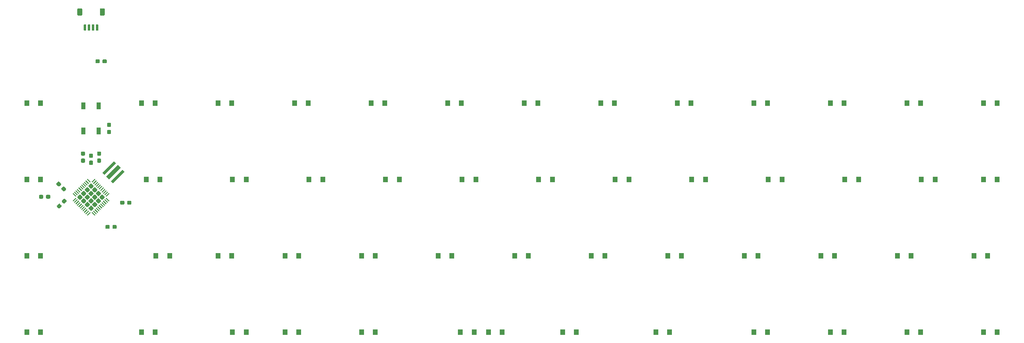
<source format=gbp>
G04 #@! TF.GenerationSoftware,KiCad,Pcbnew,(5.1.2)-1*
G04 #@! TF.CreationDate,2021-05-25T07:10:53-07:00*
G04 #@! TF.ProjectId,theboulevard,74686562-6f75-46c6-9576-6172642e6b69,rev?*
G04 #@! TF.SameCoordinates,Original*
G04 #@! TF.FileFunction,Paste,Bot*
G04 #@! TF.FilePolarity,Positive*
%FSLAX46Y46*%
G04 Gerber Fmt 4.6, Leading zero omitted, Abs format (unit mm)*
G04 Created by KiCad (PCBNEW (5.1.2)-1) date 2021-05-25 07:10:53*
%MOMM*%
%LPD*%
G04 APERTURE LIST*
%ADD10C,0.700000*%
%ADD11C,0.100000*%
%ADD12C,1.000000*%
%ADD13C,0.250000*%
%ADD14C,1.050000*%
%ADD15R,1.000000X1.700000*%
%ADD16C,0.950000*%
%ADD17C,1.200000*%
%ADD18C,0.600000*%
%ADD19R,1.200000X1.400000*%
G04 APERTURE END LIST*
D10*
X43385660Y-53460660D03*
D11*
G36*
X41688604Y-54662742D02*
G01*
X44587742Y-51763604D01*
X45082716Y-52258578D01*
X42183578Y-55157716D01*
X41688604Y-54662742D01*
X41688604Y-54662742D01*
G37*
D12*
X42325000Y-52400000D03*
D11*
G36*
X40521878Y-53496016D02*
G01*
X43421016Y-50596878D01*
X44128122Y-51303984D01*
X41228984Y-54203122D01*
X40521878Y-53496016D01*
X40521878Y-53496016D01*
G37*
D10*
X41264340Y-51339340D03*
D11*
G36*
X39567284Y-52541422D02*
G01*
X42466422Y-49642284D01*
X42961396Y-50137258D01*
X40062258Y-53036396D01*
X39567284Y-52541422D01*
X39567284Y-52541422D01*
G37*
G36*
X32917572Y-58804933D02*
G01*
X32923639Y-58805833D01*
X32929589Y-58807323D01*
X32935364Y-58809390D01*
X32940908Y-58812012D01*
X32946169Y-58815165D01*
X32951096Y-58818819D01*
X32955640Y-58822938D01*
X33044028Y-58911326D01*
X33048147Y-58915870D01*
X33051801Y-58920797D01*
X33054954Y-58926058D01*
X33057576Y-58931602D01*
X33059643Y-58937377D01*
X33061133Y-58943327D01*
X33062033Y-58949394D01*
X33062334Y-58955520D01*
X33062033Y-58961646D01*
X33061133Y-58967713D01*
X33059643Y-58973663D01*
X33057576Y-58979438D01*
X33054954Y-58984982D01*
X33051801Y-58990243D01*
X33048147Y-58995170D01*
X33044028Y-58999714D01*
X32372276Y-59671466D01*
X32367732Y-59675585D01*
X32362805Y-59679239D01*
X32357544Y-59682392D01*
X32352000Y-59685014D01*
X32346225Y-59687081D01*
X32340275Y-59688571D01*
X32334208Y-59689471D01*
X32328082Y-59689772D01*
X32321956Y-59689471D01*
X32315889Y-59688571D01*
X32309939Y-59687081D01*
X32304164Y-59685014D01*
X32298620Y-59682392D01*
X32293359Y-59679239D01*
X32288432Y-59675585D01*
X32283888Y-59671466D01*
X32195500Y-59583078D01*
X32191381Y-59578534D01*
X32187727Y-59573607D01*
X32184574Y-59568346D01*
X32181952Y-59562802D01*
X32179885Y-59557027D01*
X32178395Y-59551077D01*
X32177495Y-59545010D01*
X32177194Y-59538884D01*
X32177495Y-59532758D01*
X32178395Y-59526691D01*
X32179885Y-59520741D01*
X32181952Y-59514966D01*
X32184574Y-59509422D01*
X32187727Y-59504161D01*
X32191381Y-59499234D01*
X32195500Y-59494690D01*
X32867252Y-58822938D01*
X32871796Y-58818819D01*
X32876723Y-58815165D01*
X32881984Y-58812012D01*
X32887528Y-58809390D01*
X32893303Y-58807323D01*
X32899253Y-58805833D01*
X32905320Y-58804933D01*
X32911446Y-58804632D01*
X32917572Y-58804933D01*
X32917572Y-58804933D01*
G37*
D13*
X32619764Y-59247202D03*
D11*
G36*
X33271126Y-59158486D02*
G01*
X33277193Y-59159386D01*
X33283143Y-59160876D01*
X33288918Y-59162943D01*
X33294462Y-59165565D01*
X33299723Y-59168718D01*
X33304650Y-59172372D01*
X33309194Y-59176491D01*
X33397582Y-59264879D01*
X33401701Y-59269423D01*
X33405355Y-59274350D01*
X33408508Y-59279611D01*
X33411130Y-59285155D01*
X33413197Y-59290930D01*
X33414687Y-59296880D01*
X33415587Y-59302947D01*
X33415888Y-59309073D01*
X33415587Y-59315199D01*
X33414687Y-59321266D01*
X33413197Y-59327216D01*
X33411130Y-59332991D01*
X33408508Y-59338535D01*
X33405355Y-59343796D01*
X33401701Y-59348723D01*
X33397582Y-59353267D01*
X32725830Y-60025019D01*
X32721286Y-60029138D01*
X32716359Y-60032792D01*
X32711098Y-60035945D01*
X32705554Y-60038567D01*
X32699779Y-60040634D01*
X32693829Y-60042124D01*
X32687762Y-60043024D01*
X32681636Y-60043325D01*
X32675510Y-60043024D01*
X32669443Y-60042124D01*
X32663493Y-60040634D01*
X32657718Y-60038567D01*
X32652174Y-60035945D01*
X32646913Y-60032792D01*
X32641986Y-60029138D01*
X32637442Y-60025019D01*
X32549054Y-59936631D01*
X32544935Y-59932087D01*
X32541281Y-59927160D01*
X32538128Y-59921899D01*
X32535506Y-59916355D01*
X32533439Y-59910580D01*
X32531949Y-59904630D01*
X32531049Y-59898563D01*
X32530748Y-59892437D01*
X32531049Y-59886311D01*
X32531949Y-59880244D01*
X32533439Y-59874294D01*
X32535506Y-59868519D01*
X32538128Y-59862975D01*
X32541281Y-59857714D01*
X32544935Y-59852787D01*
X32549054Y-59848243D01*
X33220806Y-59176491D01*
X33225350Y-59172372D01*
X33230277Y-59168718D01*
X33235538Y-59165565D01*
X33241082Y-59162943D01*
X33246857Y-59160876D01*
X33252807Y-59159386D01*
X33258874Y-59158486D01*
X33265000Y-59158185D01*
X33271126Y-59158486D01*
X33271126Y-59158486D01*
G37*
D13*
X32973318Y-59600755D03*
D11*
G36*
X33624679Y-59512040D02*
G01*
X33630746Y-59512940D01*
X33636696Y-59514430D01*
X33642471Y-59516497D01*
X33648015Y-59519119D01*
X33653276Y-59522272D01*
X33658203Y-59525926D01*
X33662747Y-59530045D01*
X33751135Y-59618433D01*
X33755254Y-59622977D01*
X33758908Y-59627904D01*
X33762061Y-59633165D01*
X33764683Y-59638709D01*
X33766750Y-59644484D01*
X33768240Y-59650434D01*
X33769140Y-59656501D01*
X33769441Y-59662627D01*
X33769140Y-59668753D01*
X33768240Y-59674820D01*
X33766750Y-59680770D01*
X33764683Y-59686545D01*
X33762061Y-59692089D01*
X33758908Y-59697350D01*
X33755254Y-59702277D01*
X33751135Y-59706821D01*
X33079383Y-60378573D01*
X33074839Y-60382692D01*
X33069912Y-60386346D01*
X33064651Y-60389499D01*
X33059107Y-60392121D01*
X33053332Y-60394188D01*
X33047382Y-60395678D01*
X33041315Y-60396578D01*
X33035189Y-60396879D01*
X33029063Y-60396578D01*
X33022996Y-60395678D01*
X33017046Y-60394188D01*
X33011271Y-60392121D01*
X33005727Y-60389499D01*
X33000466Y-60386346D01*
X32995539Y-60382692D01*
X32990995Y-60378573D01*
X32902607Y-60290185D01*
X32898488Y-60285641D01*
X32894834Y-60280714D01*
X32891681Y-60275453D01*
X32889059Y-60269909D01*
X32886992Y-60264134D01*
X32885502Y-60258184D01*
X32884602Y-60252117D01*
X32884301Y-60245991D01*
X32884602Y-60239865D01*
X32885502Y-60233798D01*
X32886992Y-60227848D01*
X32889059Y-60222073D01*
X32891681Y-60216529D01*
X32894834Y-60211268D01*
X32898488Y-60206341D01*
X32902607Y-60201797D01*
X33574359Y-59530045D01*
X33578903Y-59525926D01*
X33583830Y-59522272D01*
X33589091Y-59519119D01*
X33594635Y-59516497D01*
X33600410Y-59514430D01*
X33606360Y-59512940D01*
X33612427Y-59512040D01*
X33618553Y-59511739D01*
X33624679Y-59512040D01*
X33624679Y-59512040D01*
G37*
D13*
X33326871Y-59954309D03*
D11*
G36*
X33978232Y-59865593D02*
G01*
X33984299Y-59866493D01*
X33990249Y-59867983D01*
X33996024Y-59870050D01*
X34001568Y-59872672D01*
X34006829Y-59875825D01*
X34011756Y-59879479D01*
X34016300Y-59883598D01*
X34104688Y-59971986D01*
X34108807Y-59976530D01*
X34112461Y-59981457D01*
X34115614Y-59986718D01*
X34118236Y-59992262D01*
X34120303Y-59998037D01*
X34121793Y-60003987D01*
X34122693Y-60010054D01*
X34122994Y-60016180D01*
X34122693Y-60022306D01*
X34121793Y-60028373D01*
X34120303Y-60034323D01*
X34118236Y-60040098D01*
X34115614Y-60045642D01*
X34112461Y-60050903D01*
X34108807Y-60055830D01*
X34104688Y-60060374D01*
X33432936Y-60732126D01*
X33428392Y-60736245D01*
X33423465Y-60739899D01*
X33418204Y-60743052D01*
X33412660Y-60745674D01*
X33406885Y-60747741D01*
X33400935Y-60749231D01*
X33394868Y-60750131D01*
X33388742Y-60750432D01*
X33382616Y-60750131D01*
X33376549Y-60749231D01*
X33370599Y-60747741D01*
X33364824Y-60745674D01*
X33359280Y-60743052D01*
X33354019Y-60739899D01*
X33349092Y-60736245D01*
X33344548Y-60732126D01*
X33256160Y-60643738D01*
X33252041Y-60639194D01*
X33248387Y-60634267D01*
X33245234Y-60629006D01*
X33242612Y-60623462D01*
X33240545Y-60617687D01*
X33239055Y-60611737D01*
X33238155Y-60605670D01*
X33237854Y-60599544D01*
X33238155Y-60593418D01*
X33239055Y-60587351D01*
X33240545Y-60581401D01*
X33242612Y-60575626D01*
X33245234Y-60570082D01*
X33248387Y-60564821D01*
X33252041Y-60559894D01*
X33256160Y-60555350D01*
X33927912Y-59883598D01*
X33932456Y-59879479D01*
X33937383Y-59875825D01*
X33942644Y-59872672D01*
X33948188Y-59870050D01*
X33953963Y-59867983D01*
X33959913Y-59866493D01*
X33965980Y-59865593D01*
X33972106Y-59865292D01*
X33978232Y-59865593D01*
X33978232Y-59865593D01*
G37*
D13*
X33680424Y-60307862D03*
D11*
G36*
X34331786Y-60219146D02*
G01*
X34337853Y-60220046D01*
X34343803Y-60221536D01*
X34349578Y-60223603D01*
X34355122Y-60226225D01*
X34360383Y-60229378D01*
X34365310Y-60233032D01*
X34369854Y-60237151D01*
X34458242Y-60325539D01*
X34462361Y-60330083D01*
X34466015Y-60335010D01*
X34469168Y-60340271D01*
X34471790Y-60345815D01*
X34473857Y-60351590D01*
X34475347Y-60357540D01*
X34476247Y-60363607D01*
X34476548Y-60369733D01*
X34476247Y-60375859D01*
X34475347Y-60381926D01*
X34473857Y-60387876D01*
X34471790Y-60393651D01*
X34469168Y-60399195D01*
X34466015Y-60404456D01*
X34462361Y-60409383D01*
X34458242Y-60413927D01*
X33786490Y-61085679D01*
X33781946Y-61089798D01*
X33777019Y-61093452D01*
X33771758Y-61096605D01*
X33766214Y-61099227D01*
X33760439Y-61101294D01*
X33754489Y-61102784D01*
X33748422Y-61103684D01*
X33742296Y-61103985D01*
X33736170Y-61103684D01*
X33730103Y-61102784D01*
X33724153Y-61101294D01*
X33718378Y-61099227D01*
X33712834Y-61096605D01*
X33707573Y-61093452D01*
X33702646Y-61089798D01*
X33698102Y-61085679D01*
X33609714Y-60997291D01*
X33605595Y-60992747D01*
X33601941Y-60987820D01*
X33598788Y-60982559D01*
X33596166Y-60977015D01*
X33594099Y-60971240D01*
X33592609Y-60965290D01*
X33591709Y-60959223D01*
X33591408Y-60953097D01*
X33591709Y-60946971D01*
X33592609Y-60940904D01*
X33594099Y-60934954D01*
X33596166Y-60929179D01*
X33598788Y-60923635D01*
X33601941Y-60918374D01*
X33605595Y-60913447D01*
X33609714Y-60908903D01*
X34281466Y-60237151D01*
X34286010Y-60233032D01*
X34290937Y-60229378D01*
X34296198Y-60226225D01*
X34301742Y-60223603D01*
X34307517Y-60221536D01*
X34313467Y-60220046D01*
X34319534Y-60219146D01*
X34325660Y-60218845D01*
X34331786Y-60219146D01*
X34331786Y-60219146D01*
G37*
D13*
X34033978Y-60661415D03*
D11*
G36*
X34685339Y-60572700D02*
G01*
X34691406Y-60573600D01*
X34697356Y-60575090D01*
X34703131Y-60577157D01*
X34708675Y-60579779D01*
X34713936Y-60582932D01*
X34718863Y-60586586D01*
X34723407Y-60590705D01*
X34811795Y-60679093D01*
X34815914Y-60683637D01*
X34819568Y-60688564D01*
X34822721Y-60693825D01*
X34825343Y-60699369D01*
X34827410Y-60705144D01*
X34828900Y-60711094D01*
X34829800Y-60717161D01*
X34830101Y-60723287D01*
X34829800Y-60729413D01*
X34828900Y-60735480D01*
X34827410Y-60741430D01*
X34825343Y-60747205D01*
X34822721Y-60752749D01*
X34819568Y-60758010D01*
X34815914Y-60762937D01*
X34811795Y-60767481D01*
X34140043Y-61439233D01*
X34135499Y-61443352D01*
X34130572Y-61447006D01*
X34125311Y-61450159D01*
X34119767Y-61452781D01*
X34113992Y-61454848D01*
X34108042Y-61456338D01*
X34101975Y-61457238D01*
X34095849Y-61457539D01*
X34089723Y-61457238D01*
X34083656Y-61456338D01*
X34077706Y-61454848D01*
X34071931Y-61452781D01*
X34066387Y-61450159D01*
X34061126Y-61447006D01*
X34056199Y-61443352D01*
X34051655Y-61439233D01*
X33963267Y-61350845D01*
X33959148Y-61346301D01*
X33955494Y-61341374D01*
X33952341Y-61336113D01*
X33949719Y-61330569D01*
X33947652Y-61324794D01*
X33946162Y-61318844D01*
X33945262Y-61312777D01*
X33944961Y-61306651D01*
X33945262Y-61300525D01*
X33946162Y-61294458D01*
X33947652Y-61288508D01*
X33949719Y-61282733D01*
X33952341Y-61277189D01*
X33955494Y-61271928D01*
X33959148Y-61267001D01*
X33963267Y-61262457D01*
X34635019Y-60590705D01*
X34639563Y-60586586D01*
X34644490Y-60582932D01*
X34649751Y-60579779D01*
X34655295Y-60577157D01*
X34661070Y-60575090D01*
X34667020Y-60573600D01*
X34673087Y-60572700D01*
X34679213Y-60572399D01*
X34685339Y-60572700D01*
X34685339Y-60572700D01*
G37*
D13*
X34387531Y-61014969D03*
D11*
G36*
X35038893Y-60926253D02*
G01*
X35044960Y-60927153D01*
X35050910Y-60928643D01*
X35056685Y-60930710D01*
X35062229Y-60933332D01*
X35067490Y-60936485D01*
X35072417Y-60940139D01*
X35076961Y-60944258D01*
X35165349Y-61032646D01*
X35169468Y-61037190D01*
X35173122Y-61042117D01*
X35176275Y-61047378D01*
X35178897Y-61052922D01*
X35180964Y-61058697D01*
X35182454Y-61064647D01*
X35183354Y-61070714D01*
X35183655Y-61076840D01*
X35183354Y-61082966D01*
X35182454Y-61089033D01*
X35180964Y-61094983D01*
X35178897Y-61100758D01*
X35176275Y-61106302D01*
X35173122Y-61111563D01*
X35169468Y-61116490D01*
X35165349Y-61121034D01*
X34493597Y-61792786D01*
X34489053Y-61796905D01*
X34484126Y-61800559D01*
X34478865Y-61803712D01*
X34473321Y-61806334D01*
X34467546Y-61808401D01*
X34461596Y-61809891D01*
X34455529Y-61810791D01*
X34449403Y-61811092D01*
X34443277Y-61810791D01*
X34437210Y-61809891D01*
X34431260Y-61808401D01*
X34425485Y-61806334D01*
X34419941Y-61803712D01*
X34414680Y-61800559D01*
X34409753Y-61796905D01*
X34405209Y-61792786D01*
X34316821Y-61704398D01*
X34312702Y-61699854D01*
X34309048Y-61694927D01*
X34305895Y-61689666D01*
X34303273Y-61684122D01*
X34301206Y-61678347D01*
X34299716Y-61672397D01*
X34298816Y-61666330D01*
X34298515Y-61660204D01*
X34298816Y-61654078D01*
X34299716Y-61648011D01*
X34301206Y-61642061D01*
X34303273Y-61636286D01*
X34305895Y-61630742D01*
X34309048Y-61625481D01*
X34312702Y-61620554D01*
X34316821Y-61616010D01*
X34988573Y-60944258D01*
X34993117Y-60940139D01*
X34998044Y-60936485D01*
X35003305Y-60933332D01*
X35008849Y-60930710D01*
X35014624Y-60928643D01*
X35020574Y-60927153D01*
X35026641Y-60926253D01*
X35032767Y-60925952D01*
X35038893Y-60926253D01*
X35038893Y-60926253D01*
G37*
D13*
X34741085Y-61368522D03*
D11*
G36*
X35392446Y-61279807D02*
G01*
X35398513Y-61280707D01*
X35404463Y-61282197D01*
X35410238Y-61284264D01*
X35415782Y-61286886D01*
X35421043Y-61290039D01*
X35425970Y-61293693D01*
X35430514Y-61297812D01*
X35518902Y-61386200D01*
X35523021Y-61390744D01*
X35526675Y-61395671D01*
X35529828Y-61400932D01*
X35532450Y-61406476D01*
X35534517Y-61412251D01*
X35536007Y-61418201D01*
X35536907Y-61424268D01*
X35537208Y-61430394D01*
X35536907Y-61436520D01*
X35536007Y-61442587D01*
X35534517Y-61448537D01*
X35532450Y-61454312D01*
X35529828Y-61459856D01*
X35526675Y-61465117D01*
X35523021Y-61470044D01*
X35518902Y-61474588D01*
X34847150Y-62146340D01*
X34842606Y-62150459D01*
X34837679Y-62154113D01*
X34832418Y-62157266D01*
X34826874Y-62159888D01*
X34821099Y-62161955D01*
X34815149Y-62163445D01*
X34809082Y-62164345D01*
X34802956Y-62164646D01*
X34796830Y-62164345D01*
X34790763Y-62163445D01*
X34784813Y-62161955D01*
X34779038Y-62159888D01*
X34773494Y-62157266D01*
X34768233Y-62154113D01*
X34763306Y-62150459D01*
X34758762Y-62146340D01*
X34670374Y-62057952D01*
X34666255Y-62053408D01*
X34662601Y-62048481D01*
X34659448Y-62043220D01*
X34656826Y-62037676D01*
X34654759Y-62031901D01*
X34653269Y-62025951D01*
X34652369Y-62019884D01*
X34652068Y-62013758D01*
X34652369Y-62007632D01*
X34653269Y-62001565D01*
X34654759Y-61995615D01*
X34656826Y-61989840D01*
X34659448Y-61984296D01*
X34662601Y-61979035D01*
X34666255Y-61974108D01*
X34670374Y-61969564D01*
X35342126Y-61297812D01*
X35346670Y-61293693D01*
X35351597Y-61290039D01*
X35356858Y-61286886D01*
X35362402Y-61284264D01*
X35368177Y-61282197D01*
X35374127Y-61280707D01*
X35380194Y-61279807D01*
X35386320Y-61279506D01*
X35392446Y-61279807D01*
X35392446Y-61279807D01*
G37*
D13*
X35094638Y-61722076D03*
D11*
G36*
X35745999Y-61633360D02*
G01*
X35752066Y-61634260D01*
X35758016Y-61635750D01*
X35763791Y-61637817D01*
X35769335Y-61640439D01*
X35774596Y-61643592D01*
X35779523Y-61647246D01*
X35784067Y-61651365D01*
X35872455Y-61739753D01*
X35876574Y-61744297D01*
X35880228Y-61749224D01*
X35883381Y-61754485D01*
X35886003Y-61760029D01*
X35888070Y-61765804D01*
X35889560Y-61771754D01*
X35890460Y-61777821D01*
X35890761Y-61783947D01*
X35890460Y-61790073D01*
X35889560Y-61796140D01*
X35888070Y-61802090D01*
X35886003Y-61807865D01*
X35883381Y-61813409D01*
X35880228Y-61818670D01*
X35876574Y-61823597D01*
X35872455Y-61828141D01*
X35200703Y-62499893D01*
X35196159Y-62504012D01*
X35191232Y-62507666D01*
X35185971Y-62510819D01*
X35180427Y-62513441D01*
X35174652Y-62515508D01*
X35168702Y-62516998D01*
X35162635Y-62517898D01*
X35156509Y-62518199D01*
X35150383Y-62517898D01*
X35144316Y-62516998D01*
X35138366Y-62515508D01*
X35132591Y-62513441D01*
X35127047Y-62510819D01*
X35121786Y-62507666D01*
X35116859Y-62504012D01*
X35112315Y-62499893D01*
X35023927Y-62411505D01*
X35019808Y-62406961D01*
X35016154Y-62402034D01*
X35013001Y-62396773D01*
X35010379Y-62391229D01*
X35008312Y-62385454D01*
X35006822Y-62379504D01*
X35005922Y-62373437D01*
X35005621Y-62367311D01*
X35005922Y-62361185D01*
X35006822Y-62355118D01*
X35008312Y-62349168D01*
X35010379Y-62343393D01*
X35013001Y-62337849D01*
X35016154Y-62332588D01*
X35019808Y-62327661D01*
X35023927Y-62323117D01*
X35695679Y-61651365D01*
X35700223Y-61647246D01*
X35705150Y-61643592D01*
X35710411Y-61640439D01*
X35715955Y-61637817D01*
X35721730Y-61635750D01*
X35727680Y-61634260D01*
X35733747Y-61633360D01*
X35739873Y-61633059D01*
X35745999Y-61633360D01*
X35745999Y-61633360D01*
G37*
D13*
X35448191Y-62075629D03*
D11*
G36*
X36099553Y-61986913D02*
G01*
X36105620Y-61987813D01*
X36111570Y-61989303D01*
X36117345Y-61991370D01*
X36122889Y-61993992D01*
X36128150Y-61997145D01*
X36133077Y-62000799D01*
X36137621Y-62004918D01*
X36226009Y-62093306D01*
X36230128Y-62097850D01*
X36233782Y-62102777D01*
X36236935Y-62108038D01*
X36239557Y-62113582D01*
X36241624Y-62119357D01*
X36243114Y-62125307D01*
X36244014Y-62131374D01*
X36244315Y-62137500D01*
X36244014Y-62143626D01*
X36243114Y-62149693D01*
X36241624Y-62155643D01*
X36239557Y-62161418D01*
X36236935Y-62166962D01*
X36233782Y-62172223D01*
X36230128Y-62177150D01*
X36226009Y-62181694D01*
X35554257Y-62853446D01*
X35549713Y-62857565D01*
X35544786Y-62861219D01*
X35539525Y-62864372D01*
X35533981Y-62866994D01*
X35528206Y-62869061D01*
X35522256Y-62870551D01*
X35516189Y-62871451D01*
X35510063Y-62871752D01*
X35503937Y-62871451D01*
X35497870Y-62870551D01*
X35491920Y-62869061D01*
X35486145Y-62866994D01*
X35480601Y-62864372D01*
X35475340Y-62861219D01*
X35470413Y-62857565D01*
X35465869Y-62853446D01*
X35377481Y-62765058D01*
X35373362Y-62760514D01*
X35369708Y-62755587D01*
X35366555Y-62750326D01*
X35363933Y-62744782D01*
X35361866Y-62739007D01*
X35360376Y-62733057D01*
X35359476Y-62726990D01*
X35359175Y-62720864D01*
X35359476Y-62714738D01*
X35360376Y-62708671D01*
X35361866Y-62702721D01*
X35363933Y-62696946D01*
X35366555Y-62691402D01*
X35369708Y-62686141D01*
X35373362Y-62681214D01*
X35377481Y-62676670D01*
X36049233Y-62004918D01*
X36053777Y-62000799D01*
X36058704Y-61997145D01*
X36063965Y-61993992D01*
X36069509Y-61991370D01*
X36075284Y-61989303D01*
X36081234Y-61987813D01*
X36087301Y-61986913D01*
X36093427Y-61986612D01*
X36099553Y-61986913D01*
X36099553Y-61986913D01*
G37*
D13*
X35801745Y-62429182D03*
D11*
G36*
X36453106Y-62340467D02*
G01*
X36459173Y-62341367D01*
X36465123Y-62342857D01*
X36470898Y-62344924D01*
X36476442Y-62347546D01*
X36481703Y-62350699D01*
X36486630Y-62354353D01*
X36491174Y-62358472D01*
X36579562Y-62446860D01*
X36583681Y-62451404D01*
X36587335Y-62456331D01*
X36590488Y-62461592D01*
X36593110Y-62467136D01*
X36595177Y-62472911D01*
X36596667Y-62478861D01*
X36597567Y-62484928D01*
X36597868Y-62491054D01*
X36597567Y-62497180D01*
X36596667Y-62503247D01*
X36595177Y-62509197D01*
X36593110Y-62514972D01*
X36590488Y-62520516D01*
X36587335Y-62525777D01*
X36583681Y-62530704D01*
X36579562Y-62535248D01*
X35907810Y-63207000D01*
X35903266Y-63211119D01*
X35898339Y-63214773D01*
X35893078Y-63217926D01*
X35887534Y-63220548D01*
X35881759Y-63222615D01*
X35875809Y-63224105D01*
X35869742Y-63225005D01*
X35863616Y-63225306D01*
X35857490Y-63225005D01*
X35851423Y-63224105D01*
X35845473Y-63222615D01*
X35839698Y-63220548D01*
X35834154Y-63217926D01*
X35828893Y-63214773D01*
X35823966Y-63211119D01*
X35819422Y-63207000D01*
X35731034Y-63118612D01*
X35726915Y-63114068D01*
X35723261Y-63109141D01*
X35720108Y-63103880D01*
X35717486Y-63098336D01*
X35715419Y-63092561D01*
X35713929Y-63086611D01*
X35713029Y-63080544D01*
X35712728Y-63074418D01*
X35713029Y-63068292D01*
X35713929Y-63062225D01*
X35715419Y-63056275D01*
X35717486Y-63050500D01*
X35720108Y-63044956D01*
X35723261Y-63039695D01*
X35726915Y-63034768D01*
X35731034Y-63030224D01*
X36402786Y-62358472D01*
X36407330Y-62354353D01*
X36412257Y-62350699D01*
X36417518Y-62347546D01*
X36423062Y-62344924D01*
X36428837Y-62342857D01*
X36434787Y-62341367D01*
X36440854Y-62340467D01*
X36446980Y-62340166D01*
X36453106Y-62340467D01*
X36453106Y-62340467D01*
G37*
D13*
X36155298Y-62782736D03*
D11*
G36*
X37054146Y-62340467D02*
G01*
X37060213Y-62341367D01*
X37066163Y-62342857D01*
X37071938Y-62344924D01*
X37077482Y-62347546D01*
X37082743Y-62350699D01*
X37087670Y-62354353D01*
X37092214Y-62358472D01*
X37763966Y-63030224D01*
X37768085Y-63034768D01*
X37771739Y-63039695D01*
X37774892Y-63044956D01*
X37777514Y-63050500D01*
X37779581Y-63056275D01*
X37781071Y-63062225D01*
X37781971Y-63068292D01*
X37782272Y-63074418D01*
X37781971Y-63080544D01*
X37781071Y-63086611D01*
X37779581Y-63092561D01*
X37777514Y-63098336D01*
X37774892Y-63103880D01*
X37771739Y-63109141D01*
X37768085Y-63114068D01*
X37763966Y-63118612D01*
X37675578Y-63207000D01*
X37671034Y-63211119D01*
X37666107Y-63214773D01*
X37660846Y-63217926D01*
X37655302Y-63220548D01*
X37649527Y-63222615D01*
X37643577Y-63224105D01*
X37637510Y-63225005D01*
X37631384Y-63225306D01*
X37625258Y-63225005D01*
X37619191Y-63224105D01*
X37613241Y-63222615D01*
X37607466Y-63220548D01*
X37601922Y-63217926D01*
X37596661Y-63214773D01*
X37591734Y-63211119D01*
X37587190Y-63207000D01*
X36915438Y-62535248D01*
X36911319Y-62530704D01*
X36907665Y-62525777D01*
X36904512Y-62520516D01*
X36901890Y-62514972D01*
X36899823Y-62509197D01*
X36898333Y-62503247D01*
X36897433Y-62497180D01*
X36897132Y-62491054D01*
X36897433Y-62484928D01*
X36898333Y-62478861D01*
X36899823Y-62472911D01*
X36901890Y-62467136D01*
X36904512Y-62461592D01*
X36907665Y-62456331D01*
X36911319Y-62451404D01*
X36915438Y-62446860D01*
X37003826Y-62358472D01*
X37008370Y-62354353D01*
X37013297Y-62350699D01*
X37018558Y-62347546D01*
X37024102Y-62344924D01*
X37029877Y-62342857D01*
X37035827Y-62341367D01*
X37041894Y-62340467D01*
X37048020Y-62340166D01*
X37054146Y-62340467D01*
X37054146Y-62340467D01*
G37*
D13*
X37339702Y-62782736D03*
D11*
G36*
X37407699Y-61986913D02*
G01*
X37413766Y-61987813D01*
X37419716Y-61989303D01*
X37425491Y-61991370D01*
X37431035Y-61993992D01*
X37436296Y-61997145D01*
X37441223Y-62000799D01*
X37445767Y-62004918D01*
X38117519Y-62676670D01*
X38121638Y-62681214D01*
X38125292Y-62686141D01*
X38128445Y-62691402D01*
X38131067Y-62696946D01*
X38133134Y-62702721D01*
X38134624Y-62708671D01*
X38135524Y-62714738D01*
X38135825Y-62720864D01*
X38135524Y-62726990D01*
X38134624Y-62733057D01*
X38133134Y-62739007D01*
X38131067Y-62744782D01*
X38128445Y-62750326D01*
X38125292Y-62755587D01*
X38121638Y-62760514D01*
X38117519Y-62765058D01*
X38029131Y-62853446D01*
X38024587Y-62857565D01*
X38019660Y-62861219D01*
X38014399Y-62864372D01*
X38008855Y-62866994D01*
X38003080Y-62869061D01*
X37997130Y-62870551D01*
X37991063Y-62871451D01*
X37984937Y-62871752D01*
X37978811Y-62871451D01*
X37972744Y-62870551D01*
X37966794Y-62869061D01*
X37961019Y-62866994D01*
X37955475Y-62864372D01*
X37950214Y-62861219D01*
X37945287Y-62857565D01*
X37940743Y-62853446D01*
X37268991Y-62181694D01*
X37264872Y-62177150D01*
X37261218Y-62172223D01*
X37258065Y-62166962D01*
X37255443Y-62161418D01*
X37253376Y-62155643D01*
X37251886Y-62149693D01*
X37250986Y-62143626D01*
X37250685Y-62137500D01*
X37250986Y-62131374D01*
X37251886Y-62125307D01*
X37253376Y-62119357D01*
X37255443Y-62113582D01*
X37258065Y-62108038D01*
X37261218Y-62102777D01*
X37264872Y-62097850D01*
X37268991Y-62093306D01*
X37357379Y-62004918D01*
X37361923Y-62000799D01*
X37366850Y-61997145D01*
X37372111Y-61993992D01*
X37377655Y-61991370D01*
X37383430Y-61989303D01*
X37389380Y-61987813D01*
X37395447Y-61986913D01*
X37401573Y-61986612D01*
X37407699Y-61986913D01*
X37407699Y-61986913D01*
G37*
D13*
X37693255Y-62429182D03*
D11*
G36*
X37761253Y-61633360D02*
G01*
X37767320Y-61634260D01*
X37773270Y-61635750D01*
X37779045Y-61637817D01*
X37784589Y-61640439D01*
X37789850Y-61643592D01*
X37794777Y-61647246D01*
X37799321Y-61651365D01*
X38471073Y-62323117D01*
X38475192Y-62327661D01*
X38478846Y-62332588D01*
X38481999Y-62337849D01*
X38484621Y-62343393D01*
X38486688Y-62349168D01*
X38488178Y-62355118D01*
X38489078Y-62361185D01*
X38489379Y-62367311D01*
X38489078Y-62373437D01*
X38488178Y-62379504D01*
X38486688Y-62385454D01*
X38484621Y-62391229D01*
X38481999Y-62396773D01*
X38478846Y-62402034D01*
X38475192Y-62406961D01*
X38471073Y-62411505D01*
X38382685Y-62499893D01*
X38378141Y-62504012D01*
X38373214Y-62507666D01*
X38367953Y-62510819D01*
X38362409Y-62513441D01*
X38356634Y-62515508D01*
X38350684Y-62516998D01*
X38344617Y-62517898D01*
X38338491Y-62518199D01*
X38332365Y-62517898D01*
X38326298Y-62516998D01*
X38320348Y-62515508D01*
X38314573Y-62513441D01*
X38309029Y-62510819D01*
X38303768Y-62507666D01*
X38298841Y-62504012D01*
X38294297Y-62499893D01*
X37622545Y-61828141D01*
X37618426Y-61823597D01*
X37614772Y-61818670D01*
X37611619Y-61813409D01*
X37608997Y-61807865D01*
X37606930Y-61802090D01*
X37605440Y-61796140D01*
X37604540Y-61790073D01*
X37604239Y-61783947D01*
X37604540Y-61777821D01*
X37605440Y-61771754D01*
X37606930Y-61765804D01*
X37608997Y-61760029D01*
X37611619Y-61754485D01*
X37614772Y-61749224D01*
X37618426Y-61744297D01*
X37622545Y-61739753D01*
X37710933Y-61651365D01*
X37715477Y-61647246D01*
X37720404Y-61643592D01*
X37725665Y-61640439D01*
X37731209Y-61637817D01*
X37736984Y-61635750D01*
X37742934Y-61634260D01*
X37749001Y-61633360D01*
X37755127Y-61633059D01*
X37761253Y-61633360D01*
X37761253Y-61633360D01*
G37*
D13*
X38046809Y-62075629D03*
D11*
G36*
X38114806Y-61279807D02*
G01*
X38120873Y-61280707D01*
X38126823Y-61282197D01*
X38132598Y-61284264D01*
X38138142Y-61286886D01*
X38143403Y-61290039D01*
X38148330Y-61293693D01*
X38152874Y-61297812D01*
X38824626Y-61969564D01*
X38828745Y-61974108D01*
X38832399Y-61979035D01*
X38835552Y-61984296D01*
X38838174Y-61989840D01*
X38840241Y-61995615D01*
X38841731Y-62001565D01*
X38842631Y-62007632D01*
X38842932Y-62013758D01*
X38842631Y-62019884D01*
X38841731Y-62025951D01*
X38840241Y-62031901D01*
X38838174Y-62037676D01*
X38835552Y-62043220D01*
X38832399Y-62048481D01*
X38828745Y-62053408D01*
X38824626Y-62057952D01*
X38736238Y-62146340D01*
X38731694Y-62150459D01*
X38726767Y-62154113D01*
X38721506Y-62157266D01*
X38715962Y-62159888D01*
X38710187Y-62161955D01*
X38704237Y-62163445D01*
X38698170Y-62164345D01*
X38692044Y-62164646D01*
X38685918Y-62164345D01*
X38679851Y-62163445D01*
X38673901Y-62161955D01*
X38668126Y-62159888D01*
X38662582Y-62157266D01*
X38657321Y-62154113D01*
X38652394Y-62150459D01*
X38647850Y-62146340D01*
X37976098Y-61474588D01*
X37971979Y-61470044D01*
X37968325Y-61465117D01*
X37965172Y-61459856D01*
X37962550Y-61454312D01*
X37960483Y-61448537D01*
X37958993Y-61442587D01*
X37958093Y-61436520D01*
X37957792Y-61430394D01*
X37958093Y-61424268D01*
X37958993Y-61418201D01*
X37960483Y-61412251D01*
X37962550Y-61406476D01*
X37965172Y-61400932D01*
X37968325Y-61395671D01*
X37971979Y-61390744D01*
X37976098Y-61386200D01*
X38064486Y-61297812D01*
X38069030Y-61293693D01*
X38073957Y-61290039D01*
X38079218Y-61286886D01*
X38084762Y-61284264D01*
X38090537Y-61282197D01*
X38096487Y-61280707D01*
X38102554Y-61279807D01*
X38108680Y-61279506D01*
X38114806Y-61279807D01*
X38114806Y-61279807D01*
G37*
D13*
X38400362Y-61722076D03*
D11*
G36*
X38468359Y-60926253D02*
G01*
X38474426Y-60927153D01*
X38480376Y-60928643D01*
X38486151Y-60930710D01*
X38491695Y-60933332D01*
X38496956Y-60936485D01*
X38501883Y-60940139D01*
X38506427Y-60944258D01*
X39178179Y-61616010D01*
X39182298Y-61620554D01*
X39185952Y-61625481D01*
X39189105Y-61630742D01*
X39191727Y-61636286D01*
X39193794Y-61642061D01*
X39195284Y-61648011D01*
X39196184Y-61654078D01*
X39196485Y-61660204D01*
X39196184Y-61666330D01*
X39195284Y-61672397D01*
X39193794Y-61678347D01*
X39191727Y-61684122D01*
X39189105Y-61689666D01*
X39185952Y-61694927D01*
X39182298Y-61699854D01*
X39178179Y-61704398D01*
X39089791Y-61792786D01*
X39085247Y-61796905D01*
X39080320Y-61800559D01*
X39075059Y-61803712D01*
X39069515Y-61806334D01*
X39063740Y-61808401D01*
X39057790Y-61809891D01*
X39051723Y-61810791D01*
X39045597Y-61811092D01*
X39039471Y-61810791D01*
X39033404Y-61809891D01*
X39027454Y-61808401D01*
X39021679Y-61806334D01*
X39016135Y-61803712D01*
X39010874Y-61800559D01*
X39005947Y-61796905D01*
X39001403Y-61792786D01*
X38329651Y-61121034D01*
X38325532Y-61116490D01*
X38321878Y-61111563D01*
X38318725Y-61106302D01*
X38316103Y-61100758D01*
X38314036Y-61094983D01*
X38312546Y-61089033D01*
X38311646Y-61082966D01*
X38311345Y-61076840D01*
X38311646Y-61070714D01*
X38312546Y-61064647D01*
X38314036Y-61058697D01*
X38316103Y-61052922D01*
X38318725Y-61047378D01*
X38321878Y-61042117D01*
X38325532Y-61037190D01*
X38329651Y-61032646D01*
X38418039Y-60944258D01*
X38422583Y-60940139D01*
X38427510Y-60936485D01*
X38432771Y-60933332D01*
X38438315Y-60930710D01*
X38444090Y-60928643D01*
X38450040Y-60927153D01*
X38456107Y-60926253D01*
X38462233Y-60925952D01*
X38468359Y-60926253D01*
X38468359Y-60926253D01*
G37*
D13*
X38753915Y-61368522D03*
D11*
G36*
X38821913Y-60572700D02*
G01*
X38827980Y-60573600D01*
X38833930Y-60575090D01*
X38839705Y-60577157D01*
X38845249Y-60579779D01*
X38850510Y-60582932D01*
X38855437Y-60586586D01*
X38859981Y-60590705D01*
X39531733Y-61262457D01*
X39535852Y-61267001D01*
X39539506Y-61271928D01*
X39542659Y-61277189D01*
X39545281Y-61282733D01*
X39547348Y-61288508D01*
X39548838Y-61294458D01*
X39549738Y-61300525D01*
X39550039Y-61306651D01*
X39549738Y-61312777D01*
X39548838Y-61318844D01*
X39547348Y-61324794D01*
X39545281Y-61330569D01*
X39542659Y-61336113D01*
X39539506Y-61341374D01*
X39535852Y-61346301D01*
X39531733Y-61350845D01*
X39443345Y-61439233D01*
X39438801Y-61443352D01*
X39433874Y-61447006D01*
X39428613Y-61450159D01*
X39423069Y-61452781D01*
X39417294Y-61454848D01*
X39411344Y-61456338D01*
X39405277Y-61457238D01*
X39399151Y-61457539D01*
X39393025Y-61457238D01*
X39386958Y-61456338D01*
X39381008Y-61454848D01*
X39375233Y-61452781D01*
X39369689Y-61450159D01*
X39364428Y-61447006D01*
X39359501Y-61443352D01*
X39354957Y-61439233D01*
X38683205Y-60767481D01*
X38679086Y-60762937D01*
X38675432Y-60758010D01*
X38672279Y-60752749D01*
X38669657Y-60747205D01*
X38667590Y-60741430D01*
X38666100Y-60735480D01*
X38665200Y-60729413D01*
X38664899Y-60723287D01*
X38665200Y-60717161D01*
X38666100Y-60711094D01*
X38667590Y-60705144D01*
X38669657Y-60699369D01*
X38672279Y-60693825D01*
X38675432Y-60688564D01*
X38679086Y-60683637D01*
X38683205Y-60679093D01*
X38771593Y-60590705D01*
X38776137Y-60586586D01*
X38781064Y-60582932D01*
X38786325Y-60579779D01*
X38791869Y-60577157D01*
X38797644Y-60575090D01*
X38803594Y-60573600D01*
X38809661Y-60572700D01*
X38815787Y-60572399D01*
X38821913Y-60572700D01*
X38821913Y-60572700D01*
G37*
D13*
X39107469Y-61014969D03*
D11*
G36*
X39175466Y-60219146D02*
G01*
X39181533Y-60220046D01*
X39187483Y-60221536D01*
X39193258Y-60223603D01*
X39198802Y-60226225D01*
X39204063Y-60229378D01*
X39208990Y-60233032D01*
X39213534Y-60237151D01*
X39885286Y-60908903D01*
X39889405Y-60913447D01*
X39893059Y-60918374D01*
X39896212Y-60923635D01*
X39898834Y-60929179D01*
X39900901Y-60934954D01*
X39902391Y-60940904D01*
X39903291Y-60946971D01*
X39903592Y-60953097D01*
X39903291Y-60959223D01*
X39902391Y-60965290D01*
X39900901Y-60971240D01*
X39898834Y-60977015D01*
X39896212Y-60982559D01*
X39893059Y-60987820D01*
X39889405Y-60992747D01*
X39885286Y-60997291D01*
X39796898Y-61085679D01*
X39792354Y-61089798D01*
X39787427Y-61093452D01*
X39782166Y-61096605D01*
X39776622Y-61099227D01*
X39770847Y-61101294D01*
X39764897Y-61102784D01*
X39758830Y-61103684D01*
X39752704Y-61103985D01*
X39746578Y-61103684D01*
X39740511Y-61102784D01*
X39734561Y-61101294D01*
X39728786Y-61099227D01*
X39723242Y-61096605D01*
X39717981Y-61093452D01*
X39713054Y-61089798D01*
X39708510Y-61085679D01*
X39036758Y-60413927D01*
X39032639Y-60409383D01*
X39028985Y-60404456D01*
X39025832Y-60399195D01*
X39023210Y-60393651D01*
X39021143Y-60387876D01*
X39019653Y-60381926D01*
X39018753Y-60375859D01*
X39018452Y-60369733D01*
X39018753Y-60363607D01*
X39019653Y-60357540D01*
X39021143Y-60351590D01*
X39023210Y-60345815D01*
X39025832Y-60340271D01*
X39028985Y-60335010D01*
X39032639Y-60330083D01*
X39036758Y-60325539D01*
X39125146Y-60237151D01*
X39129690Y-60233032D01*
X39134617Y-60229378D01*
X39139878Y-60226225D01*
X39145422Y-60223603D01*
X39151197Y-60221536D01*
X39157147Y-60220046D01*
X39163214Y-60219146D01*
X39169340Y-60218845D01*
X39175466Y-60219146D01*
X39175466Y-60219146D01*
G37*
D13*
X39461022Y-60661415D03*
D11*
G36*
X39529020Y-59865593D02*
G01*
X39535087Y-59866493D01*
X39541037Y-59867983D01*
X39546812Y-59870050D01*
X39552356Y-59872672D01*
X39557617Y-59875825D01*
X39562544Y-59879479D01*
X39567088Y-59883598D01*
X40238840Y-60555350D01*
X40242959Y-60559894D01*
X40246613Y-60564821D01*
X40249766Y-60570082D01*
X40252388Y-60575626D01*
X40254455Y-60581401D01*
X40255945Y-60587351D01*
X40256845Y-60593418D01*
X40257146Y-60599544D01*
X40256845Y-60605670D01*
X40255945Y-60611737D01*
X40254455Y-60617687D01*
X40252388Y-60623462D01*
X40249766Y-60629006D01*
X40246613Y-60634267D01*
X40242959Y-60639194D01*
X40238840Y-60643738D01*
X40150452Y-60732126D01*
X40145908Y-60736245D01*
X40140981Y-60739899D01*
X40135720Y-60743052D01*
X40130176Y-60745674D01*
X40124401Y-60747741D01*
X40118451Y-60749231D01*
X40112384Y-60750131D01*
X40106258Y-60750432D01*
X40100132Y-60750131D01*
X40094065Y-60749231D01*
X40088115Y-60747741D01*
X40082340Y-60745674D01*
X40076796Y-60743052D01*
X40071535Y-60739899D01*
X40066608Y-60736245D01*
X40062064Y-60732126D01*
X39390312Y-60060374D01*
X39386193Y-60055830D01*
X39382539Y-60050903D01*
X39379386Y-60045642D01*
X39376764Y-60040098D01*
X39374697Y-60034323D01*
X39373207Y-60028373D01*
X39372307Y-60022306D01*
X39372006Y-60016180D01*
X39372307Y-60010054D01*
X39373207Y-60003987D01*
X39374697Y-59998037D01*
X39376764Y-59992262D01*
X39379386Y-59986718D01*
X39382539Y-59981457D01*
X39386193Y-59976530D01*
X39390312Y-59971986D01*
X39478700Y-59883598D01*
X39483244Y-59879479D01*
X39488171Y-59875825D01*
X39493432Y-59872672D01*
X39498976Y-59870050D01*
X39504751Y-59867983D01*
X39510701Y-59866493D01*
X39516768Y-59865593D01*
X39522894Y-59865292D01*
X39529020Y-59865593D01*
X39529020Y-59865593D01*
G37*
D13*
X39814576Y-60307862D03*
D11*
G36*
X39882573Y-59512040D02*
G01*
X39888640Y-59512940D01*
X39894590Y-59514430D01*
X39900365Y-59516497D01*
X39905909Y-59519119D01*
X39911170Y-59522272D01*
X39916097Y-59525926D01*
X39920641Y-59530045D01*
X40592393Y-60201797D01*
X40596512Y-60206341D01*
X40600166Y-60211268D01*
X40603319Y-60216529D01*
X40605941Y-60222073D01*
X40608008Y-60227848D01*
X40609498Y-60233798D01*
X40610398Y-60239865D01*
X40610699Y-60245991D01*
X40610398Y-60252117D01*
X40609498Y-60258184D01*
X40608008Y-60264134D01*
X40605941Y-60269909D01*
X40603319Y-60275453D01*
X40600166Y-60280714D01*
X40596512Y-60285641D01*
X40592393Y-60290185D01*
X40504005Y-60378573D01*
X40499461Y-60382692D01*
X40494534Y-60386346D01*
X40489273Y-60389499D01*
X40483729Y-60392121D01*
X40477954Y-60394188D01*
X40472004Y-60395678D01*
X40465937Y-60396578D01*
X40459811Y-60396879D01*
X40453685Y-60396578D01*
X40447618Y-60395678D01*
X40441668Y-60394188D01*
X40435893Y-60392121D01*
X40430349Y-60389499D01*
X40425088Y-60386346D01*
X40420161Y-60382692D01*
X40415617Y-60378573D01*
X39743865Y-59706821D01*
X39739746Y-59702277D01*
X39736092Y-59697350D01*
X39732939Y-59692089D01*
X39730317Y-59686545D01*
X39728250Y-59680770D01*
X39726760Y-59674820D01*
X39725860Y-59668753D01*
X39725559Y-59662627D01*
X39725860Y-59656501D01*
X39726760Y-59650434D01*
X39728250Y-59644484D01*
X39730317Y-59638709D01*
X39732939Y-59633165D01*
X39736092Y-59627904D01*
X39739746Y-59622977D01*
X39743865Y-59618433D01*
X39832253Y-59530045D01*
X39836797Y-59525926D01*
X39841724Y-59522272D01*
X39846985Y-59519119D01*
X39852529Y-59516497D01*
X39858304Y-59514430D01*
X39864254Y-59512940D01*
X39870321Y-59512040D01*
X39876447Y-59511739D01*
X39882573Y-59512040D01*
X39882573Y-59512040D01*
G37*
D13*
X40168129Y-59954309D03*
D11*
G36*
X40236126Y-59158486D02*
G01*
X40242193Y-59159386D01*
X40248143Y-59160876D01*
X40253918Y-59162943D01*
X40259462Y-59165565D01*
X40264723Y-59168718D01*
X40269650Y-59172372D01*
X40274194Y-59176491D01*
X40945946Y-59848243D01*
X40950065Y-59852787D01*
X40953719Y-59857714D01*
X40956872Y-59862975D01*
X40959494Y-59868519D01*
X40961561Y-59874294D01*
X40963051Y-59880244D01*
X40963951Y-59886311D01*
X40964252Y-59892437D01*
X40963951Y-59898563D01*
X40963051Y-59904630D01*
X40961561Y-59910580D01*
X40959494Y-59916355D01*
X40956872Y-59921899D01*
X40953719Y-59927160D01*
X40950065Y-59932087D01*
X40945946Y-59936631D01*
X40857558Y-60025019D01*
X40853014Y-60029138D01*
X40848087Y-60032792D01*
X40842826Y-60035945D01*
X40837282Y-60038567D01*
X40831507Y-60040634D01*
X40825557Y-60042124D01*
X40819490Y-60043024D01*
X40813364Y-60043325D01*
X40807238Y-60043024D01*
X40801171Y-60042124D01*
X40795221Y-60040634D01*
X40789446Y-60038567D01*
X40783902Y-60035945D01*
X40778641Y-60032792D01*
X40773714Y-60029138D01*
X40769170Y-60025019D01*
X40097418Y-59353267D01*
X40093299Y-59348723D01*
X40089645Y-59343796D01*
X40086492Y-59338535D01*
X40083870Y-59332991D01*
X40081803Y-59327216D01*
X40080313Y-59321266D01*
X40079413Y-59315199D01*
X40079112Y-59309073D01*
X40079413Y-59302947D01*
X40080313Y-59296880D01*
X40081803Y-59290930D01*
X40083870Y-59285155D01*
X40086492Y-59279611D01*
X40089645Y-59274350D01*
X40093299Y-59269423D01*
X40097418Y-59264879D01*
X40185806Y-59176491D01*
X40190350Y-59172372D01*
X40195277Y-59168718D01*
X40200538Y-59165565D01*
X40206082Y-59162943D01*
X40211857Y-59160876D01*
X40217807Y-59159386D01*
X40223874Y-59158486D01*
X40230000Y-59158185D01*
X40236126Y-59158486D01*
X40236126Y-59158486D01*
G37*
D13*
X40521682Y-59600755D03*
D11*
G36*
X40589680Y-58804933D02*
G01*
X40595747Y-58805833D01*
X40601697Y-58807323D01*
X40607472Y-58809390D01*
X40613016Y-58812012D01*
X40618277Y-58815165D01*
X40623204Y-58818819D01*
X40627748Y-58822938D01*
X41299500Y-59494690D01*
X41303619Y-59499234D01*
X41307273Y-59504161D01*
X41310426Y-59509422D01*
X41313048Y-59514966D01*
X41315115Y-59520741D01*
X41316605Y-59526691D01*
X41317505Y-59532758D01*
X41317806Y-59538884D01*
X41317505Y-59545010D01*
X41316605Y-59551077D01*
X41315115Y-59557027D01*
X41313048Y-59562802D01*
X41310426Y-59568346D01*
X41307273Y-59573607D01*
X41303619Y-59578534D01*
X41299500Y-59583078D01*
X41211112Y-59671466D01*
X41206568Y-59675585D01*
X41201641Y-59679239D01*
X41196380Y-59682392D01*
X41190836Y-59685014D01*
X41185061Y-59687081D01*
X41179111Y-59688571D01*
X41173044Y-59689471D01*
X41166918Y-59689772D01*
X41160792Y-59689471D01*
X41154725Y-59688571D01*
X41148775Y-59687081D01*
X41143000Y-59685014D01*
X41137456Y-59682392D01*
X41132195Y-59679239D01*
X41127268Y-59675585D01*
X41122724Y-59671466D01*
X40450972Y-58999714D01*
X40446853Y-58995170D01*
X40443199Y-58990243D01*
X40440046Y-58984982D01*
X40437424Y-58979438D01*
X40435357Y-58973663D01*
X40433867Y-58967713D01*
X40432967Y-58961646D01*
X40432666Y-58955520D01*
X40432967Y-58949394D01*
X40433867Y-58943327D01*
X40435357Y-58937377D01*
X40437424Y-58931602D01*
X40440046Y-58926058D01*
X40443199Y-58920797D01*
X40446853Y-58915870D01*
X40450972Y-58911326D01*
X40539360Y-58822938D01*
X40543904Y-58818819D01*
X40548831Y-58815165D01*
X40554092Y-58812012D01*
X40559636Y-58809390D01*
X40565411Y-58807323D01*
X40571361Y-58805833D01*
X40577428Y-58804933D01*
X40583554Y-58804632D01*
X40589680Y-58804933D01*
X40589680Y-58804933D01*
G37*
D13*
X40875236Y-59247202D03*
D11*
G36*
X41173044Y-57620529D02*
G01*
X41179111Y-57621429D01*
X41185061Y-57622919D01*
X41190836Y-57624986D01*
X41196380Y-57627608D01*
X41201641Y-57630761D01*
X41206568Y-57634415D01*
X41211112Y-57638534D01*
X41299500Y-57726922D01*
X41303619Y-57731466D01*
X41307273Y-57736393D01*
X41310426Y-57741654D01*
X41313048Y-57747198D01*
X41315115Y-57752973D01*
X41316605Y-57758923D01*
X41317505Y-57764990D01*
X41317806Y-57771116D01*
X41317505Y-57777242D01*
X41316605Y-57783309D01*
X41315115Y-57789259D01*
X41313048Y-57795034D01*
X41310426Y-57800578D01*
X41307273Y-57805839D01*
X41303619Y-57810766D01*
X41299500Y-57815310D01*
X40627748Y-58487062D01*
X40623204Y-58491181D01*
X40618277Y-58494835D01*
X40613016Y-58497988D01*
X40607472Y-58500610D01*
X40601697Y-58502677D01*
X40595747Y-58504167D01*
X40589680Y-58505067D01*
X40583554Y-58505368D01*
X40577428Y-58505067D01*
X40571361Y-58504167D01*
X40565411Y-58502677D01*
X40559636Y-58500610D01*
X40554092Y-58497988D01*
X40548831Y-58494835D01*
X40543904Y-58491181D01*
X40539360Y-58487062D01*
X40450972Y-58398674D01*
X40446853Y-58394130D01*
X40443199Y-58389203D01*
X40440046Y-58383942D01*
X40437424Y-58378398D01*
X40435357Y-58372623D01*
X40433867Y-58366673D01*
X40432967Y-58360606D01*
X40432666Y-58354480D01*
X40432967Y-58348354D01*
X40433867Y-58342287D01*
X40435357Y-58336337D01*
X40437424Y-58330562D01*
X40440046Y-58325018D01*
X40443199Y-58319757D01*
X40446853Y-58314830D01*
X40450972Y-58310286D01*
X41122724Y-57638534D01*
X41127268Y-57634415D01*
X41132195Y-57630761D01*
X41137456Y-57627608D01*
X41143000Y-57624986D01*
X41148775Y-57622919D01*
X41154725Y-57621429D01*
X41160792Y-57620529D01*
X41166918Y-57620228D01*
X41173044Y-57620529D01*
X41173044Y-57620529D01*
G37*
D13*
X40875236Y-58062798D03*
D11*
G36*
X40819490Y-57266976D02*
G01*
X40825557Y-57267876D01*
X40831507Y-57269366D01*
X40837282Y-57271433D01*
X40842826Y-57274055D01*
X40848087Y-57277208D01*
X40853014Y-57280862D01*
X40857558Y-57284981D01*
X40945946Y-57373369D01*
X40950065Y-57377913D01*
X40953719Y-57382840D01*
X40956872Y-57388101D01*
X40959494Y-57393645D01*
X40961561Y-57399420D01*
X40963051Y-57405370D01*
X40963951Y-57411437D01*
X40964252Y-57417563D01*
X40963951Y-57423689D01*
X40963051Y-57429756D01*
X40961561Y-57435706D01*
X40959494Y-57441481D01*
X40956872Y-57447025D01*
X40953719Y-57452286D01*
X40950065Y-57457213D01*
X40945946Y-57461757D01*
X40274194Y-58133509D01*
X40269650Y-58137628D01*
X40264723Y-58141282D01*
X40259462Y-58144435D01*
X40253918Y-58147057D01*
X40248143Y-58149124D01*
X40242193Y-58150614D01*
X40236126Y-58151514D01*
X40230000Y-58151815D01*
X40223874Y-58151514D01*
X40217807Y-58150614D01*
X40211857Y-58149124D01*
X40206082Y-58147057D01*
X40200538Y-58144435D01*
X40195277Y-58141282D01*
X40190350Y-58137628D01*
X40185806Y-58133509D01*
X40097418Y-58045121D01*
X40093299Y-58040577D01*
X40089645Y-58035650D01*
X40086492Y-58030389D01*
X40083870Y-58024845D01*
X40081803Y-58019070D01*
X40080313Y-58013120D01*
X40079413Y-58007053D01*
X40079112Y-58000927D01*
X40079413Y-57994801D01*
X40080313Y-57988734D01*
X40081803Y-57982784D01*
X40083870Y-57977009D01*
X40086492Y-57971465D01*
X40089645Y-57966204D01*
X40093299Y-57961277D01*
X40097418Y-57956733D01*
X40769170Y-57284981D01*
X40773714Y-57280862D01*
X40778641Y-57277208D01*
X40783902Y-57274055D01*
X40789446Y-57271433D01*
X40795221Y-57269366D01*
X40801171Y-57267876D01*
X40807238Y-57266976D01*
X40813364Y-57266675D01*
X40819490Y-57266976D01*
X40819490Y-57266976D01*
G37*
D13*
X40521682Y-57709245D03*
D11*
G36*
X40465937Y-56913422D02*
G01*
X40472004Y-56914322D01*
X40477954Y-56915812D01*
X40483729Y-56917879D01*
X40489273Y-56920501D01*
X40494534Y-56923654D01*
X40499461Y-56927308D01*
X40504005Y-56931427D01*
X40592393Y-57019815D01*
X40596512Y-57024359D01*
X40600166Y-57029286D01*
X40603319Y-57034547D01*
X40605941Y-57040091D01*
X40608008Y-57045866D01*
X40609498Y-57051816D01*
X40610398Y-57057883D01*
X40610699Y-57064009D01*
X40610398Y-57070135D01*
X40609498Y-57076202D01*
X40608008Y-57082152D01*
X40605941Y-57087927D01*
X40603319Y-57093471D01*
X40600166Y-57098732D01*
X40596512Y-57103659D01*
X40592393Y-57108203D01*
X39920641Y-57779955D01*
X39916097Y-57784074D01*
X39911170Y-57787728D01*
X39905909Y-57790881D01*
X39900365Y-57793503D01*
X39894590Y-57795570D01*
X39888640Y-57797060D01*
X39882573Y-57797960D01*
X39876447Y-57798261D01*
X39870321Y-57797960D01*
X39864254Y-57797060D01*
X39858304Y-57795570D01*
X39852529Y-57793503D01*
X39846985Y-57790881D01*
X39841724Y-57787728D01*
X39836797Y-57784074D01*
X39832253Y-57779955D01*
X39743865Y-57691567D01*
X39739746Y-57687023D01*
X39736092Y-57682096D01*
X39732939Y-57676835D01*
X39730317Y-57671291D01*
X39728250Y-57665516D01*
X39726760Y-57659566D01*
X39725860Y-57653499D01*
X39725559Y-57647373D01*
X39725860Y-57641247D01*
X39726760Y-57635180D01*
X39728250Y-57629230D01*
X39730317Y-57623455D01*
X39732939Y-57617911D01*
X39736092Y-57612650D01*
X39739746Y-57607723D01*
X39743865Y-57603179D01*
X40415617Y-56931427D01*
X40420161Y-56927308D01*
X40425088Y-56923654D01*
X40430349Y-56920501D01*
X40435893Y-56917879D01*
X40441668Y-56915812D01*
X40447618Y-56914322D01*
X40453685Y-56913422D01*
X40459811Y-56913121D01*
X40465937Y-56913422D01*
X40465937Y-56913422D01*
G37*
D13*
X40168129Y-57355691D03*
D11*
G36*
X40112384Y-56559869D02*
G01*
X40118451Y-56560769D01*
X40124401Y-56562259D01*
X40130176Y-56564326D01*
X40135720Y-56566948D01*
X40140981Y-56570101D01*
X40145908Y-56573755D01*
X40150452Y-56577874D01*
X40238840Y-56666262D01*
X40242959Y-56670806D01*
X40246613Y-56675733D01*
X40249766Y-56680994D01*
X40252388Y-56686538D01*
X40254455Y-56692313D01*
X40255945Y-56698263D01*
X40256845Y-56704330D01*
X40257146Y-56710456D01*
X40256845Y-56716582D01*
X40255945Y-56722649D01*
X40254455Y-56728599D01*
X40252388Y-56734374D01*
X40249766Y-56739918D01*
X40246613Y-56745179D01*
X40242959Y-56750106D01*
X40238840Y-56754650D01*
X39567088Y-57426402D01*
X39562544Y-57430521D01*
X39557617Y-57434175D01*
X39552356Y-57437328D01*
X39546812Y-57439950D01*
X39541037Y-57442017D01*
X39535087Y-57443507D01*
X39529020Y-57444407D01*
X39522894Y-57444708D01*
X39516768Y-57444407D01*
X39510701Y-57443507D01*
X39504751Y-57442017D01*
X39498976Y-57439950D01*
X39493432Y-57437328D01*
X39488171Y-57434175D01*
X39483244Y-57430521D01*
X39478700Y-57426402D01*
X39390312Y-57338014D01*
X39386193Y-57333470D01*
X39382539Y-57328543D01*
X39379386Y-57323282D01*
X39376764Y-57317738D01*
X39374697Y-57311963D01*
X39373207Y-57306013D01*
X39372307Y-57299946D01*
X39372006Y-57293820D01*
X39372307Y-57287694D01*
X39373207Y-57281627D01*
X39374697Y-57275677D01*
X39376764Y-57269902D01*
X39379386Y-57264358D01*
X39382539Y-57259097D01*
X39386193Y-57254170D01*
X39390312Y-57249626D01*
X40062064Y-56577874D01*
X40066608Y-56573755D01*
X40071535Y-56570101D01*
X40076796Y-56566948D01*
X40082340Y-56564326D01*
X40088115Y-56562259D01*
X40094065Y-56560769D01*
X40100132Y-56559869D01*
X40106258Y-56559568D01*
X40112384Y-56559869D01*
X40112384Y-56559869D01*
G37*
D13*
X39814576Y-57002138D03*
D11*
G36*
X39758830Y-56206316D02*
G01*
X39764897Y-56207216D01*
X39770847Y-56208706D01*
X39776622Y-56210773D01*
X39782166Y-56213395D01*
X39787427Y-56216548D01*
X39792354Y-56220202D01*
X39796898Y-56224321D01*
X39885286Y-56312709D01*
X39889405Y-56317253D01*
X39893059Y-56322180D01*
X39896212Y-56327441D01*
X39898834Y-56332985D01*
X39900901Y-56338760D01*
X39902391Y-56344710D01*
X39903291Y-56350777D01*
X39903592Y-56356903D01*
X39903291Y-56363029D01*
X39902391Y-56369096D01*
X39900901Y-56375046D01*
X39898834Y-56380821D01*
X39896212Y-56386365D01*
X39893059Y-56391626D01*
X39889405Y-56396553D01*
X39885286Y-56401097D01*
X39213534Y-57072849D01*
X39208990Y-57076968D01*
X39204063Y-57080622D01*
X39198802Y-57083775D01*
X39193258Y-57086397D01*
X39187483Y-57088464D01*
X39181533Y-57089954D01*
X39175466Y-57090854D01*
X39169340Y-57091155D01*
X39163214Y-57090854D01*
X39157147Y-57089954D01*
X39151197Y-57088464D01*
X39145422Y-57086397D01*
X39139878Y-57083775D01*
X39134617Y-57080622D01*
X39129690Y-57076968D01*
X39125146Y-57072849D01*
X39036758Y-56984461D01*
X39032639Y-56979917D01*
X39028985Y-56974990D01*
X39025832Y-56969729D01*
X39023210Y-56964185D01*
X39021143Y-56958410D01*
X39019653Y-56952460D01*
X39018753Y-56946393D01*
X39018452Y-56940267D01*
X39018753Y-56934141D01*
X39019653Y-56928074D01*
X39021143Y-56922124D01*
X39023210Y-56916349D01*
X39025832Y-56910805D01*
X39028985Y-56905544D01*
X39032639Y-56900617D01*
X39036758Y-56896073D01*
X39708510Y-56224321D01*
X39713054Y-56220202D01*
X39717981Y-56216548D01*
X39723242Y-56213395D01*
X39728786Y-56210773D01*
X39734561Y-56208706D01*
X39740511Y-56207216D01*
X39746578Y-56206316D01*
X39752704Y-56206015D01*
X39758830Y-56206316D01*
X39758830Y-56206316D01*
G37*
D13*
X39461022Y-56648585D03*
D11*
G36*
X39405277Y-55852762D02*
G01*
X39411344Y-55853662D01*
X39417294Y-55855152D01*
X39423069Y-55857219D01*
X39428613Y-55859841D01*
X39433874Y-55862994D01*
X39438801Y-55866648D01*
X39443345Y-55870767D01*
X39531733Y-55959155D01*
X39535852Y-55963699D01*
X39539506Y-55968626D01*
X39542659Y-55973887D01*
X39545281Y-55979431D01*
X39547348Y-55985206D01*
X39548838Y-55991156D01*
X39549738Y-55997223D01*
X39550039Y-56003349D01*
X39549738Y-56009475D01*
X39548838Y-56015542D01*
X39547348Y-56021492D01*
X39545281Y-56027267D01*
X39542659Y-56032811D01*
X39539506Y-56038072D01*
X39535852Y-56042999D01*
X39531733Y-56047543D01*
X38859981Y-56719295D01*
X38855437Y-56723414D01*
X38850510Y-56727068D01*
X38845249Y-56730221D01*
X38839705Y-56732843D01*
X38833930Y-56734910D01*
X38827980Y-56736400D01*
X38821913Y-56737300D01*
X38815787Y-56737601D01*
X38809661Y-56737300D01*
X38803594Y-56736400D01*
X38797644Y-56734910D01*
X38791869Y-56732843D01*
X38786325Y-56730221D01*
X38781064Y-56727068D01*
X38776137Y-56723414D01*
X38771593Y-56719295D01*
X38683205Y-56630907D01*
X38679086Y-56626363D01*
X38675432Y-56621436D01*
X38672279Y-56616175D01*
X38669657Y-56610631D01*
X38667590Y-56604856D01*
X38666100Y-56598906D01*
X38665200Y-56592839D01*
X38664899Y-56586713D01*
X38665200Y-56580587D01*
X38666100Y-56574520D01*
X38667590Y-56568570D01*
X38669657Y-56562795D01*
X38672279Y-56557251D01*
X38675432Y-56551990D01*
X38679086Y-56547063D01*
X38683205Y-56542519D01*
X39354957Y-55870767D01*
X39359501Y-55866648D01*
X39364428Y-55862994D01*
X39369689Y-55859841D01*
X39375233Y-55857219D01*
X39381008Y-55855152D01*
X39386958Y-55853662D01*
X39393025Y-55852762D01*
X39399151Y-55852461D01*
X39405277Y-55852762D01*
X39405277Y-55852762D01*
G37*
D13*
X39107469Y-56295031D03*
D11*
G36*
X39051723Y-55499209D02*
G01*
X39057790Y-55500109D01*
X39063740Y-55501599D01*
X39069515Y-55503666D01*
X39075059Y-55506288D01*
X39080320Y-55509441D01*
X39085247Y-55513095D01*
X39089791Y-55517214D01*
X39178179Y-55605602D01*
X39182298Y-55610146D01*
X39185952Y-55615073D01*
X39189105Y-55620334D01*
X39191727Y-55625878D01*
X39193794Y-55631653D01*
X39195284Y-55637603D01*
X39196184Y-55643670D01*
X39196485Y-55649796D01*
X39196184Y-55655922D01*
X39195284Y-55661989D01*
X39193794Y-55667939D01*
X39191727Y-55673714D01*
X39189105Y-55679258D01*
X39185952Y-55684519D01*
X39182298Y-55689446D01*
X39178179Y-55693990D01*
X38506427Y-56365742D01*
X38501883Y-56369861D01*
X38496956Y-56373515D01*
X38491695Y-56376668D01*
X38486151Y-56379290D01*
X38480376Y-56381357D01*
X38474426Y-56382847D01*
X38468359Y-56383747D01*
X38462233Y-56384048D01*
X38456107Y-56383747D01*
X38450040Y-56382847D01*
X38444090Y-56381357D01*
X38438315Y-56379290D01*
X38432771Y-56376668D01*
X38427510Y-56373515D01*
X38422583Y-56369861D01*
X38418039Y-56365742D01*
X38329651Y-56277354D01*
X38325532Y-56272810D01*
X38321878Y-56267883D01*
X38318725Y-56262622D01*
X38316103Y-56257078D01*
X38314036Y-56251303D01*
X38312546Y-56245353D01*
X38311646Y-56239286D01*
X38311345Y-56233160D01*
X38311646Y-56227034D01*
X38312546Y-56220967D01*
X38314036Y-56215017D01*
X38316103Y-56209242D01*
X38318725Y-56203698D01*
X38321878Y-56198437D01*
X38325532Y-56193510D01*
X38329651Y-56188966D01*
X39001403Y-55517214D01*
X39005947Y-55513095D01*
X39010874Y-55509441D01*
X39016135Y-55506288D01*
X39021679Y-55503666D01*
X39027454Y-55501599D01*
X39033404Y-55500109D01*
X39039471Y-55499209D01*
X39045597Y-55498908D01*
X39051723Y-55499209D01*
X39051723Y-55499209D01*
G37*
D13*
X38753915Y-55941478D03*
D11*
G36*
X38698170Y-55145655D02*
G01*
X38704237Y-55146555D01*
X38710187Y-55148045D01*
X38715962Y-55150112D01*
X38721506Y-55152734D01*
X38726767Y-55155887D01*
X38731694Y-55159541D01*
X38736238Y-55163660D01*
X38824626Y-55252048D01*
X38828745Y-55256592D01*
X38832399Y-55261519D01*
X38835552Y-55266780D01*
X38838174Y-55272324D01*
X38840241Y-55278099D01*
X38841731Y-55284049D01*
X38842631Y-55290116D01*
X38842932Y-55296242D01*
X38842631Y-55302368D01*
X38841731Y-55308435D01*
X38840241Y-55314385D01*
X38838174Y-55320160D01*
X38835552Y-55325704D01*
X38832399Y-55330965D01*
X38828745Y-55335892D01*
X38824626Y-55340436D01*
X38152874Y-56012188D01*
X38148330Y-56016307D01*
X38143403Y-56019961D01*
X38138142Y-56023114D01*
X38132598Y-56025736D01*
X38126823Y-56027803D01*
X38120873Y-56029293D01*
X38114806Y-56030193D01*
X38108680Y-56030494D01*
X38102554Y-56030193D01*
X38096487Y-56029293D01*
X38090537Y-56027803D01*
X38084762Y-56025736D01*
X38079218Y-56023114D01*
X38073957Y-56019961D01*
X38069030Y-56016307D01*
X38064486Y-56012188D01*
X37976098Y-55923800D01*
X37971979Y-55919256D01*
X37968325Y-55914329D01*
X37965172Y-55909068D01*
X37962550Y-55903524D01*
X37960483Y-55897749D01*
X37958993Y-55891799D01*
X37958093Y-55885732D01*
X37957792Y-55879606D01*
X37958093Y-55873480D01*
X37958993Y-55867413D01*
X37960483Y-55861463D01*
X37962550Y-55855688D01*
X37965172Y-55850144D01*
X37968325Y-55844883D01*
X37971979Y-55839956D01*
X37976098Y-55835412D01*
X38647850Y-55163660D01*
X38652394Y-55159541D01*
X38657321Y-55155887D01*
X38662582Y-55152734D01*
X38668126Y-55150112D01*
X38673901Y-55148045D01*
X38679851Y-55146555D01*
X38685918Y-55145655D01*
X38692044Y-55145354D01*
X38698170Y-55145655D01*
X38698170Y-55145655D01*
G37*
D13*
X38400362Y-55587924D03*
D11*
G36*
X38344617Y-54792102D02*
G01*
X38350684Y-54793002D01*
X38356634Y-54794492D01*
X38362409Y-54796559D01*
X38367953Y-54799181D01*
X38373214Y-54802334D01*
X38378141Y-54805988D01*
X38382685Y-54810107D01*
X38471073Y-54898495D01*
X38475192Y-54903039D01*
X38478846Y-54907966D01*
X38481999Y-54913227D01*
X38484621Y-54918771D01*
X38486688Y-54924546D01*
X38488178Y-54930496D01*
X38489078Y-54936563D01*
X38489379Y-54942689D01*
X38489078Y-54948815D01*
X38488178Y-54954882D01*
X38486688Y-54960832D01*
X38484621Y-54966607D01*
X38481999Y-54972151D01*
X38478846Y-54977412D01*
X38475192Y-54982339D01*
X38471073Y-54986883D01*
X37799321Y-55658635D01*
X37794777Y-55662754D01*
X37789850Y-55666408D01*
X37784589Y-55669561D01*
X37779045Y-55672183D01*
X37773270Y-55674250D01*
X37767320Y-55675740D01*
X37761253Y-55676640D01*
X37755127Y-55676941D01*
X37749001Y-55676640D01*
X37742934Y-55675740D01*
X37736984Y-55674250D01*
X37731209Y-55672183D01*
X37725665Y-55669561D01*
X37720404Y-55666408D01*
X37715477Y-55662754D01*
X37710933Y-55658635D01*
X37622545Y-55570247D01*
X37618426Y-55565703D01*
X37614772Y-55560776D01*
X37611619Y-55555515D01*
X37608997Y-55549971D01*
X37606930Y-55544196D01*
X37605440Y-55538246D01*
X37604540Y-55532179D01*
X37604239Y-55526053D01*
X37604540Y-55519927D01*
X37605440Y-55513860D01*
X37606930Y-55507910D01*
X37608997Y-55502135D01*
X37611619Y-55496591D01*
X37614772Y-55491330D01*
X37618426Y-55486403D01*
X37622545Y-55481859D01*
X38294297Y-54810107D01*
X38298841Y-54805988D01*
X38303768Y-54802334D01*
X38309029Y-54799181D01*
X38314573Y-54796559D01*
X38320348Y-54794492D01*
X38326298Y-54793002D01*
X38332365Y-54792102D01*
X38338491Y-54791801D01*
X38344617Y-54792102D01*
X38344617Y-54792102D01*
G37*
D13*
X38046809Y-55234371D03*
D11*
G36*
X37991063Y-54438549D02*
G01*
X37997130Y-54439449D01*
X38003080Y-54440939D01*
X38008855Y-54443006D01*
X38014399Y-54445628D01*
X38019660Y-54448781D01*
X38024587Y-54452435D01*
X38029131Y-54456554D01*
X38117519Y-54544942D01*
X38121638Y-54549486D01*
X38125292Y-54554413D01*
X38128445Y-54559674D01*
X38131067Y-54565218D01*
X38133134Y-54570993D01*
X38134624Y-54576943D01*
X38135524Y-54583010D01*
X38135825Y-54589136D01*
X38135524Y-54595262D01*
X38134624Y-54601329D01*
X38133134Y-54607279D01*
X38131067Y-54613054D01*
X38128445Y-54618598D01*
X38125292Y-54623859D01*
X38121638Y-54628786D01*
X38117519Y-54633330D01*
X37445767Y-55305082D01*
X37441223Y-55309201D01*
X37436296Y-55312855D01*
X37431035Y-55316008D01*
X37425491Y-55318630D01*
X37419716Y-55320697D01*
X37413766Y-55322187D01*
X37407699Y-55323087D01*
X37401573Y-55323388D01*
X37395447Y-55323087D01*
X37389380Y-55322187D01*
X37383430Y-55320697D01*
X37377655Y-55318630D01*
X37372111Y-55316008D01*
X37366850Y-55312855D01*
X37361923Y-55309201D01*
X37357379Y-55305082D01*
X37268991Y-55216694D01*
X37264872Y-55212150D01*
X37261218Y-55207223D01*
X37258065Y-55201962D01*
X37255443Y-55196418D01*
X37253376Y-55190643D01*
X37251886Y-55184693D01*
X37250986Y-55178626D01*
X37250685Y-55172500D01*
X37250986Y-55166374D01*
X37251886Y-55160307D01*
X37253376Y-55154357D01*
X37255443Y-55148582D01*
X37258065Y-55143038D01*
X37261218Y-55137777D01*
X37264872Y-55132850D01*
X37268991Y-55128306D01*
X37940743Y-54456554D01*
X37945287Y-54452435D01*
X37950214Y-54448781D01*
X37955475Y-54445628D01*
X37961019Y-54443006D01*
X37966794Y-54440939D01*
X37972744Y-54439449D01*
X37978811Y-54438549D01*
X37984937Y-54438248D01*
X37991063Y-54438549D01*
X37991063Y-54438549D01*
G37*
D13*
X37693255Y-54880818D03*
D11*
G36*
X37637510Y-54084995D02*
G01*
X37643577Y-54085895D01*
X37649527Y-54087385D01*
X37655302Y-54089452D01*
X37660846Y-54092074D01*
X37666107Y-54095227D01*
X37671034Y-54098881D01*
X37675578Y-54103000D01*
X37763966Y-54191388D01*
X37768085Y-54195932D01*
X37771739Y-54200859D01*
X37774892Y-54206120D01*
X37777514Y-54211664D01*
X37779581Y-54217439D01*
X37781071Y-54223389D01*
X37781971Y-54229456D01*
X37782272Y-54235582D01*
X37781971Y-54241708D01*
X37781071Y-54247775D01*
X37779581Y-54253725D01*
X37777514Y-54259500D01*
X37774892Y-54265044D01*
X37771739Y-54270305D01*
X37768085Y-54275232D01*
X37763966Y-54279776D01*
X37092214Y-54951528D01*
X37087670Y-54955647D01*
X37082743Y-54959301D01*
X37077482Y-54962454D01*
X37071938Y-54965076D01*
X37066163Y-54967143D01*
X37060213Y-54968633D01*
X37054146Y-54969533D01*
X37048020Y-54969834D01*
X37041894Y-54969533D01*
X37035827Y-54968633D01*
X37029877Y-54967143D01*
X37024102Y-54965076D01*
X37018558Y-54962454D01*
X37013297Y-54959301D01*
X37008370Y-54955647D01*
X37003826Y-54951528D01*
X36915438Y-54863140D01*
X36911319Y-54858596D01*
X36907665Y-54853669D01*
X36904512Y-54848408D01*
X36901890Y-54842864D01*
X36899823Y-54837089D01*
X36898333Y-54831139D01*
X36897433Y-54825072D01*
X36897132Y-54818946D01*
X36897433Y-54812820D01*
X36898333Y-54806753D01*
X36899823Y-54800803D01*
X36901890Y-54795028D01*
X36904512Y-54789484D01*
X36907665Y-54784223D01*
X36911319Y-54779296D01*
X36915438Y-54774752D01*
X37587190Y-54103000D01*
X37591734Y-54098881D01*
X37596661Y-54095227D01*
X37601922Y-54092074D01*
X37607466Y-54089452D01*
X37613241Y-54087385D01*
X37619191Y-54085895D01*
X37625258Y-54084995D01*
X37631384Y-54084694D01*
X37637510Y-54084995D01*
X37637510Y-54084995D01*
G37*
D13*
X37339702Y-54527264D03*
D11*
G36*
X35869742Y-54084995D02*
G01*
X35875809Y-54085895D01*
X35881759Y-54087385D01*
X35887534Y-54089452D01*
X35893078Y-54092074D01*
X35898339Y-54095227D01*
X35903266Y-54098881D01*
X35907810Y-54103000D01*
X36579562Y-54774752D01*
X36583681Y-54779296D01*
X36587335Y-54784223D01*
X36590488Y-54789484D01*
X36593110Y-54795028D01*
X36595177Y-54800803D01*
X36596667Y-54806753D01*
X36597567Y-54812820D01*
X36597868Y-54818946D01*
X36597567Y-54825072D01*
X36596667Y-54831139D01*
X36595177Y-54837089D01*
X36593110Y-54842864D01*
X36590488Y-54848408D01*
X36587335Y-54853669D01*
X36583681Y-54858596D01*
X36579562Y-54863140D01*
X36491174Y-54951528D01*
X36486630Y-54955647D01*
X36481703Y-54959301D01*
X36476442Y-54962454D01*
X36470898Y-54965076D01*
X36465123Y-54967143D01*
X36459173Y-54968633D01*
X36453106Y-54969533D01*
X36446980Y-54969834D01*
X36440854Y-54969533D01*
X36434787Y-54968633D01*
X36428837Y-54967143D01*
X36423062Y-54965076D01*
X36417518Y-54962454D01*
X36412257Y-54959301D01*
X36407330Y-54955647D01*
X36402786Y-54951528D01*
X35731034Y-54279776D01*
X35726915Y-54275232D01*
X35723261Y-54270305D01*
X35720108Y-54265044D01*
X35717486Y-54259500D01*
X35715419Y-54253725D01*
X35713929Y-54247775D01*
X35713029Y-54241708D01*
X35712728Y-54235582D01*
X35713029Y-54229456D01*
X35713929Y-54223389D01*
X35715419Y-54217439D01*
X35717486Y-54211664D01*
X35720108Y-54206120D01*
X35723261Y-54200859D01*
X35726915Y-54195932D01*
X35731034Y-54191388D01*
X35819422Y-54103000D01*
X35823966Y-54098881D01*
X35828893Y-54095227D01*
X35834154Y-54092074D01*
X35839698Y-54089452D01*
X35845473Y-54087385D01*
X35851423Y-54085895D01*
X35857490Y-54084995D01*
X35863616Y-54084694D01*
X35869742Y-54084995D01*
X35869742Y-54084995D01*
G37*
D13*
X36155298Y-54527264D03*
D11*
G36*
X35516189Y-54438549D02*
G01*
X35522256Y-54439449D01*
X35528206Y-54440939D01*
X35533981Y-54443006D01*
X35539525Y-54445628D01*
X35544786Y-54448781D01*
X35549713Y-54452435D01*
X35554257Y-54456554D01*
X36226009Y-55128306D01*
X36230128Y-55132850D01*
X36233782Y-55137777D01*
X36236935Y-55143038D01*
X36239557Y-55148582D01*
X36241624Y-55154357D01*
X36243114Y-55160307D01*
X36244014Y-55166374D01*
X36244315Y-55172500D01*
X36244014Y-55178626D01*
X36243114Y-55184693D01*
X36241624Y-55190643D01*
X36239557Y-55196418D01*
X36236935Y-55201962D01*
X36233782Y-55207223D01*
X36230128Y-55212150D01*
X36226009Y-55216694D01*
X36137621Y-55305082D01*
X36133077Y-55309201D01*
X36128150Y-55312855D01*
X36122889Y-55316008D01*
X36117345Y-55318630D01*
X36111570Y-55320697D01*
X36105620Y-55322187D01*
X36099553Y-55323087D01*
X36093427Y-55323388D01*
X36087301Y-55323087D01*
X36081234Y-55322187D01*
X36075284Y-55320697D01*
X36069509Y-55318630D01*
X36063965Y-55316008D01*
X36058704Y-55312855D01*
X36053777Y-55309201D01*
X36049233Y-55305082D01*
X35377481Y-54633330D01*
X35373362Y-54628786D01*
X35369708Y-54623859D01*
X35366555Y-54618598D01*
X35363933Y-54613054D01*
X35361866Y-54607279D01*
X35360376Y-54601329D01*
X35359476Y-54595262D01*
X35359175Y-54589136D01*
X35359476Y-54583010D01*
X35360376Y-54576943D01*
X35361866Y-54570993D01*
X35363933Y-54565218D01*
X35366555Y-54559674D01*
X35369708Y-54554413D01*
X35373362Y-54549486D01*
X35377481Y-54544942D01*
X35465869Y-54456554D01*
X35470413Y-54452435D01*
X35475340Y-54448781D01*
X35480601Y-54445628D01*
X35486145Y-54443006D01*
X35491920Y-54440939D01*
X35497870Y-54439449D01*
X35503937Y-54438549D01*
X35510063Y-54438248D01*
X35516189Y-54438549D01*
X35516189Y-54438549D01*
G37*
D13*
X35801745Y-54880818D03*
D11*
G36*
X35162635Y-54792102D02*
G01*
X35168702Y-54793002D01*
X35174652Y-54794492D01*
X35180427Y-54796559D01*
X35185971Y-54799181D01*
X35191232Y-54802334D01*
X35196159Y-54805988D01*
X35200703Y-54810107D01*
X35872455Y-55481859D01*
X35876574Y-55486403D01*
X35880228Y-55491330D01*
X35883381Y-55496591D01*
X35886003Y-55502135D01*
X35888070Y-55507910D01*
X35889560Y-55513860D01*
X35890460Y-55519927D01*
X35890761Y-55526053D01*
X35890460Y-55532179D01*
X35889560Y-55538246D01*
X35888070Y-55544196D01*
X35886003Y-55549971D01*
X35883381Y-55555515D01*
X35880228Y-55560776D01*
X35876574Y-55565703D01*
X35872455Y-55570247D01*
X35784067Y-55658635D01*
X35779523Y-55662754D01*
X35774596Y-55666408D01*
X35769335Y-55669561D01*
X35763791Y-55672183D01*
X35758016Y-55674250D01*
X35752066Y-55675740D01*
X35745999Y-55676640D01*
X35739873Y-55676941D01*
X35733747Y-55676640D01*
X35727680Y-55675740D01*
X35721730Y-55674250D01*
X35715955Y-55672183D01*
X35710411Y-55669561D01*
X35705150Y-55666408D01*
X35700223Y-55662754D01*
X35695679Y-55658635D01*
X35023927Y-54986883D01*
X35019808Y-54982339D01*
X35016154Y-54977412D01*
X35013001Y-54972151D01*
X35010379Y-54966607D01*
X35008312Y-54960832D01*
X35006822Y-54954882D01*
X35005922Y-54948815D01*
X35005621Y-54942689D01*
X35005922Y-54936563D01*
X35006822Y-54930496D01*
X35008312Y-54924546D01*
X35010379Y-54918771D01*
X35013001Y-54913227D01*
X35016154Y-54907966D01*
X35019808Y-54903039D01*
X35023927Y-54898495D01*
X35112315Y-54810107D01*
X35116859Y-54805988D01*
X35121786Y-54802334D01*
X35127047Y-54799181D01*
X35132591Y-54796559D01*
X35138366Y-54794492D01*
X35144316Y-54793002D01*
X35150383Y-54792102D01*
X35156509Y-54791801D01*
X35162635Y-54792102D01*
X35162635Y-54792102D01*
G37*
D13*
X35448191Y-55234371D03*
D11*
G36*
X34809082Y-55145655D02*
G01*
X34815149Y-55146555D01*
X34821099Y-55148045D01*
X34826874Y-55150112D01*
X34832418Y-55152734D01*
X34837679Y-55155887D01*
X34842606Y-55159541D01*
X34847150Y-55163660D01*
X35518902Y-55835412D01*
X35523021Y-55839956D01*
X35526675Y-55844883D01*
X35529828Y-55850144D01*
X35532450Y-55855688D01*
X35534517Y-55861463D01*
X35536007Y-55867413D01*
X35536907Y-55873480D01*
X35537208Y-55879606D01*
X35536907Y-55885732D01*
X35536007Y-55891799D01*
X35534517Y-55897749D01*
X35532450Y-55903524D01*
X35529828Y-55909068D01*
X35526675Y-55914329D01*
X35523021Y-55919256D01*
X35518902Y-55923800D01*
X35430514Y-56012188D01*
X35425970Y-56016307D01*
X35421043Y-56019961D01*
X35415782Y-56023114D01*
X35410238Y-56025736D01*
X35404463Y-56027803D01*
X35398513Y-56029293D01*
X35392446Y-56030193D01*
X35386320Y-56030494D01*
X35380194Y-56030193D01*
X35374127Y-56029293D01*
X35368177Y-56027803D01*
X35362402Y-56025736D01*
X35356858Y-56023114D01*
X35351597Y-56019961D01*
X35346670Y-56016307D01*
X35342126Y-56012188D01*
X34670374Y-55340436D01*
X34666255Y-55335892D01*
X34662601Y-55330965D01*
X34659448Y-55325704D01*
X34656826Y-55320160D01*
X34654759Y-55314385D01*
X34653269Y-55308435D01*
X34652369Y-55302368D01*
X34652068Y-55296242D01*
X34652369Y-55290116D01*
X34653269Y-55284049D01*
X34654759Y-55278099D01*
X34656826Y-55272324D01*
X34659448Y-55266780D01*
X34662601Y-55261519D01*
X34666255Y-55256592D01*
X34670374Y-55252048D01*
X34758762Y-55163660D01*
X34763306Y-55159541D01*
X34768233Y-55155887D01*
X34773494Y-55152734D01*
X34779038Y-55150112D01*
X34784813Y-55148045D01*
X34790763Y-55146555D01*
X34796830Y-55145655D01*
X34802956Y-55145354D01*
X34809082Y-55145655D01*
X34809082Y-55145655D01*
G37*
D13*
X35094638Y-55587924D03*
D11*
G36*
X34455529Y-55499209D02*
G01*
X34461596Y-55500109D01*
X34467546Y-55501599D01*
X34473321Y-55503666D01*
X34478865Y-55506288D01*
X34484126Y-55509441D01*
X34489053Y-55513095D01*
X34493597Y-55517214D01*
X35165349Y-56188966D01*
X35169468Y-56193510D01*
X35173122Y-56198437D01*
X35176275Y-56203698D01*
X35178897Y-56209242D01*
X35180964Y-56215017D01*
X35182454Y-56220967D01*
X35183354Y-56227034D01*
X35183655Y-56233160D01*
X35183354Y-56239286D01*
X35182454Y-56245353D01*
X35180964Y-56251303D01*
X35178897Y-56257078D01*
X35176275Y-56262622D01*
X35173122Y-56267883D01*
X35169468Y-56272810D01*
X35165349Y-56277354D01*
X35076961Y-56365742D01*
X35072417Y-56369861D01*
X35067490Y-56373515D01*
X35062229Y-56376668D01*
X35056685Y-56379290D01*
X35050910Y-56381357D01*
X35044960Y-56382847D01*
X35038893Y-56383747D01*
X35032767Y-56384048D01*
X35026641Y-56383747D01*
X35020574Y-56382847D01*
X35014624Y-56381357D01*
X35008849Y-56379290D01*
X35003305Y-56376668D01*
X34998044Y-56373515D01*
X34993117Y-56369861D01*
X34988573Y-56365742D01*
X34316821Y-55693990D01*
X34312702Y-55689446D01*
X34309048Y-55684519D01*
X34305895Y-55679258D01*
X34303273Y-55673714D01*
X34301206Y-55667939D01*
X34299716Y-55661989D01*
X34298816Y-55655922D01*
X34298515Y-55649796D01*
X34298816Y-55643670D01*
X34299716Y-55637603D01*
X34301206Y-55631653D01*
X34303273Y-55625878D01*
X34305895Y-55620334D01*
X34309048Y-55615073D01*
X34312702Y-55610146D01*
X34316821Y-55605602D01*
X34405209Y-55517214D01*
X34409753Y-55513095D01*
X34414680Y-55509441D01*
X34419941Y-55506288D01*
X34425485Y-55503666D01*
X34431260Y-55501599D01*
X34437210Y-55500109D01*
X34443277Y-55499209D01*
X34449403Y-55498908D01*
X34455529Y-55499209D01*
X34455529Y-55499209D01*
G37*
D13*
X34741085Y-55941478D03*
D11*
G36*
X34101975Y-55852762D02*
G01*
X34108042Y-55853662D01*
X34113992Y-55855152D01*
X34119767Y-55857219D01*
X34125311Y-55859841D01*
X34130572Y-55862994D01*
X34135499Y-55866648D01*
X34140043Y-55870767D01*
X34811795Y-56542519D01*
X34815914Y-56547063D01*
X34819568Y-56551990D01*
X34822721Y-56557251D01*
X34825343Y-56562795D01*
X34827410Y-56568570D01*
X34828900Y-56574520D01*
X34829800Y-56580587D01*
X34830101Y-56586713D01*
X34829800Y-56592839D01*
X34828900Y-56598906D01*
X34827410Y-56604856D01*
X34825343Y-56610631D01*
X34822721Y-56616175D01*
X34819568Y-56621436D01*
X34815914Y-56626363D01*
X34811795Y-56630907D01*
X34723407Y-56719295D01*
X34718863Y-56723414D01*
X34713936Y-56727068D01*
X34708675Y-56730221D01*
X34703131Y-56732843D01*
X34697356Y-56734910D01*
X34691406Y-56736400D01*
X34685339Y-56737300D01*
X34679213Y-56737601D01*
X34673087Y-56737300D01*
X34667020Y-56736400D01*
X34661070Y-56734910D01*
X34655295Y-56732843D01*
X34649751Y-56730221D01*
X34644490Y-56727068D01*
X34639563Y-56723414D01*
X34635019Y-56719295D01*
X33963267Y-56047543D01*
X33959148Y-56042999D01*
X33955494Y-56038072D01*
X33952341Y-56032811D01*
X33949719Y-56027267D01*
X33947652Y-56021492D01*
X33946162Y-56015542D01*
X33945262Y-56009475D01*
X33944961Y-56003349D01*
X33945262Y-55997223D01*
X33946162Y-55991156D01*
X33947652Y-55985206D01*
X33949719Y-55979431D01*
X33952341Y-55973887D01*
X33955494Y-55968626D01*
X33959148Y-55963699D01*
X33963267Y-55959155D01*
X34051655Y-55870767D01*
X34056199Y-55866648D01*
X34061126Y-55862994D01*
X34066387Y-55859841D01*
X34071931Y-55857219D01*
X34077706Y-55855152D01*
X34083656Y-55853662D01*
X34089723Y-55852762D01*
X34095849Y-55852461D01*
X34101975Y-55852762D01*
X34101975Y-55852762D01*
G37*
D13*
X34387531Y-56295031D03*
D11*
G36*
X33748422Y-56206316D02*
G01*
X33754489Y-56207216D01*
X33760439Y-56208706D01*
X33766214Y-56210773D01*
X33771758Y-56213395D01*
X33777019Y-56216548D01*
X33781946Y-56220202D01*
X33786490Y-56224321D01*
X34458242Y-56896073D01*
X34462361Y-56900617D01*
X34466015Y-56905544D01*
X34469168Y-56910805D01*
X34471790Y-56916349D01*
X34473857Y-56922124D01*
X34475347Y-56928074D01*
X34476247Y-56934141D01*
X34476548Y-56940267D01*
X34476247Y-56946393D01*
X34475347Y-56952460D01*
X34473857Y-56958410D01*
X34471790Y-56964185D01*
X34469168Y-56969729D01*
X34466015Y-56974990D01*
X34462361Y-56979917D01*
X34458242Y-56984461D01*
X34369854Y-57072849D01*
X34365310Y-57076968D01*
X34360383Y-57080622D01*
X34355122Y-57083775D01*
X34349578Y-57086397D01*
X34343803Y-57088464D01*
X34337853Y-57089954D01*
X34331786Y-57090854D01*
X34325660Y-57091155D01*
X34319534Y-57090854D01*
X34313467Y-57089954D01*
X34307517Y-57088464D01*
X34301742Y-57086397D01*
X34296198Y-57083775D01*
X34290937Y-57080622D01*
X34286010Y-57076968D01*
X34281466Y-57072849D01*
X33609714Y-56401097D01*
X33605595Y-56396553D01*
X33601941Y-56391626D01*
X33598788Y-56386365D01*
X33596166Y-56380821D01*
X33594099Y-56375046D01*
X33592609Y-56369096D01*
X33591709Y-56363029D01*
X33591408Y-56356903D01*
X33591709Y-56350777D01*
X33592609Y-56344710D01*
X33594099Y-56338760D01*
X33596166Y-56332985D01*
X33598788Y-56327441D01*
X33601941Y-56322180D01*
X33605595Y-56317253D01*
X33609714Y-56312709D01*
X33698102Y-56224321D01*
X33702646Y-56220202D01*
X33707573Y-56216548D01*
X33712834Y-56213395D01*
X33718378Y-56210773D01*
X33724153Y-56208706D01*
X33730103Y-56207216D01*
X33736170Y-56206316D01*
X33742296Y-56206015D01*
X33748422Y-56206316D01*
X33748422Y-56206316D01*
G37*
D13*
X34033978Y-56648585D03*
D11*
G36*
X33394868Y-56559869D02*
G01*
X33400935Y-56560769D01*
X33406885Y-56562259D01*
X33412660Y-56564326D01*
X33418204Y-56566948D01*
X33423465Y-56570101D01*
X33428392Y-56573755D01*
X33432936Y-56577874D01*
X34104688Y-57249626D01*
X34108807Y-57254170D01*
X34112461Y-57259097D01*
X34115614Y-57264358D01*
X34118236Y-57269902D01*
X34120303Y-57275677D01*
X34121793Y-57281627D01*
X34122693Y-57287694D01*
X34122994Y-57293820D01*
X34122693Y-57299946D01*
X34121793Y-57306013D01*
X34120303Y-57311963D01*
X34118236Y-57317738D01*
X34115614Y-57323282D01*
X34112461Y-57328543D01*
X34108807Y-57333470D01*
X34104688Y-57338014D01*
X34016300Y-57426402D01*
X34011756Y-57430521D01*
X34006829Y-57434175D01*
X34001568Y-57437328D01*
X33996024Y-57439950D01*
X33990249Y-57442017D01*
X33984299Y-57443507D01*
X33978232Y-57444407D01*
X33972106Y-57444708D01*
X33965980Y-57444407D01*
X33959913Y-57443507D01*
X33953963Y-57442017D01*
X33948188Y-57439950D01*
X33942644Y-57437328D01*
X33937383Y-57434175D01*
X33932456Y-57430521D01*
X33927912Y-57426402D01*
X33256160Y-56754650D01*
X33252041Y-56750106D01*
X33248387Y-56745179D01*
X33245234Y-56739918D01*
X33242612Y-56734374D01*
X33240545Y-56728599D01*
X33239055Y-56722649D01*
X33238155Y-56716582D01*
X33237854Y-56710456D01*
X33238155Y-56704330D01*
X33239055Y-56698263D01*
X33240545Y-56692313D01*
X33242612Y-56686538D01*
X33245234Y-56680994D01*
X33248387Y-56675733D01*
X33252041Y-56670806D01*
X33256160Y-56666262D01*
X33344548Y-56577874D01*
X33349092Y-56573755D01*
X33354019Y-56570101D01*
X33359280Y-56566948D01*
X33364824Y-56564326D01*
X33370599Y-56562259D01*
X33376549Y-56560769D01*
X33382616Y-56559869D01*
X33388742Y-56559568D01*
X33394868Y-56559869D01*
X33394868Y-56559869D01*
G37*
D13*
X33680424Y-57002138D03*
D11*
G36*
X33041315Y-56913422D02*
G01*
X33047382Y-56914322D01*
X33053332Y-56915812D01*
X33059107Y-56917879D01*
X33064651Y-56920501D01*
X33069912Y-56923654D01*
X33074839Y-56927308D01*
X33079383Y-56931427D01*
X33751135Y-57603179D01*
X33755254Y-57607723D01*
X33758908Y-57612650D01*
X33762061Y-57617911D01*
X33764683Y-57623455D01*
X33766750Y-57629230D01*
X33768240Y-57635180D01*
X33769140Y-57641247D01*
X33769441Y-57647373D01*
X33769140Y-57653499D01*
X33768240Y-57659566D01*
X33766750Y-57665516D01*
X33764683Y-57671291D01*
X33762061Y-57676835D01*
X33758908Y-57682096D01*
X33755254Y-57687023D01*
X33751135Y-57691567D01*
X33662747Y-57779955D01*
X33658203Y-57784074D01*
X33653276Y-57787728D01*
X33648015Y-57790881D01*
X33642471Y-57793503D01*
X33636696Y-57795570D01*
X33630746Y-57797060D01*
X33624679Y-57797960D01*
X33618553Y-57798261D01*
X33612427Y-57797960D01*
X33606360Y-57797060D01*
X33600410Y-57795570D01*
X33594635Y-57793503D01*
X33589091Y-57790881D01*
X33583830Y-57787728D01*
X33578903Y-57784074D01*
X33574359Y-57779955D01*
X32902607Y-57108203D01*
X32898488Y-57103659D01*
X32894834Y-57098732D01*
X32891681Y-57093471D01*
X32889059Y-57087927D01*
X32886992Y-57082152D01*
X32885502Y-57076202D01*
X32884602Y-57070135D01*
X32884301Y-57064009D01*
X32884602Y-57057883D01*
X32885502Y-57051816D01*
X32886992Y-57045866D01*
X32889059Y-57040091D01*
X32891681Y-57034547D01*
X32894834Y-57029286D01*
X32898488Y-57024359D01*
X32902607Y-57019815D01*
X32990995Y-56931427D01*
X32995539Y-56927308D01*
X33000466Y-56923654D01*
X33005727Y-56920501D01*
X33011271Y-56917879D01*
X33017046Y-56915812D01*
X33022996Y-56914322D01*
X33029063Y-56913422D01*
X33035189Y-56913121D01*
X33041315Y-56913422D01*
X33041315Y-56913422D01*
G37*
D13*
X33326871Y-57355691D03*
D11*
G36*
X32687762Y-57266976D02*
G01*
X32693829Y-57267876D01*
X32699779Y-57269366D01*
X32705554Y-57271433D01*
X32711098Y-57274055D01*
X32716359Y-57277208D01*
X32721286Y-57280862D01*
X32725830Y-57284981D01*
X33397582Y-57956733D01*
X33401701Y-57961277D01*
X33405355Y-57966204D01*
X33408508Y-57971465D01*
X33411130Y-57977009D01*
X33413197Y-57982784D01*
X33414687Y-57988734D01*
X33415587Y-57994801D01*
X33415888Y-58000927D01*
X33415587Y-58007053D01*
X33414687Y-58013120D01*
X33413197Y-58019070D01*
X33411130Y-58024845D01*
X33408508Y-58030389D01*
X33405355Y-58035650D01*
X33401701Y-58040577D01*
X33397582Y-58045121D01*
X33309194Y-58133509D01*
X33304650Y-58137628D01*
X33299723Y-58141282D01*
X33294462Y-58144435D01*
X33288918Y-58147057D01*
X33283143Y-58149124D01*
X33277193Y-58150614D01*
X33271126Y-58151514D01*
X33265000Y-58151815D01*
X33258874Y-58151514D01*
X33252807Y-58150614D01*
X33246857Y-58149124D01*
X33241082Y-58147057D01*
X33235538Y-58144435D01*
X33230277Y-58141282D01*
X33225350Y-58137628D01*
X33220806Y-58133509D01*
X32549054Y-57461757D01*
X32544935Y-57457213D01*
X32541281Y-57452286D01*
X32538128Y-57447025D01*
X32535506Y-57441481D01*
X32533439Y-57435706D01*
X32531949Y-57429756D01*
X32531049Y-57423689D01*
X32530748Y-57417563D01*
X32531049Y-57411437D01*
X32531949Y-57405370D01*
X32533439Y-57399420D01*
X32535506Y-57393645D01*
X32538128Y-57388101D01*
X32541281Y-57382840D01*
X32544935Y-57377913D01*
X32549054Y-57373369D01*
X32637442Y-57284981D01*
X32641986Y-57280862D01*
X32646913Y-57277208D01*
X32652174Y-57274055D01*
X32657718Y-57271433D01*
X32663493Y-57269366D01*
X32669443Y-57267876D01*
X32675510Y-57266976D01*
X32681636Y-57266675D01*
X32687762Y-57266976D01*
X32687762Y-57266976D01*
G37*
D13*
X32973318Y-57709245D03*
D11*
G36*
X32334208Y-57620529D02*
G01*
X32340275Y-57621429D01*
X32346225Y-57622919D01*
X32352000Y-57624986D01*
X32357544Y-57627608D01*
X32362805Y-57630761D01*
X32367732Y-57634415D01*
X32372276Y-57638534D01*
X33044028Y-58310286D01*
X33048147Y-58314830D01*
X33051801Y-58319757D01*
X33054954Y-58325018D01*
X33057576Y-58330562D01*
X33059643Y-58336337D01*
X33061133Y-58342287D01*
X33062033Y-58348354D01*
X33062334Y-58354480D01*
X33062033Y-58360606D01*
X33061133Y-58366673D01*
X33059643Y-58372623D01*
X33057576Y-58378398D01*
X33054954Y-58383942D01*
X33051801Y-58389203D01*
X33048147Y-58394130D01*
X33044028Y-58398674D01*
X32955640Y-58487062D01*
X32951096Y-58491181D01*
X32946169Y-58494835D01*
X32940908Y-58497988D01*
X32935364Y-58500610D01*
X32929589Y-58502677D01*
X32923639Y-58504167D01*
X32917572Y-58505067D01*
X32911446Y-58505368D01*
X32905320Y-58505067D01*
X32899253Y-58504167D01*
X32893303Y-58502677D01*
X32887528Y-58500610D01*
X32881984Y-58497988D01*
X32876723Y-58494835D01*
X32871796Y-58491181D01*
X32867252Y-58487062D01*
X32195500Y-57815310D01*
X32191381Y-57810766D01*
X32187727Y-57805839D01*
X32184574Y-57800578D01*
X32181952Y-57795034D01*
X32179885Y-57789259D01*
X32178395Y-57783309D01*
X32177495Y-57777242D01*
X32177194Y-57771116D01*
X32177495Y-57764990D01*
X32178395Y-57758923D01*
X32179885Y-57752973D01*
X32181952Y-57747198D01*
X32184574Y-57741654D01*
X32187727Y-57736393D01*
X32191381Y-57731466D01*
X32195500Y-57726922D01*
X32283888Y-57638534D01*
X32288432Y-57634415D01*
X32293359Y-57630761D01*
X32298620Y-57627608D01*
X32304164Y-57624986D01*
X32309939Y-57622919D01*
X32315889Y-57621429D01*
X32321956Y-57620529D01*
X32328082Y-57620228D01*
X32334208Y-57620529D01*
X32334208Y-57620529D01*
G37*
D13*
X32619764Y-58062798D03*
D11*
G36*
X39529720Y-58017295D02*
G01*
X39553988Y-58020895D01*
X39577787Y-58026856D01*
X39600886Y-58035121D01*
X39623065Y-58045611D01*
X39644108Y-58058223D01*
X39663814Y-58072838D01*
X39681992Y-58089314D01*
X40070902Y-58478224D01*
X40087378Y-58496402D01*
X40101993Y-58516108D01*
X40114605Y-58537151D01*
X40125095Y-58559330D01*
X40133360Y-58582429D01*
X40139321Y-58606228D01*
X40142921Y-58630496D01*
X40144125Y-58655000D01*
X40142921Y-58679504D01*
X40139321Y-58703772D01*
X40133360Y-58727571D01*
X40125095Y-58750670D01*
X40114605Y-58772849D01*
X40101993Y-58793892D01*
X40087378Y-58813598D01*
X40070902Y-58831776D01*
X39681992Y-59220686D01*
X39663814Y-59237162D01*
X39644108Y-59251777D01*
X39623065Y-59264389D01*
X39600886Y-59274879D01*
X39577787Y-59283144D01*
X39553988Y-59289105D01*
X39529720Y-59292705D01*
X39505216Y-59293909D01*
X39480712Y-59292705D01*
X39456444Y-59289105D01*
X39432645Y-59283144D01*
X39409546Y-59274879D01*
X39387367Y-59264389D01*
X39366324Y-59251777D01*
X39346618Y-59237162D01*
X39328440Y-59220686D01*
X38939530Y-58831776D01*
X38923054Y-58813598D01*
X38908439Y-58793892D01*
X38895827Y-58772849D01*
X38885337Y-58750670D01*
X38877072Y-58727571D01*
X38871111Y-58703772D01*
X38867511Y-58679504D01*
X38866307Y-58655000D01*
X38867511Y-58630496D01*
X38871111Y-58606228D01*
X38877072Y-58582429D01*
X38885337Y-58559330D01*
X38895827Y-58537151D01*
X38908439Y-58516108D01*
X38923054Y-58496402D01*
X38939530Y-58478224D01*
X39328440Y-58089314D01*
X39346618Y-58072838D01*
X39366324Y-58058223D01*
X39387367Y-58045611D01*
X39409546Y-58035121D01*
X39432645Y-58026856D01*
X39456444Y-58020895D01*
X39480712Y-58017295D01*
X39505216Y-58016091D01*
X39529720Y-58017295D01*
X39529720Y-58017295D01*
G37*
D14*
X39505216Y-58655000D03*
D11*
G36*
X38610482Y-58936534D02*
G01*
X38634750Y-58940134D01*
X38658549Y-58946095D01*
X38681648Y-58954360D01*
X38703827Y-58964850D01*
X38724870Y-58977462D01*
X38744576Y-58992077D01*
X38762754Y-59008553D01*
X39151664Y-59397463D01*
X39168140Y-59415641D01*
X39182755Y-59435347D01*
X39195367Y-59456390D01*
X39205857Y-59478569D01*
X39214122Y-59501668D01*
X39220083Y-59525467D01*
X39223683Y-59549735D01*
X39224887Y-59574239D01*
X39223683Y-59598743D01*
X39220083Y-59623011D01*
X39214122Y-59646810D01*
X39205857Y-59669909D01*
X39195367Y-59692088D01*
X39182755Y-59713131D01*
X39168140Y-59732837D01*
X39151664Y-59751015D01*
X38762754Y-60139925D01*
X38744576Y-60156401D01*
X38724870Y-60171016D01*
X38703827Y-60183628D01*
X38681648Y-60194118D01*
X38658549Y-60202383D01*
X38634750Y-60208344D01*
X38610482Y-60211944D01*
X38585978Y-60213148D01*
X38561474Y-60211944D01*
X38537206Y-60208344D01*
X38513407Y-60202383D01*
X38490308Y-60194118D01*
X38468129Y-60183628D01*
X38447086Y-60171016D01*
X38427380Y-60156401D01*
X38409202Y-60139925D01*
X38020292Y-59751015D01*
X38003816Y-59732837D01*
X37989201Y-59713131D01*
X37976589Y-59692088D01*
X37966099Y-59669909D01*
X37957834Y-59646810D01*
X37951873Y-59623011D01*
X37948273Y-59598743D01*
X37947069Y-59574239D01*
X37948273Y-59549735D01*
X37951873Y-59525467D01*
X37957834Y-59501668D01*
X37966099Y-59478569D01*
X37976589Y-59456390D01*
X37989201Y-59435347D01*
X38003816Y-59415641D01*
X38020292Y-59397463D01*
X38409202Y-59008553D01*
X38427380Y-58992077D01*
X38447086Y-58977462D01*
X38468129Y-58964850D01*
X38490308Y-58954360D01*
X38513407Y-58946095D01*
X38537206Y-58940134D01*
X38561474Y-58936534D01*
X38585978Y-58935330D01*
X38610482Y-58936534D01*
X38610482Y-58936534D01*
G37*
D14*
X38585978Y-59574239D03*
D11*
G36*
X37691243Y-59855773D02*
G01*
X37715511Y-59859373D01*
X37739310Y-59865334D01*
X37762409Y-59873599D01*
X37784588Y-59884089D01*
X37805631Y-59896701D01*
X37825337Y-59911316D01*
X37843515Y-59927792D01*
X38232425Y-60316702D01*
X38248901Y-60334880D01*
X38263516Y-60354586D01*
X38276128Y-60375629D01*
X38286618Y-60397808D01*
X38294883Y-60420907D01*
X38300844Y-60444706D01*
X38304444Y-60468974D01*
X38305648Y-60493478D01*
X38304444Y-60517982D01*
X38300844Y-60542250D01*
X38294883Y-60566049D01*
X38286618Y-60589148D01*
X38276128Y-60611327D01*
X38263516Y-60632370D01*
X38248901Y-60652076D01*
X38232425Y-60670254D01*
X37843515Y-61059164D01*
X37825337Y-61075640D01*
X37805631Y-61090255D01*
X37784588Y-61102867D01*
X37762409Y-61113357D01*
X37739310Y-61121622D01*
X37715511Y-61127583D01*
X37691243Y-61131183D01*
X37666739Y-61132387D01*
X37642235Y-61131183D01*
X37617967Y-61127583D01*
X37594168Y-61121622D01*
X37571069Y-61113357D01*
X37548890Y-61102867D01*
X37527847Y-61090255D01*
X37508141Y-61075640D01*
X37489963Y-61059164D01*
X37101053Y-60670254D01*
X37084577Y-60652076D01*
X37069962Y-60632370D01*
X37057350Y-60611327D01*
X37046860Y-60589148D01*
X37038595Y-60566049D01*
X37032634Y-60542250D01*
X37029034Y-60517982D01*
X37027830Y-60493478D01*
X37029034Y-60468974D01*
X37032634Y-60444706D01*
X37038595Y-60420907D01*
X37046860Y-60397808D01*
X37057350Y-60375629D01*
X37069962Y-60354586D01*
X37084577Y-60334880D01*
X37101053Y-60316702D01*
X37489963Y-59927792D01*
X37508141Y-59911316D01*
X37527847Y-59896701D01*
X37548890Y-59884089D01*
X37571069Y-59873599D01*
X37594168Y-59865334D01*
X37617967Y-59859373D01*
X37642235Y-59855773D01*
X37666739Y-59854569D01*
X37691243Y-59855773D01*
X37691243Y-59855773D01*
G37*
D14*
X37666739Y-60493478D03*
D11*
G36*
X36772004Y-60775011D02*
G01*
X36796272Y-60778611D01*
X36820071Y-60784572D01*
X36843170Y-60792837D01*
X36865349Y-60803327D01*
X36886392Y-60815939D01*
X36906098Y-60830554D01*
X36924276Y-60847030D01*
X37313186Y-61235940D01*
X37329662Y-61254118D01*
X37344277Y-61273824D01*
X37356889Y-61294867D01*
X37367379Y-61317046D01*
X37375644Y-61340145D01*
X37381605Y-61363944D01*
X37385205Y-61388212D01*
X37386409Y-61412716D01*
X37385205Y-61437220D01*
X37381605Y-61461488D01*
X37375644Y-61485287D01*
X37367379Y-61508386D01*
X37356889Y-61530565D01*
X37344277Y-61551608D01*
X37329662Y-61571314D01*
X37313186Y-61589492D01*
X36924276Y-61978402D01*
X36906098Y-61994878D01*
X36886392Y-62009493D01*
X36865349Y-62022105D01*
X36843170Y-62032595D01*
X36820071Y-62040860D01*
X36796272Y-62046821D01*
X36772004Y-62050421D01*
X36747500Y-62051625D01*
X36722996Y-62050421D01*
X36698728Y-62046821D01*
X36674929Y-62040860D01*
X36651830Y-62032595D01*
X36629651Y-62022105D01*
X36608608Y-62009493D01*
X36588902Y-61994878D01*
X36570724Y-61978402D01*
X36181814Y-61589492D01*
X36165338Y-61571314D01*
X36150723Y-61551608D01*
X36138111Y-61530565D01*
X36127621Y-61508386D01*
X36119356Y-61485287D01*
X36113395Y-61461488D01*
X36109795Y-61437220D01*
X36108591Y-61412716D01*
X36109795Y-61388212D01*
X36113395Y-61363944D01*
X36119356Y-61340145D01*
X36127621Y-61317046D01*
X36138111Y-61294867D01*
X36150723Y-61273824D01*
X36165338Y-61254118D01*
X36181814Y-61235940D01*
X36570724Y-60847030D01*
X36588902Y-60830554D01*
X36608608Y-60815939D01*
X36629651Y-60803327D01*
X36651830Y-60792837D01*
X36674929Y-60784572D01*
X36698728Y-60778611D01*
X36722996Y-60775011D01*
X36747500Y-60773807D01*
X36772004Y-60775011D01*
X36772004Y-60775011D01*
G37*
D14*
X36747500Y-61412716D03*
D11*
G36*
X38610482Y-57098056D02*
G01*
X38634750Y-57101656D01*
X38658549Y-57107617D01*
X38681648Y-57115882D01*
X38703827Y-57126372D01*
X38724870Y-57138984D01*
X38744576Y-57153599D01*
X38762754Y-57170075D01*
X39151664Y-57558985D01*
X39168140Y-57577163D01*
X39182755Y-57596869D01*
X39195367Y-57617912D01*
X39205857Y-57640091D01*
X39214122Y-57663190D01*
X39220083Y-57686989D01*
X39223683Y-57711257D01*
X39224887Y-57735761D01*
X39223683Y-57760265D01*
X39220083Y-57784533D01*
X39214122Y-57808332D01*
X39205857Y-57831431D01*
X39195367Y-57853610D01*
X39182755Y-57874653D01*
X39168140Y-57894359D01*
X39151664Y-57912537D01*
X38762754Y-58301447D01*
X38744576Y-58317923D01*
X38724870Y-58332538D01*
X38703827Y-58345150D01*
X38681648Y-58355640D01*
X38658549Y-58363905D01*
X38634750Y-58369866D01*
X38610482Y-58373466D01*
X38585978Y-58374670D01*
X38561474Y-58373466D01*
X38537206Y-58369866D01*
X38513407Y-58363905D01*
X38490308Y-58355640D01*
X38468129Y-58345150D01*
X38447086Y-58332538D01*
X38427380Y-58317923D01*
X38409202Y-58301447D01*
X38020292Y-57912537D01*
X38003816Y-57894359D01*
X37989201Y-57874653D01*
X37976589Y-57853610D01*
X37966099Y-57831431D01*
X37957834Y-57808332D01*
X37951873Y-57784533D01*
X37948273Y-57760265D01*
X37947069Y-57735761D01*
X37948273Y-57711257D01*
X37951873Y-57686989D01*
X37957834Y-57663190D01*
X37966099Y-57640091D01*
X37976589Y-57617912D01*
X37989201Y-57596869D01*
X38003816Y-57577163D01*
X38020292Y-57558985D01*
X38409202Y-57170075D01*
X38427380Y-57153599D01*
X38447086Y-57138984D01*
X38468129Y-57126372D01*
X38490308Y-57115882D01*
X38513407Y-57107617D01*
X38537206Y-57101656D01*
X38561474Y-57098056D01*
X38585978Y-57096852D01*
X38610482Y-57098056D01*
X38610482Y-57098056D01*
G37*
D14*
X38585978Y-57735761D03*
D11*
G36*
X37691243Y-58017295D02*
G01*
X37715511Y-58020895D01*
X37739310Y-58026856D01*
X37762409Y-58035121D01*
X37784588Y-58045611D01*
X37805631Y-58058223D01*
X37825337Y-58072838D01*
X37843515Y-58089314D01*
X38232425Y-58478224D01*
X38248901Y-58496402D01*
X38263516Y-58516108D01*
X38276128Y-58537151D01*
X38286618Y-58559330D01*
X38294883Y-58582429D01*
X38300844Y-58606228D01*
X38304444Y-58630496D01*
X38305648Y-58655000D01*
X38304444Y-58679504D01*
X38300844Y-58703772D01*
X38294883Y-58727571D01*
X38286618Y-58750670D01*
X38276128Y-58772849D01*
X38263516Y-58793892D01*
X38248901Y-58813598D01*
X38232425Y-58831776D01*
X37843515Y-59220686D01*
X37825337Y-59237162D01*
X37805631Y-59251777D01*
X37784588Y-59264389D01*
X37762409Y-59274879D01*
X37739310Y-59283144D01*
X37715511Y-59289105D01*
X37691243Y-59292705D01*
X37666739Y-59293909D01*
X37642235Y-59292705D01*
X37617967Y-59289105D01*
X37594168Y-59283144D01*
X37571069Y-59274879D01*
X37548890Y-59264389D01*
X37527847Y-59251777D01*
X37508141Y-59237162D01*
X37489963Y-59220686D01*
X37101053Y-58831776D01*
X37084577Y-58813598D01*
X37069962Y-58793892D01*
X37057350Y-58772849D01*
X37046860Y-58750670D01*
X37038595Y-58727571D01*
X37032634Y-58703772D01*
X37029034Y-58679504D01*
X37027830Y-58655000D01*
X37029034Y-58630496D01*
X37032634Y-58606228D01*
X37038595Y-58582429D01*
X37046860Y-58559330D01*
X37057350Y-58537151D01*
X37069962Y-58516108D01*
X37084577Y-58496402D01*
X37101053Y-58478224D01*
X37489963Y-58089314D01*
X37508141Y-58072838D01*
X37527847Y-58058223D01*
X37548890Y-58045611D01*
X37571069Y-58035121D01*
X37594168Y-58026856D01*
X37617967Y-58020895D01*
X37642235Y-58017295D01*
X37666739Y-58016091D01*
X37691243Y-58017295D01*
X37691243Y-58017295D01*
G37*
D14*
X37666739Y-58655000D03*
D11*
G36*
X36772004Y-58936534D02*
G01*
X36796272Y-58940134D01*
X36820071Y-58946095D01*
X36843170Y-58954360D01*
X36865349Y-58964850D01*
X36886392Y-58977462D01*
X36906098Y-58992077D01*
X36924276Y-59008553D01*
X37313186Y-59397463D01*
X37329662Y-59415641D01*
X37344277Y-59435347D01*
X37356889Y-59456390D01*
X37367379Y-59478569D01*
X37375644Y-59501668D01*
X37381605Y-59525467D01*
X37385205Y-59549735D01*
X37386409Y-59574239D01*
X37385205Y-59598743D01*
X37381605Y-59623011D01*
X37375644Y-59646810D01*
X37367379Y-59669909D01*
X37356889Y-59692088D01*
X37344277Y-59713131D01*
X37329662Y-59732837D01*
X37313186Y-59751015D01*
X36924276Y-60139925D01*
X36906098Y-60156401D01*
X36886392Y-60171016D01*
X36865349Y-60183628D01*
X36843170Y-60194118D01*
X36820071Y-60202383D01*
X36796272Y-60208344D01*
X36772004Y-60211944D01*
X36747500Y-60213148D01*
X36722996Y-60211944D01*
X36698728Y-60208344D01*
X36674929Y-60202383D01*
X36651830Y-60194118D01*
X36629651Y-60183628D01*
X36608608Y-60171016D01*
X36588902Y-60156401D01*
X36570724Y-60139925D01*
X36181814Y-59751015D01*
X36165338Y-59732837D01*
X36150723Y-59713131D01*
X36138111Y-59692088D01*
X36127621Y-59669909D01*
X36119356Y-59646810D01*
X36113395Y-59623011D01*
X36109795Y-59598743D01*
X36108591Y-59574239D01*
X36109795Y-59549735D01*
X36113395Y-59525467D01*
X36119356Y-59501668D01*
X36127621Y-59478569D01*
X36138111Y-59456390D01*
X36150723Y-59435347D01*
X36165338Y-59415641D01*
X36181814Y-59397463D01*
X36570724Y-59008553D01*
X36588902Y-58992077D01*
X36608608Y-58977462D01*
X36629651Y-58964850D01*
X36651830Y-58954360D01*
X36674929Y-58946095D01*
X36698728Y-58940134D01*
X36722996Y-58936534D01*
X36747500Y-58935330D01*
X36772004Y-58936534D01*
X36772004Y-58936534D01*
G37*
D14*
X36747500Y-59574239D03*
D11*
G36*
X35852765Y-59855773D02*
G01*
X35877033Y-59859373D01*
X35900832Y-59865334D01*
X35923931Y-59873599D01*
X35946110Y-59884089D01*
X35967153Y-59896701D01*
X35986859Y-59911316D01*
X36005037Y-59927792D01*
X36393947Y-60316702D01*
X36410423Y-60334880D01*
X36425038Y-60354586D01*
X36437650Y-60375629D01*
X36448140Y-60397808D01*
X36456405Y-60420907D01*
X36462366Y-60444706D01*
X36465966Y-60468974D01*
X36467170Y-60493478D01*
X36465966Y-60517982D01*
X36462366Y-60542250D01*
X36456405Y-60566049D01*
X36448140Y-60589148D01*
X36437650Y-60611327D01*
X36425038Y-60632370D01*
X36410423Y-60652076D01*
X36393947Y-60670254D01*
X36005037Y-61059164D01*
X35986859Y-61075640D01*
X35967153Y-61090255D01*
X35946110Y-61102867D01*
X35923931Y-61113357D01*
X35900832Y-61121622D01*
X35877033Y-61127583D01*
X35852765Y-61131183D01*
X35828261Y-61132387D01*
X35803757Y-61131183D01*
X35779489Y-61127583D01*
X35755690Y-61121622D01*
X35732591Y-61113357D01*
X35710412Y-61102867D01*
X35689369Y-61090255D01*
X35669663Y-61075640D01*
X35651485Y-61059164D01*
X35262575Y-60670254D01*
X35246099Y-60652076D01*
X35231484Y-60632370D01*
X35218872Y-60611327D01*
X35208382Y-60589148D01*
X35200117Y-60566049D01*
X35194156Y-60542250D01*
X35190556Y-60517982D01*
X35189352Y-60493478D01*
X35190556Y-60468974D01*
X35194156Y-60444706D01*
X35200117Y-60420907D01*
X35208382Y-60397808D01*
X35218872Y-60375629D01*
X35231484Y-60354586D01*
X35246099Y-60334880D01*
X35262575Y-60316702D01*
X35651485Y-59927792D01*
X35669663Y-59911316D01*
X35689369Y-59896701D01*
X35710412Y-59884089D01*
X35732591Y-59873599D01*
X35755690Y-59865334D01*
X35779489Y-59859373D01*
X35803757Y-59855773D01*
X35828261Y-59854569D01*
X35852765Y-59855773D01*
X35852765Y-59855773D01*
G37*
D14*
X35828261Y-60493478D03*
D11*
G36*
X37691243Y-56178817D02*
G01*
X37715511Y-56182417D01*
X37739310Y-56188378D01*
X37762409Y-56196643D01*
X37784588Y-56207133D01*
X37805631Y-56219745D01*
X37825337Y-56234360D01*
X37843515Y-56250836D01*
X38232425Y-56639746D01*
X38248901Y-56657924D01*
X38263516Y-56677630D01*
X38276128Y-56698673D01*
X38286618Y-56720852D01*
X38294883Y-56743951D01*
X38300844Y-56767750D01*
X38304444Y-56792018D01*
X38305648Y-56816522D01*
X38304444Y-56841026D01*
X38300844Y-56865294D01*
X38294883Y-56889093D01*
X38286618Y-56912192D01*
X38276128Y-56934371D01*
X38263516Y-56955414D01*
X38248901Y-56975120D01*
X38232425Y-56993298D01*
X37843515Y-57382208D01*
X37825337Y-57398684D01*
X37805631Y-57413299D01*
X37784588Y-57425911D01*
X37762409Y-57436401D01*
X37739310Y-57444666D01*
X37715511Y-57450627D01*
X37691243Y-57454227D01*
X37666739Y-57455431D01*
X37642235Y-57454227D01*
X37617967Y-57450627D01*
X37594168Y-57444666D01*
X37571069Y-57436401D01*
X37548890Y-57425911D01*
X37527847Y-57413299D01*
X37508141Y-57398684D01*
X37489963Y-57382208D01*
X37101053Y-56993298D01*
X37084577Y-56975120D01*
X37069962Y-56955414D01*
X37057350Y-56934371D01*
X37046860Y-56912192D01*
X37038595Y-56889093D01*
X37032634Y-56865294D01*
X37029034Y-56841026D01*
X37027830Y-56816522D01*
X37029034Y-56792018D01*
X37032634Y-56767750D01*
X37038595Y-56743951D01*
X37046860Y-56720852D01*
X37057350Y-56698673D01*
X37069962Y-56677630D01*
X37084577Y-56657924D01*
X37101053Y-56639746D01*
X37489963Y-56250836D01*
X37508141Y-56234360D01*
X37527847Y-56219745D01*
X37548890Y-56207133D01*
X37571069Y-56196643D01*
X37594168Y-56188378D01*
X37617967Y-56182417D01*
X37642235Y-56178817D01*
X37666739Y-56177613D01*
X37691243Y-56178817D01*
X37691243Y-56178817D01*
G37*
D14*
X37666739Y-56816522D03*
D11*
G36*
X36772004Y-57098056D02*
G01*
X36796272Y-57101656D01*
X36820071Y-57107617D01*
X36843170Y-57115882D01*
X36865349Y-57126372D01*
X36886392Y-57138984D01*
X36906098Y-57153599D01*
X36924276Y-57170075D01*
X37313186Y-57558985D01*
X37329662Y-57577163D01*
X37344277Y-57596869D01*
X37356889Y-57617912D01*
X37367379Y-57640091D01*
X37375644Y-57663190D01*
X37381605Y-57686989D01*
X37385205Y-57711257D01*
X37386409Y-57735761D01*
X37385205Y-57760265D01*
X37381605Y-57784533D01*
X37375644Y-57808332D01*
X37367379Y-57831431D01*
X37356889Y-57853610D01*
X37344277Y-57874653D01*
X37329662Y-57894359D01*
X37313186Y-57912537D01*
X36924276Y-58301447D01*
X36906098Y-58317923D01*
X36886392Y-58332538D01*
X36865349Y-58345150D01*
X36843170Y-58355640D01*
X36820071Y-58363905D01*
X36796272Y-58369866D01*
X36772004Y-58373466D01*
X36747500Y-58374670D01*
X36722996Y-58373466D01*
X36698728Y-58369866D01*
X36674929Y-58363905D01*
X36651830Y-58355640D01*
X36629651Y-58345150D01*
X36608608Y-58332538D01*
X36588902Y-58317923D01*
X36570724Y-58301447D01*
X36181814Y-57912537D01*
X36165338Y-57894359D01*
X36150723Y-57874653D01*
X36138111Y-57853610D01*
X36127621Y-57831431D01*
X36119356Y-57808332D01*
X36113395Y-57784533D01*
X36109795Y-57760265D01*
X36108591Y-57735761D01*
X36109795Y-57711257D01*
X36113395Y-57686989D01*
X36119356Y-57663190D01*
X36127621Y-57640091D01*
X36138111Y-57617912D01*
X36150723Y-57596869D01*
X36165338Y-57577163D01*
X36181814Y-57558985D01*
X36570724Y-57170075D01*
X36588902Y-57153599D01*
X36608608Y-57138984D01*
X36629651Y-57126372D01*
X36651830Y-57115882D01*
X36674929Y-57107617D01*
X36698728Y-57101656D01*
X36722996Y-57098056D01*
X36747500Y-57096852D01*
X36772004Y-57098056D01*
X36772004Y-57098056D01*
G37*
D14*
X36747500Y-57735761D03*
D11*
G36*
X35852765Y-58017295D02*
G01*
X35877033Y-58020895D01*
X35900832Y-58026856D01*
X35923931Y-58035121D01*
X35946110Y-58045611D01*
X35967153Y-58058223D01*
X35986859Y-58072838D01*
X36005037Y-58089314D01*
X36393947Y-58478224D01*
X36410423Y-58496402D01*
X36425038Y-58516108D01*
X36437650Y-58537151D01*
X36448140Y-58559330D01*
X36456405Y-58582429D01*
X36462366Y-58606228D01*
X36465966Y-58630496D01*
X36467170Y-58655000D01*
X36465966Y-58679504D01*
X36462366Y-58703772D01*
X36456405Y-58727571D01*
X36448140Y-58750670D01*
X36437650Y-58772849D01*
X36425038Y-58793892D01*
X36410423Y-58813598D01*
X36393947Y-58831776D01*
X36005037Y-59220686D01*
X35986859Y-59237162D01*
X35967153Y-59251777D01*
X35946110Y-59264389D01*
X35923931Y-59274879D01*
X35900832Y-59283144D01*
X35877033Y-59289105D01*
X35852765Y-59292705D01*
X35828261Y-59293909D01*
X35803757Y-59292705D01*
X35779489Y-59289105D01*
X35755690Y-59283144D01*
X35732591Y-59274879D01*
X35710412Y-59264389D01*
X35689369Y-59251777D01*
X35669663Y-59237162D01*
X35651485Y-59220686D01*
X35262575Y-58831776D01*
X35246099Y-58813598D01*
X35231484Y-58793892D01*
X35218872Y-58772849D01*
X35208382Y-58750670D01*
X35200117Y-58727571D01*
X35194156Y-58703772D01*
X35190556Y-58679504D01*
X35189352Y-58655000D01*
X35190556Y-58630496D01*
X35194156Y-58606228D01*
X35200117Y-58582429D01*
X35208382Y-58559330D01*
X35218872Y-58537151D01*
X35231484Y-58516108D01*
X35246099Y-58496402D01*
X35262575Y-58478224D01*
X35651485Y-58089314D01*
X35669663Y-58072838D01*
X35689369Y-58058223D01*
X35710412Y-58045611D01*
X35732591Y-58035121D01*
X35755690Y-58026856D01*
X35779489Y-58020895D01*
X35803757Y-58017295D01*
X35828261Y-58016091D01*
X35852765Y-58017295D01*
X35852765Y-58017295D01*
G37*
D14*
X35828261Y-58655000D03*
D11*
G36*
X34933526Y-58936534D02*
G01*
X34957794Y-58940134D01*
X34981593Y-58946095D01*
X35004692Y-58954360D01*
X35026871Y-58964850D01*
X35047914Y-58977462D01*
X35067620Y-58992077D01*
X35085798Y-59008553D01*
X35474708Y-59397463D01*
X35491184Y-59415641D01*
X35505799Y-59435347D01*
X35518411Y-59456390D01*
X35528901Y-59478569D01*
X35537166Y-59501668D01*
X35543127Y-59525467D01*
X35546727Y-59549735D01*
X35547931Y-59574239D01*
X35546727Y-59598743D01*
X35543127Y-59623011D01*
X35537166Y-59646810D01*
X35528901Y-59669909D01*
X35518411Y-59692088D01*
X35505799Y-59713131D01*
X35491184Y-59732837D01*
X35474708Y-59751015D01*
X35085798Y-60139925D01*
X35067620Y-60156401D01*
X35047914Y-60171016D01*
X35026871Y-60183628D01*
X35004692Y-60194118D01*
X34981593Y-60202383D01*
X34957794Y-60208344D01*
X34933526Y-60211944D01*
X34909022Y-60213148D01*
X34884518Y-60211944D01*
X34860250Y-60208344D01*
X34836451Y-60202383D01*
X34813352Y-60194118D01*
X34791173Y-60183628D01*
X34770130Y-60171016D01*
X34750424Y-60156401D01*
X34732246Y-60139925D01*
X34343336Y-59751015D01*
X34326860Y-59732837D01*
X34312245Y-59713131D01*
X34299633Y-59692088D01*
X34289143Y-59669909D01*
X34280878Y-59646810D01*
X34274917Y-59623011D01*
X34271317Y-59598743D01*
X34270113Y-59574239D01*
X34271317Y-59549735D01*
X34274917Y-59525467D01*
X34280878Y-59501668D01*
X34289143Y-59478569D01*
X34299633Y-59456390D01*
X34312245Y-59435347D01*
X34326860Y-59415641D01*
X34343336Y-59397463D01*
X34732246Y-59008553D01*
X34750424Y-58992077D01*
X34770130Y-58977462D01*
X34791173Y-58964850D01*
X34813352Y-58954360D01*
X34836451Y-58946095D01*
X34860250Y-58940134D01*
X34884518Y-58936534D01*
X34909022Y-58935330D01*
X34933526Y-58936534D01*
X34933526Y-58936534D01*
G37*
D14*
X34909022Y-59574239D03*
D11*
G36*
X36772004Y-55259579D02*
G01*
X36796272Y-55263179D01*
X36820071Y-55269140D01*
X36843170Y-55277405D01*
X36865349Y-55287895D01*
X36886392Y-55300507D01*
X36906098Y-55315122D01*
X36924276Y-55331598D01*
X37313186Y-55720508D01*
X37329662Y-55738686D01*
X37344277Y-55758392D01*
X37356889Y-55779435D01*
X37367379Y-55801614D01*
X37375644Y-55824713D01*
X37381605Y-55848512D01*
X37385205Y-55872780D01*
X37386409Y-55897284D01*
X37385205Y-55921788D01*
X37381605Y-55946056D01*
X37375644Y-55969855D01*
X37367379Y-55992954D01*
X37356889Y-56015133D01*
X37344277Y-56036176D01*
X37329662Y-56055882D01*
X37313186Y-56074060D01*
X36924276Y-56462970D01*
X36906098Y-56479446D01*
X36886392Y-56494061D01*
X36865349Y-56506673D01*
X36843170Y-56517163D01*
X36820071Y-56525428D01*
X36796272Y-56531389D01*
X36772004Y-56534989D01*
X36747500Y-56536193D01*
X36722996Y-56534989D01*
X36698728Y-56531389D01*
X36674929Y-56525428D01*
X36651830Y-56517163D01*
X36629651Y-56506673D01*
X36608608Y-56494061D01*
X36588902Y-56479446D01*
X36570724Y-56462970D01*
X36181814Y-56074060D01*
X36165338Y-56055882D01*
X36150723Y-56036176D01*
X36138111Y-56015133D01*
X36127621Y-55992954D01*
X36119356Y-55969855D01*
X36113395Y-55946056D01*
X36109795Y-55921788D01*
X36108591Y-55897284D01*
X36109795Y-55872780D01*
X36113395Y-55848512D01*
X36119356Y-55824713D01*
X36127621Y-55801614D01*
X36138111Y-55779435D01*
X36150723Y-55758392D01*
X36165338Y-55738686D01*
X36181814Y-55720508D01*
X36570724Y-55331598D01*
X36588902Y-55315122D01*
X36608608Y-55300507D01*
X36629651Y-55287895D01*
X36651830Y-55277405D01*
X36674929Y-55269140D01*
X36698728Y-55263179D01*
X36722996Y-55259579D01*
X36747500Y-55258375D01*
X36772004Y-55259579D01*
X36772004Y-55259579D01*
G37*
D14*
X36747500Y-55897284D03*
D11*
G36*
X35852765Y-56178817D02*
G01*
X35877033Y-56182417D01*
X35900832Y-56188378D01*
X35923931Y-56196643D01*
X35946110Y-56207133D01*
X35967153Y-56219745D01*
X35986859Y-56234360D01*
X36005037Y-56250836D01*
X36393947Y-56639746D01*
X36410423Y-56657924D01*
X36425038Y-56677630D01*
X36437650Y-56698673D01*
X36448140Y-56720852D01*
X36456405Y-56743951D01*
X36462366Y-56767750D01*
X36465966Y-56792018D01*
X36467170Y-56816522D01*
X36465966Y-56841026D01*
X36462366Y-56865294D01*
X36456405Y-56889093D01*
X36448140Y-56912192D01*
X36437650Y-56934371D01*
X36425038Y-56955414D01*
X36410423Y-56975120D01*
X36393947Y-56993298D01*
X36005037Y-57382208D01*
X35986859Y-57398684D01*
X35967153Y-57413299D01*
X35946110Y-57425911D01*
X35923931Y-57436401D01*
X35900832Y-57444666D01*
X35877033Y-57450627D01*
X35852765Y-57454227D01*
X35828261Y-57455431D01*
X35803757Y-57454227D01*
X35779489Y-57450627D01*
X35755690Y-57444666D01*
X35732591Y-57436401D01*
X35710412Y-57425911D01*
X35689369Y-57413299D01*
X35669663Y-57398684D01*
X35651485Y-57382208D01*
X35262575Y-56993298D01*
X35246099Y-56975120D01*
X35231484Y-56955414D01*
X35218872Y-56934371D01*
X35208382Y-56912192D01*
X35200117Y-56889093D01*
X35194156Y-56865294D01*
X35190556Y-56841026D01*
X35189352Y-56816522D01*
X35190556Y-56792018D01*
X35194156Y-56767750D01*
X35200117Y-56743951D01*
X35208382Y-56720852D01*
X35218872Y-56698673D01*
X35231484Y-56677630D01*
X35246099Y-56657924D01*
X35262575Y-56639746D01*
X35651485Y-56250836D01*
X35669663Y-56234360D01*
X35689369Y-56219745D01*
X35710412Y-56207133D01*
X35732591Y-56196643D01*
X35755690Y-56188378D01*
X35779489Y-56182417D01*
X35803757Y-56178817D01*
X35828261Y-56177613D01*
X35852765Y-56178817D01*
X35852765Y-56178817D01*
G37*
D14*
X35828261Y-56816522D03*
D11*
G36*
X34933526Y-57098056D02*
G01*
X34957794Y-57101656D01*
X34981593Y-57107617D01*
X35004692Y-57115882D01*
X35026871Y-57126372D01*
X35047914Y-57138984D01*
X35067620Y-57153599D01*
X35085798Y-57170075D01*
X35474708Y-57558985D01*
X35491184Y-57577163D01*
X35505799Y-57596869D01*
X35518411Y-57617912D01*
X35528901Y-57640091D01*
X35537166Y-57663190D01*
X35543127Y-57686989D01*
X35546727Y-57711257D01*
X35547931Y-57735761D01*
X35546727Y-57760265D01*
X35543127Y-57784533D01*
X35537166Y-57808332D01*
X35528901Y-57831431D01*
X35518411Y-57853610D01*
X35505799Y-57874653D01*
X35491184Y-57894359D01*
X35474708Y-57912537D01*
X35085798Y-58301447D01*
X35067620Y-58317923D01*
X35047914Y-58332538D01*
X35026871Y-58345150D01*
X35004692Y-58355640D01*
X34981593Y-58363905D01*
X34957794Y-58369866D01*
X34933526Y-58373466D01*
X34909022Y-58374670D01*
X34884518Y-58373466D01*
X34860250Y-58369866D01*
X34836451Y-58363905D01*
X34813352Y-58355640D01*
X34791173Y-58345150D01*
X34770130Y-58332538D01*
X34750424Y-58317923D01*
X34732246Y-58301447D01*
X34343336Y-57912537D01*
X34326860Y-57894359D01*
X34312245Y-57874653D01*
X34299633Y-57853610D01*
X34289143Y-57831431D01*
X34280878Y-57808332D01*
X34274917Y-57784533D01*
X34271317Y-57760265D01*
X34270113Y-57735761D01*
X34271317Y-57711257D01*
X34274917Y-57686989D01*
X34280878Y-57663190D01*
X34289143Y-57640091D01*
X34299633Y-57617912D01*
X34312245Y-57596869D01*
X34326860Y-57577163D01*
X34343336Y-57558985D01*
X34732246Y-57170075D01*
X34750424Y-57153599D01*
X34770130Y-57138984D01*
X34791173Y-57126372D01*
X34813352Y-57115882D01*
X34836451Y-57107617D01*
X34860250Y-57101656D01*
X34884518Y-57098056D01*
X34909022Y-57096852D01*
X34933526Y-57098056D01*
X34933526Y-57098056D01*
G37*
D14*
X34909022Y-57735761D03*
D11*
G36*
X34014288Y-58017295D02*
G01*
X34038556Y-58020895D01*
X34062355Y-58026856D01*
X34085454Y-58035121D01*
X34107633Y-58045611D01*
X34128676Y-58058223D01*
X34148382Y-58072838D01*
X34166560Y-58089314D01*
X34555470Y-58478224D01*
X34571946Y-58496402D01*
X34586561Y-58516108D01*
X34599173Y-58537151D01*
X34609663Y-58559330D01*
X34617928Y-58582429D01*
X34623889Y-58606228D01*
X34627489Y-58630496D01*
X34628693Y-58655000D01*
X34627489Y-58679504D01*
X34623889Y-58703772D01*
X34617928Y-58727571D01*
X34609663Y-58750670D01*
X34599173Y-58772849D01*
X34586561Y-58793892D01*
X34571946Y-58813598D01*
X34555470Y-58831776D01*
X34166560Y-59220686D01*
X34148382Y-59237162D01*
X34128676Y-59251777D01*
X34107633Y-59264389D01*
X34085454Y-59274879D01*
X34062355Y-59283144D01*
X34038556Y-59289105D01*
X34014288Y-59292705D01*
X33989784Y-59293909D01*
X33965280Y-59292705D01*
X33941012Y-59289105D01*
X33917213Y-59283144D01*
X33894114Y-59274879D01*
X33871935Y-59264389D01*
X33850892Y-59251777D01*
X33831186Y-59237162D01*
X33813008Y-59220686D01*
X33424098Y-58831776D01*
X33407622Y-58813598D01*
X33393007Y-58793892D01*
X33380395Y-58772849D01*
X33369905Y-58750670D01*
X33361640Y-58727571D01*
X33355679Y-58703772D01*
X33352079Y-58679504D01*
X33350875Y-58655000D01*
X33352079Y-58630496D01*
X33355679Y-58606228D01*
X33361640Y-58582429D01*
X33369905Y-58559330D01*
X33380395Y-58537151D01*
X33393007Y-58516108D01*
X33407622Y-58496402D01*
X33424098Y-58478224D01*
X33813008Y-58089314D01*
X33831186Y-58072838D01*
X33850892Y-58058223D01*
X33871935Y-58045611D01*
X33894114Y-58035121D01*
X33917213Y-58026856D01*
X33941012Y-58020895D01*
X33965280Y-58017295D01*
X33989784Y-58016091D01*
X34014288Y-58017295D01*
X34014288Y-58017295D01*
G37*
D14*
X33989784Y-58655000D03*
D15*
X38647500Y-42150000D03*
X38647500Y-35850000D03*
X34847500Y-42150000D03*
X34847500Y-35850000D03*
D11*
G36*
X41160779Y-65601144D02*
G01*
X41183834Y-65604563D01*
X41206443Y-65610227D01*
X41228387Y-65618079D01*
X41249457Y-65628044D01*
X41269448Y-65640026D01*
X41288168Y-65653910D01*
X41305438Y-65669562D01*
X41321090Y-65686832D01*
X41334974Y-65705552D01*
X41346956Y-65725543D01*
X41356921Y-65746613D01*
X41364773Y-65768557D01*
X41370437Y-65791166D01*
X41373856Y-65814221D01*
X41375000Y-65837500D01*
X41375000Y-66312500D01*
X41373856Y-66335779D01*
X41370437Y-66358834D01*
X41364773Y-66381443D01*
X41356921Y-66403387D01*
X41346956Y-66424457D01*
X41334974Y-66444448D01*
X41321090Y-66463168D01*
X41305438Y-66480438D01*
X41288168Y-66496090D01*
X41269448Y-66509974D01*
X41249457Y-66521956D01*
X41228387Y-66531921D01*
X41206443Y-66539773D01*
X41183834Y-66545437D01*
X41160779Y-66548856D01*
X41137500Y-66550000D01*
X40562500Y-66550000D01*
X40539221Y-66548856D01*
X40516166Y-66545437D01*
X40493557Y-66539773D01*
X40471613Y-66531921D01*
X40450543Y-66521956D01*
X40430552Y-66509974D01*
X40411832Y-66496090D01*
X40394562Y-66480438D01*
X40378910Y-66463168D01*
X40365026Y-66444448D01*
X40353044Y-66424457D01*
X40343079Y-66403387D01*
X40335227Y-66381443D01*
X40329563Y-66358834D01*
X40326144Y-66335779D01*
X40325000Y-66312500D01*
X40325000Y-65837500D01*
X40326144Y-65814221D01*
X40329563Y-65791166D01*
X40335227Y-65768557D01*
X40343079Y-65746613D01*
X40353044Y-65725543D01*
X40365026Y-65705552D01*
X40378910Y-65686832D01*
X40394562Y-65669562D01*
X40411832Y-65653910D01*
X40430552Y-65640026D01*
X40450543Y-65628044D01*
X40471613Y-65618079D01*
X40493557Y-65610227D01*
X40516166Y-65604563D01*
X40539221Y-65601144D01*
X40562500Y-65600000D01*
X41137500Y-65600000D01*
X41160779Y-65601144D01*
X41160779Y-65601144D01*
G37*
D16*
X40850000Y-66075000D03*
D11*
G36*
X42910779Y-65601144D02*
G01*
X42933834Y-65604563D01*
X42956443Y-65610227D01*
X42978387Y-65618079D01*
X42999457Y-65628044D01*
X43019448Y-65640026D01*
X43038168Y-65653910D01*
X43055438Y-65669562D01*
X43071090Y-65686832D01*
X43084974Y-65705552D01*
X43096956Y-65725543D01*
X43106921Y-65746613D01*
X43114773Y-65768557D01*
X43120437Y-65791166D01*
X43123856Y-65814221D01*
X43125000Y-65837500D01*
X43125000Y-66312500D01*
X43123856Y-66335779D01*
X43120437Y-66358834D01*
X43114773Y-66381443D01*
X43106921Y-66403387D01*
X43096956Y-66424457D01*
X43084974Y-66444448D01*
X43071090Y-66463168D01*
X43055438Y-66480438D01*
X43038168Y-66496090D01*
X43019448Y-66509974D01*
X42999457Y-66521956D01*
X42978387Y-66531921D01*
X42956443Y-66539773D01*
X42933834Y-66545437D01*
X42910779Y-66548856D01*
X42887500Y-66550000D01*
X42312500Y-66550000D01*
X42289221Y-66548856D01*
X42266166Y-66545437D01*
X42243557Y-66539773D01*
X42221613Y-66531921D01*
X42200543Y-66521956D01*
X42180552Y-66509974D01*
X42161832Y-66496090D01*
X42144562Y-66480438D01*
X42128910Y-66463168D01*
X42115026Y-66444448D01*
X42103044Y-66424457D01*
X42093079Y-66403387D01*
X42085227Y-66381443D01*
X42079563Y-66358834D01*
X42076144Y-66335779D01*
X42075000Y-66312500D01*
X42075000Y-65837500D01*
X42076144Y-65814221D01*
X42079563Y-65791166D01*
X42085227Y-65768557D01*
X42093079Y-65746613D01*
X42103044Y-65725543D01*
X42115026Y-65705552D01*
X42128910Y-65686832D01*
X42144562Y-65669562D01*
X42161832Y-65653910D01*
X42180552Y-65640026D01*
X42200543Y-65628044D01*
X42221613Y-65618079D01*
X42243557Y-65610227D01*
X42266166Y-65604563D01*
X42289221Y-65601144D01*
X42312500Y-65600000D01*
X42887500Y-65600000D01*
X42910779Y-65601144D01*
X42910779Y-65601144D01*
G37*
D16*
X42600000Y-66075000D03*
D11*
G36*
X41485779Y-40101144D02*
G01*
X41508834Y-40104563D01*
X41531443Y-40110227D01*
X41553387Y-40118079D01*
X41574457Y-40128044D01*
X41594448Y-40140026D01*
X41613168Y-40153910D01*
X41630438Y-40169562D01*
X41646090Y-40186832D01*
X41659974Y-40205552D01*
X41671956Y-40225543D01*
X41681921Y-40246613D01*
X41689773Y-40268557D01*
X41695437Y-40291166D01*
X41698856Y-40314221D01*
X41700000Y-40337500D01*
X41700000Y-40912500D01*
X41698856Y-40935779D01*
X41695437Y-40958834D01*
X41689773Y-40981443D01*
X41681921Y-41003387D01*
X41671956Y-41024457D01*
X41659974Y-41044448D01*
X41646090Y-41063168D01*
X41630438Y-41080438D01*
X41613168Y-41096090D01*
X41594448Y-41109974D01*
X41574457Y-41121956D01*
X41553387Y-41131921D01*
X41531443Y-41139773D01*
X41508834Y-41145437D01*
X41485779Y-41148856D01*
X41462500Y-41150000D01*
X40987500Y-41150000D01*
X40964221Y-41148856D01*
X40941166Y-41145437D01*
X40918557Y-41139773D01*
X40896613Y-41131921D01*
X40875543Y-41121956D01*
X40855552Y-41109974D01*
X40836832Y-41096090D01*
X40819562Y-41080438D01*
X40803910Y-41063168D01*
X40790026Y-41044448D01*
X40778044Y-41024457D01*
X40768079Y-41003387D01*
X40760227Y-40981443D01*
X40754563Y-40958834D01*
X40751144Y-40935779D01*
X40750000Y-40912500D01*
X40750000Y-40337500D01*
X40751144Y-40314221D01*
X40754563Y-40291166D01*
X40760227Y-40268557D01*
X40768079Y-40246613D01*
X40778044Y-40225543D01*
X40790026Y-40205552D01*
X40803910Y-40186832D01*
X40819562Y-40169562D01*
X40836832Y-40153910D01*
X40855552Y-40140026D01*
X40875543Y-40128044D01*
X40896613Y-40118079D01*
X40918557Y-40110227D01*
X40941166Y-40104563D01*
X40964221Y-40101144D01*
X40987500Y-40100000D01*
X41462500Y-40100000D01*
X41485779Y-40101144D01*
X41485779Y-40101144D01*
G37*
D16*
X41225000Y-40625000D03*
D11*
G36*
X41485779Y-41851144D02*
G01*
X41508834Y-41854563D01*
X41531443Y-41860227D01*
X41553387Y-41868079D01*
X41574457Y-41878044D01*
X41594448Y-41890026D01*
X41613168Y-41903910D01*
X41630438Y-41919562D01*
X41646090Y-41936832D01*
X41659974Y-41955552D01*
X41671956Y-41975543D01*
X41681921Y-41996613D01*
X41689773Y-42018557D01*
X41695437Y-42041166D01*
X41698856Y-42064221D01*
X41700000Y-42087500D01*
X41700000Y-42662500D01*
X41698856Y-42685779D01*
X41695437Y-42708834D01*
X41689773Y-42731443D01*
X41681921Y-42753387D01*
X41671956Y-42774457D01*
X41659974Y-42794448D01*
X41646090Y-42813168D01*
X41630438Y-42830438D01*
X41613168Y-42846090D01*
X41594448Y-42859974D01*
X41574457Y-42871956D01*
X41553387Y-42881921D01*
X41531443Y-42889773D01*
X41508834Y-42895437D01*
X41485779Y-42898856D01*
X41462500Y-42900000D01*
X40987500Y-42900000D01*
X40964221Y-42898856D01*
X40941166Y-42895437D01*
X40918557Y-42889773D01*
X40896613Y-42881921D01*
X40875543Y-42871956D01*
X40855552Y-42859974D01*
X40836832Y-42846090D01*
X40819562Y-42830438D01*
X40803910Y-42813168D01*
X40790026Y-42794448D01*
X40778044Y-42774457D01*
X40768079Y-42753387D01*
X40760227Y-42731443D01*
X40754563Y-42708834D01*
X40751144Y-42685779D01*
X40750000Y-42662500D01*
X40750000Y-42087500D01*
X40751144Y-42064221D01*
X40754563Y-42041166D01*
X40760227Y-42018557D01*
X40768079Y-41996613D01*
X40778044Y-41975543D01*
X40790026Y-41955552D01*
X40803910Y-41936832D01*
X40819562Y-41919562D01*
X40836832Y-41903910D01*
X40855552Y-41890026D01*
X40875543Y-41878044D01*
X40896613Y-41868079D01*
X40918557Y-41860227D01*
X40941166Y-41854563D01*
X40964221Y-41851144D01*
X40987500Y-41850000D01*
X41462500Y-41850000D01*
X41485779Y-41851144D01*
X41485779Y-41851144D01*
G37*
D16*
X41225000Y-42375000D03*
D11*
G36*
X39008279Y-47256144D02*
G01*
X39031334Y-47259563D01*
X39053943Y-47265227D01*
X39075887Y-47273079D01*
X39096957Y-47283044D01*
X39116948Y-47295026D01*
X39135668Y-47308910D01*
X39152938Y-47324562D01*
X39168590Y-47341832D01*
X39182474Y-47360552D01*
X39194456Y-47380543D01*
X39204421Y-47401613D01*
X39212273Y-47423557D01*
X39217937Y-47446166D01*
X39221356Y-47469221D01*
X39222500Y-47492500D01*
X39222500Y-48067500D01*
X39221356Y-48090779D01*
X39217937Y-48113834D01*
X39212273Y-48136443D01*
X39204421Y-48158387D01*
X39194456Y-48179457D01*
X39182474Y-48199448D01*
X39168590Y-48218168D01*
X39152938Y-48235438D01*
X39135668Y-48251090D01*
X39116948Y-48264974D01*
X39096957Y-48276956D01*
X39075887Y-48286921D01*
X39053943Y-48294773D01*
X39031334Y-48300437D01*
X39008279Y-48303856D01*
X38985000Y-48305000D01*
X38510000Y-48305000D01*
X38486721Y-48303856D01*
X38463666Y-48300437D01*
X38441057Y-48294773D01*
X38419113Y-48286921D01*
X38398043Y-48276956D01*
X38378052Y-48264974D01*
X38359332Y-48251090D01*
X38342062Y-48235438D01*
X38326410Y-48218168D01*
X38312526Y-48199448D01*
X38300544Y-48179457D01*
X38290579Y-48158387D01*
X38282727Y-48136443D01*
X38277063Y-48113834D01*
X38273644Y-48090779D01*
X38272500Y-48067500D01*
X38272500Y-47492500D01*
X38273644Y-47469221D01*
X38277063Y-47446166D01*
X38282727Y-47423557D01*
X38290579Y-47401613D01*
X38300544Y-47380543D01*
X38312526Y-47360552D01*
X38326410Y-47341832D01*
X38342062Y-47324562D01*
X38359332Y-47308910D01*
X38378052Y-47295026D01*
X38398043Y-47283044D01*
X38419113Y-47273079D01*
X38441057Y-47265227D01*
X38463666Y-47259563D01*
X38486721Y-47256144D01*
X38510000Y-47255000D01*
X38985000Y-47255000D01*
X39008279Y-47256144D01*
X39008279Y-47256144D01*
G37*
D16*
X38747500Y-47780000D03*
D11*
G36*
X39008279Y-49006144D02*
G01*
X39031334Y-49009563D01*
X39053943Y-49015227D01*
X39075887Y-49023079D01*
X39096957Y-49033044D01*
X39116948Y-49045026D01*
X39135668Y-49058910D01*
X39152938Y-49074562D01*
X39168590Y-49091832D01*
X39182474Y-49110552D01*
X39194456Y-49130543D01*
X39204421Y-49151613D01*
X39212273Y-49173557D01*
X39217937Y-49196166D01*
X39221356Y-49219221D01*
X39222500Y-49242500D01*
X39222500Y-49817500D01*
X39221356Y-49840779D01*
X39217937Y-49863834D01*
X39212273Y-49886443D01*
X39204421Y-49908387D01*
X39194456Y-49929457D01*
X39182474Y-49949448D01*
X39168590Y-49968168D01*
X39152938Y-49985438D01*
X39135668Y-50001090D01*
X39116948Y-50014974D01*
X39096957Y-50026956D01*
X39075887Y-50036921D01*
X39053943Y-50044773D01*
X39031334Y-50050437D01*
X39008279Y-50053856D01*
X38985000Y-50055000D01*
X38510000Y-50055000D01*
X38486721Y-50053856D01*
X38463666Y-50050437D01*
X38441057Y-50044773D01*
X38419113Y-50036921D01*
X38398043Y-50026956D01*
X38378052Y-50014974D01*
X38359332Y-50001090D01*
X38342062Y-49985438D01*
X38326410Y-49968168D01*
X38312526Y-49949448D01*
X38300544Y-49929457D01*
X38290579Y-49908387D01*
X38282727Y-49886443D01*
X38277063Y-49863834D01*
X38273644Y-49840779D01*
X38272500Y-49817500D01*
X38272500Y-49242500D01*
X38273644Y-49219221D01*
X38277063Y-49196166D01*
X38282727Y-49173557D01*
X38290579Y-49151613D01*
X38300544Y-49130543D01*
X38312526Y-49110552D01*
X38326410Y-49091832D01*
X38342062Y-49074562D01*
X38359332Y-49058910D01*
X38378052Y-49045026D01*
X38398043Y-49033044D01*
X38419113Y-49023079D01*
X38441057Y-49015227D01*
X38463666Y-49009563D01*
X38486721Y-49006144D01*
X38510000Y-49005000D01*
X38985000Y-49005000D01*
X39008279Y-49006144D01*
X39008279Y-49006144D01*
G37*
D16*
X38747500Y-49530000D03*
D11*
G36*
X35008279Y-47256144D02*
G01*
X35031334Y-47259563D01*
X35053943Y-47265227D01*
X35075887Y-47273079D01*
X35096957Y-47283044D01*
X35116948Y-47295026D01*
X35135668Y-47308910D01*
X35152938Y-47324562D01*
X35168590Y-47341832D01*
X35182474Y-47360552D01*
X35194456Y-47380543D01*
X35204421Y-47401613D01*
X35212273Y-47423557D01*
X35217937Y-47446166D01*
X35221356Y-47469221D01*
X35222500Y-47492500D01*
X35222500Y-48067500D01*
X35221356Y-48090779D01*
X35217937Y-48113834D01*
X35212273Y-48136443D01*
X35204421Y-48158387D01*
X35194456Y-48179457D01*
X35182474Y-48199448D01*
X35168590Y-48218168D01*
X35152938Y-48235438D01*
X35135668Y-48251090D01*
X35116948Y-48264974D01*
X35096957Y-48276956D01*
X35075887Y-48286921D01*
X35053943Y-48294773D01*
X35031334Y-48300437D01*
X35008279Y-48303856D01*
X34985000Y-48305000D01*
X34510000Y-48305000D01*
X34486721Y-48303856D01*
X34463666Y-48300437D01*
X34441057Y-48294773D01*
X34419113Y-48286921D01*
X34398043Y-48276956D01*
X34378052Y-48264974D01*
X34359332Y-48251090D01*
X34342062Y-48235438D01*
X34326410Y-48218168D01*
X34312526Y-48199448D01*
X34300544Y-48179457D01*
X34290579Y-48158387D01*
X34282727Y-48136443D01*
X34277063Y-48113834D01*
X34273644Y-48090779D01*
X34272500Y-48067500D01*
X34272500Y-47492500D01*
X34273644Y-47469221D01*
X34277063Y-47446166D01*
X34282727Y-47423557D01*
X34290579Y-47401613D01*
X34300544Y-47380543D01*
X34312526Y-47360552D01*
X34326410Y-47341832D01*
X34342062Y-47324562D01*
X34359332Y-47308910D01*
X34378052Y-47295026D01*
X34398043Y-47283044D01*
X34419113Y-47273079D01*
X34441057Y-47265227D01*
X34463666Y-47259563D01*
X34486721Y-47256144D01*
X34510000Y-47255000D01*
X34985000Y-47255000D01*
X35008279Y-47256144D01*
X35008279Y-47256144D01*
G37*
D16*
X34747500Y-47780000D03*
D11*
G36*
X35008279Y-49006144D02*
G01*
X35031334Y-49009563D01*
X35053943Y-49015227D01*
X35075887Y-49023079D01*
X35096957Y-49033044D01*
X35116948Y-49045026D01*
X35135668Y-49058910D01*
X35152938Y-49074562D01*
X35168590Y-49091832D01*
X35182474Y-49110552D01*
X35194456Y-49130543D01*
X35204421Y-49151613D01*
X35212273Y-49173557D01*
X35217937Y-49196166D01*
X35221356Y-49219221D01*
X35222500Y-49242500D01*
X35222500Y-49817500D01*
X35221356Y-49840779D01*
X35217937Y-49863834D01*
X35212273Y-49886443D01*
X35204421Y-49908387D01*
X35194456Y-49929457D01*
X35182474Y-49949448D01*
X35168590Y-49968168D01*
X35152938Y-49985438D01*
X35135668Y-50001090D01*
X35116948Y-50014974D01*
X35096957Y-50026956D01*
X35075887Y-50036921D01*
X35053943Y-50044773D01*
X35031334Y-50050437D01*
X35008279Y-50053856D01*
X34985000Y-50055000D01*
X34510000Y-50055000D01*
X34486721Y-50053856D01*
X34463666Y-50050437D01*
X34441057Y-50044773D01*
X34419113Y-50036921D01*
X34398043Y-50026956D01*
X34378052Y-50014974D01*
X34359332Y-50001090D01*
X34342062Y-49985438D01*
X34326410Y-49968168D01*
X34312526Y-49949448D01*
X34300544Y-49929457D01*
X34290579Y-49908387D01*
X34282727Y-49886443D01*
X34277063Y-49863834D01*
X34273644Y-49840779D01*
X34272500Y-49817500D01*
X34272500Y-49242500D01*
X34273644Y-49219221D01*
X34277063Y-49196166D01*
X34282727Y-49173557D01*
X34290579Y-49151613D01*
X34300544Y-49130543D01*
X34312526Y-49110552D01*
X34326410Y-49091832D01*
X34342062Y-49074562D01*
X34359332Y-49058910D01*
X34378052Y-49045026D01*
X34398043Y-49033044D01*
X34419113Y-49023079D01*
X34441057Y-49015227D01*
X34463666Y-49009563D01*
X34486721Y-49006144D01*
X34510000Y-49005000D01*
X34985000Y-49005000D01*
X35008279Y-49006144D01*
X35008279Y-49006144D01*
G37*
D16*
X34747500Y-49530000D03*
D11*
G36*
X39922005Y-11536204D02*
G01*
X39946273Y-11539804D01*
X39970072Y-11545765D01*
X39993171Y-11554030D01*
X40015350Y-11564520D01*
X40036393Y-11577132D01*
X40056099Y-11591747D01*
X40074277Y-11608223D01*
X40090753Y-11626401D01*
X40105368Y-11646107D01*
X40117980Y-11667150D01*
X40128470Y-11689329D01*
X40136735Y-11712428D01*
X40142696Y-11736227D01*
X40146296Y-11760495D01*
X40147500Y-11784999D01*
X40147500Y-13085001D01*
X40146296Y-13109505D01*
X40142696Y-13133773D01*
X40136735Y-13157572D01*
X40128470Y-13180671D01*
X40117980Y-13202850D01*
X40105368Y-13223893D01*
X40090753Y-13243599D01*
X40074277Y-13261777D01*
X40056099Y-13278253D01*
X40036393Y-13292868D01*
X40015350Y-13305480D01*
X39993171Y-13315970D01*
X39970072Y-13324235D01*
X39946273Y-13330196D01*
X39922005Y-13333796D01*
X39897501Y-13335000D01*
X39197499Y-13335000D01*
X39172995Y-13333796D01*
X39148727Y-13330196D01*
X39124928Y-13324235D01*
X39101829Y-13315970D01*
X39079650Y-13305480D01*
X39058607Y-13292868D01*
X39038901Y-13278253D01*
X39020723Y-13261777D01*
X39004247Y-13243599D01*
X38989632Y-13223893D01*
X38977020Y-13202850D01*
X38966530Y-13180671D01*
X38958265Y-13157572D01*
X38952304Y-13133773D01*
X38948704Y-13109505D01*
X38947500Y-13085001D01*
X38947500Y-11784999D01*
X38948704Y-11760495D01*
X38952304Y-11736227D01*
X38958265Y-11712428D01*
X38966530Y-11689329D01*
X38977020Y-11667150D01*
X38989632Y-11646107D01*
X39004247Y-11626401D01*
X39020723Y-11608223D01*
X39038901Y-11591747D01*
X39058607Y-11577132D01*
X39079650Y-11564520D01*
X39101829Y-11554030D01*
X39124928Y-11545765D01*
X39148727Y-11539804D01*
X39172995Y-11536204D01*
X39197499Y-11535000D01*
X39897501Y-11535000D01*
X39922005Y-11536204D01*
X39922005Y-11536204D01*
G37*
D17*
X39547500Y-12435000D03*
D11*
G36*
X34322005Y-11536204D02*
G01*
X34346273Y-11539804D01*
X34370072Y-11545765D01*
X34393171Y-11554030D01*
X34415350Y-11564520D01*
X34436393Y-11577132D01*
X34456099Y-11591747D01*
X34474277Y-11608223D01*
X34490753Y-11626401D01*
X34505368Y-11646107D01*
X34517980Y-11667150D01*
X34528470Y-11689329D01*
X34536735Y-11712428D01*
X34542696Y-11736227D01*
X34546296Y-11760495D01*
X34547500Y-11784999D01*
X34547500Y-13085001D01*
X34546296Y-13109505D01*
X34542696Y-13133773D01*
X34536735Y-13157572D01*
X34528470Y-13180671D01*
X34517980Y-13202850D01*
X34505368Y-13223893D01*
X34490753Y-13243599D01*
X34474277Y-13261777D01*
X34456099Y-13278253D01*
X34436393Y-13292868D01*
X34415350Y-13305480D01*
X34393171Y-13315970D01*
X34370072Y-13324235D01*
X34346273Y-13330196D01*
X34322005Y-13333796D01*
X34297501Y-13335000D01*
X33597499Y-13335000D01*
X33572995Y-13333796D01*
X33548727Y-13330196D01*
X33524928Y-13324235D01*
X33501829Y-13315970D01*
X33479650Y-13305480D01*
X33458607Y-13292868D01*
X33438901Y-13278253D01*
X33420723Y-13261777D01*
X33404247Y-13243599D01*
X33389632Y-13223893D01*
X33377020Y-13202850D01*
X33366530Y-13180671D01*
X33358265Y-13157572D01*
X33352304Y-13133773D01*
X33348704Y-13109505D01*
X33347500Y-13085001D01*
X33347500Y-11784999D01*
X33348704Y-11760495D01*
X33352304Y-11736227D01*
X33358265Y-11712428D01*
X33366530Y-11689329D01*
X33377020Y-11667150D01*
X33389632Y-11646107D01*
X33404247Y-11626401D01*
X33420723Y-11608223D01*
X33438901Y-11591747D01*
X33458607Y-11577132D01*
X33479650Y-11564520D01*
X33501829Y-11554030D01*
X33524928Y-11545765D01*
X33548727Y-11539804D01*
X33572995Y-11536204D01*
X33597499Y-11535000D01*
X34297501Y-11535000D01*
X34322005Y-11536204D01*
X34322005Y-11536204D01*
G37*
D17*
X33947500Y-12435000D03*
D11*
G36*
X38412203Y-15535722D02*
G01*
X38426764Y-15537882D01*
X38441043Y-15541459D01*
X38454903Y-15546418D01*
X38468210Y-15552712D01*
X38480836Y-15560280D01*
X38492659Y-15569048D01*
X38503566Y-15578934D01*
X38513452Y-15589841D01*
X38522220Y-15601664D01*
X38529788Y-15614290D01*
X38536082Y-15627597D01*
X38541041Y-15641457D01*
X38544618Y-15655736D01*
X38546778Y-15670297D01*
X38547500Y-15685000D01*
X38547500Y-16935000D01*
X38546778Y-16949703D01*
X38544618Y-16964264D01*
X38541041Y-16978543D01*
X38536082Y-16992403D01*
X38529788Y-17005710D01*
X38522220Y-17018336D01*
X38513452Y-17030159D01*
X38503566Y-17041066D01*
X38492659Y-17050952D01*
X38480836Y-17059720D01*
X38468210Y-17067288D01*
X38454903Y-17073582D01*
X38441043Y-17078541D01*
X38426764Y-17082118D01*
X38412203Y-17084278D01*
X38397500Y-17085000D01*
X38097500Y-17085000D01*
X38082797Y-17084278D01*
X38068236Y-17082118D01*
X38053957Y-17078541D01*
X38040097Y-17073582D01*
X38026790Y-17067288D01*
X38014164Y-17059720D01*
X38002341Y-17050952D01*
X37991434Y-17041066D01*
X37981548Y-17030159D01*
X37972780Y-17018336D01*
X37965212Y-17005710D01*
X37958918Y-16992403D01*
X37953959Y-16978543D01*
X37950382Y-16964264D01*
X37948222Y-16949703D01*
X37947500Y-16935000D01*
X37947500Y-15685000D01*
X37948222Y-15670297D01*
X37950382Y-15655736D01*
X37953959Y-15641457D01*
X37958918Y-15627597D01*
X37965212Y-15614290D01*
X37972780Y-15601664D01*
X37981548Y-15589841D01*
X37991434Y-15578934D01*
X38002341Y-15569048D01*
X38014164Y-15560280D01*
X38026790Y-15552712D01*
X38040097Y-15546418D01*
X38053957Y-15541459D01*
X38068236Y-15537882D01*
X38082797Y-15535722D01*
X38097500Y-15535000D01*
X38397500Y-15535000D01*
X38412203Y-15535722D01*
X38412203Y-15535722D01*
G37*
D18*
X38247500Y-16310000D03*
D11*
G36*
X37412203Y-15535722D02*
G01*
X37426764Y-15537882D01*
X37441043Y-15541459D01*
X37454903Y-15546418D01*
X37468210Y-15552712D01*
X37480836Y-15560280D01*
X37492659Y-15569048D01*
X37503566Y-15578934D01*
X37513452Y-15589841D01*
X37522220Y-15601664D01*
X37529788Y-15614290D01*
X37536082Y-15627597D01*
X37541041Y-15641457D01*
X37544618Y-15655736D01*
X37546778Y-15670297D01*
X37547500Y-15685000D01*
X37547500Y-16935000D01*
X37546778Y-16949703D01*
X37544618Y-16964264D01*
X37541041Y-16978543D01*
X37536082Y-16992403D01*
X37529788Y-17005710D01*
X37522220Y-17018336D01*
X37513452Y-17030159D01*
X37503566Y-17041066D01*
X37492659Y-17050952D01*
X37480836Y-17059720D01*
X37468210Y-17067288D01*
X37454903Y-17073582D01*
X37441043Y-17078541D01*
X37426764Y-17082118D01*
X37412203Y-17084278D01*
X37397500Y-17085000D01*
X37097500Y-17085000D01*
X37082797Y-17084278D01*
X37068236Y-17082118D01*
X37053957Y-17078541D01*
X37040097Y-17073582D01*
X37026790Y-17067288D01*
X37014164Y-17059720D01*
X37002341Y-17050952D01*
X36991434Y-17041066D01*
X36981548Y-17030159D01*
X36972780Y-17018336D01*
X36965212Y-17005710D01*
X36958918Y-16992403D01*
X36953959Y-16978543D01*
X36950382Y-16964264D01*
X36948222Y-16949703D01*
X36947500Y-16935000D01*
X36947500Y-15685000D01*
X36948222Y-15670297D01*
X36950382Y-15655736D01*
X36953959Y-15641457D01*
X36958918Y-15627597D01*
X36965212Y-15614290D01*
X36972780Y-15601664D01*
X36981548Y-15589841D01*
X36991434Y-15578934D01*
X37002341Y-15569048D01*
X37014164Y-15560280D01*
X37026790Y-15552712D01*
X37040097Y-15546418D01*
X37053957Y-15541459D01*
X37068236Y-15537882D01*
X37082797Y-15535722D01*
X37097500Y-15535000D01*
X37397500Y-15535000D01*
X37412203Y-15535722D01*
X37412203Y-15535722D01*
G37*
D18*
X37247500Y-16310000D03*
D11*
G36*
X36412203Y-15535722D02*
G01*
X36426764Y-15537882D01*
X36441043Y-15541459D01*
X36454903Y-15546418D01*
X36468210Y-15552712D01*
X36480836Y-15560280D01*
X36492659Y-15569048D01*
X36503566Y-15578934D01*
X36513452Y-15589841D01*
X36522220Y-15601664D01*
X36529788Y-15614290D01*
X36536082Y-15627597D01*
X36541041Y-15641457D01*
X36544618Y-15655736D01*
X36546778Y-15670297D01*
X36547500Y-15685000D01*
X36547500Y-16935000D01*
X36546778Y-16949703D01*
X36544618Y-16964264D01*
X36541041Y-16978543D01*
X36536082Y-16992403D01*
X36529788Y-17005710D01*
X36522220Y-17018336D01*
X36513452Y-17030159D01*
X36503566Y-17041066D01*
X36492659Y-17050952D01*
X36480836Y-17059720D01*
X36468210Y-17067288D01*
X36454903Y-17073582D01*
X36441043Y-17078541D01*
X36426764Y-17082118D01*
X36412203Y-17084278D01*
X36397500Y-17085000D01*
X36097500Y-17085000D01*
X36082797Y-17084278D01*
X36068236Y-17082118D01*
X36053957Y-17078541D01*
X36040097Y-17073582D01*
X36026790Y-17067288D01*
X36014164Y-17059720D01*
X36002341Y-17050952D01*
X35991434Y-17041066D01*
X35981548Y-17030159D01*
X35972780Y-17018336D01*
X35965212Y-17005710D01*
X35958918Y-16992403D01*
X35953959Y-16978543D01*
X35950382Y-16964264D01*
X35948222Y-16949703D01*
X35947500Y-16935000D01*
X35947500Y-15685000D01*
X35948222Y-15670297D01*
X35950382Y-15655736D01*
X35953959Y-15641457D01*
X35958918Y-15627597D01*
X35965212Y-15614290D01*
X35972780Y-15601664D01*
X35981548Y-15589841D01*
X35991434Y-15578934D01*
X36002341Y-15569048D01*
X36014164Y-15560280D01*
X36026790Y-15552712D01*
X36040097Y-15546418D01*
X36053957Y-15541459D01*
X36068236Y-15537882D01*
X36082797Y-15535722D01*
X36097500Y-15535000D01*
X36397500Y-15535000D01*
X36412203Y-15535722D01*
X36412203Y-15535722D01*
G37*
D18*
X36247500Y-16310000D03*
D11*
G36*
X35412203Y-15535722D02*
G01*
X35426764Y-15537882D01*
X35441043Y-15541459D01*
X35454903Y-15546418D01*
X35468210Y-15552712D01*
X35480836Y-15560280D01*
X35492659Y-15569048D01*
X35503566Y-15578934D01*
X35513452Y-15589841D01*
X35522220Y-15601664D01*
X35529788Y-15614290D01*
X35536082Y-15627597D01*
X35541041Y-15641457D01*
X35544618Y-15655736D01*
X35546778Y-15670297D01*
X35547500Y-15685000D01*
X35547500Y-16935000D01*
X35546778Y-16949703D01*
X35544618Y-16964264D01*
X35541041Y-16978543D01*
X35536082Y-16992403D01*
X35529788Y-17005710D01*
X35522220Y-17018336D01*
X35513452Y-17030159D01*
X35503566Y-17041066D01*
X35492659Y-17050952D01*
X35480836Y-17059720D01*
X35468210Y-17067288D01*
X35454903Y-17073582D01*
X35441043Y-17078541D01*
X35426764Y-17082118D01*
X35412203Y-17084278D01*
X35397500Y-17085000D01*
X35097500Y-17085000D01*
X35082797Y-17084278D01*
X35068236Y-17082118D01*
X35053957Y-17078541D01*
X35040097Y-17073582D01*
X35026790Y-17067288D01*
X35014164Y-17059720D01*
X35002341Y-17050952D01*
X34991434Y-17041066D01*
X34981548Y-17030159D01*
X34972780Y-17018336D01*
X34965212Y-17005710D01*
X34958918Y-16992403D01*
X34953959Y-16978543D01*
X34950382Y-16964264D01*
X34948222Y-16949703D01*
X34947500Y-16935000D01*
X34947500Y-15685000D01*
X34948222Y-15670297D01*
X34950382Y-15655736D01*
X34953959Y-15641457D01*
X34958918Y-15627597D01*
X34965212Y-15614290D01*
X34972780Y-15601664D01*
X34981548Y-15589841D01*
X34991434Y-15578934D01*
X35002341Y-15569048D01*
X35014164Y-15560280D01*
X35026790Y-15552712D01*
X35040097Y-15546418D01*
X35053957Y-15541459D01*
X35068236Y-15537882D01*
X35082797Y-15535722D01*
X35097500Y-15535000D01*
X35397500Y-15535000D01*
X35412203Y-15535722D01*
X35412203Y-15535722D01*
G37*
D18*
X35247500Y-16310000D03*
D19*
X258885000Y-92310000D03*
X262285000Y-92310000D03*
X239835000Y-92310000D03*
X243235000Y-92310000D03*
X220785000Y-92310000D03*
X224185000Y-92310000D03*
X201735000Y-92310000D03*
X205135000Y-92310000D03*
X177303750Y-92310000D03*
X180703750Y-92310000D03*
X154110000Y-92310000D03*
X157510000Y-92310000D03*
X135678750Y-92310000D03*
X139078750Y-92310000D03*
X128678750Y-92310000D03*
X132078750Y-92310000D03*
X104103750Y-92310000D03*
X107503750Y-92310000D03*
X85053750Y-92310000D03*
X88453750Y-92310000D03*
X71956875Y-92310000D03*
X75356875Y-92310000D03*
X49335000Y-92310000D03*
X52735000Y-92310000D03*
X20760000Y-92310000D03*
X24160000Y-92310000D03*
X256503750Y-73260000D03*
X259903750Y-73260000D03*
X237453750Y-73260000D03*
X240853750Y-73260000D03*
X218403750Y-73260000D03*
X221803750Y-73260000D03*
X199353750Y-73260000D03*
X202753750Y-73260000D03*
X180303750Y-73260000D03*
X183703750Y-73260000D03*
X161253750Y-73260000D03*
X164653750Y-73260000D03*
X142203750Y-73260000D03*
X145603750Y-73260000D03*
X123153750Y-73260000D03*
X126553750Y-73260000D03*
X104103750Y-73260000D03*
X107503750Y-73260000D03*
X85053750Y-73260000D03*
X88453750Y-73260000D03*
X68385000Y-73260000D03*
X71785000Y-73260000D03*
X52906875Y-73260000D03*
X56306875Y-73260000D03*
X20760000Y-73260000D03*
X24160000Y-73260000D03*
X258885000Y-54210000D03*
X262285000Y-54210000D03*
X243406875Y-54210000D03*
X246806875Y-54210000D03*
X224356875Y-54210000D03*
X227756875Y-54210000D03*
X205306875Y-54210000D03*
X208706875Y-54210000D03*
X186256875Y-54210000D03*
X189656875Y-54210000D03*
X167206875Y-54210000D03*
X170606875Y-54210000D03*
X148156875Y-54210000D03*
X151556875Y-54210000D03*
X129106875Y-54210000D03*
X132506875Y-54210000D03*
X110056875Y-54210000D03*
X113456875Y-54210000D03*
X91006875Y-54210000D03*
X94406875Y-54210000D03*
X71956875Y-54210000D03*
X75356875Y-54210000D03*
X50525625Y-54210000D03*
X53925625Y-54210000D03*
X20760000Y-54210000D03*
X24160000Y-54210000D03*
X258885000Y-35160000D03*
X262285000Y-35160000D03*
X239835000Y-35160000D03*
X243235000Y-35160000D03*
X220785000Y-35160000D03*
X224185000Y-35160000D03*
X201735000Y-35160000D03*
X205135000Y-35160000D03*
X182685000Y-35160000D03*
X186085000Y-35160000D03*
X163635000Y-35160000D03*
X167035000Y-35160000D03*
X144585000Y-35160000D03*
X147985000Y-35160000D03*
X125535000Y-35160000D03*
X128935000Y-35160000D03*
X106485000Y-35160000D03*
X109885000Y-35160000D03*
X87435000Y-35160000D03*
X90835000Y-35160000D03*
X68385000Y-35160000D03*
X71785000Y-35160000D03*
X49335000Y-35160000D03*
X52735000Y-35160000D03*
X20760000Y-35160000D03*
X24160000Y-35160000D03*
D11*
G36*
X24635779Y-58076144D02*
G01*
X24658834Y-58079563D01*
X24681443Y-58085227D01*
X24703387Y-58093079D01*
X24724457Y-58103044D01*
X24744448Y-58115026D01*
X24763168Y-58128910D01*
X24780438Y-58144562D01*
X24796090Y-58161832D01*
X24809974Y-58180552D01*
X24821956Y-58200543D01*
X24831921Y-58221613D01*
X24839773Y-58243557D01*
X24845437Y-58266166D01*
X24848856Y-58289221D01*
X24850000Y-58312500D01*
X24850000Y-58787500D01*
X24848856Y-58810779D01*
X24845437Y-58833834D01*
X24839773Y-58856443D01*
X24831921Y-58878387D01*
X24821956Y-58899457D01*
X24809974Y-58919448D01*
X24796090Y-58938168D01*
X24780438Y-58955438D01*
X24763168Y-58971090D01*
X24744448Y-58984974D01*
X24724457Y-58996956D01*
X24703387Y-59006921D01*
X24681443Y-59014773D01*
X24658834Y-59020437D01*
X24635779Y-59023856D01*
X24612500Y-59025000D01*
X24037500Y-59025000D01*
X24014221Y-59023856D01*
X23991166Y-59020437D01*
X23968557Y-59014773D01*
X23946613Y-59006921D01*
X23925543Y-58996956D01*
X23905552Y-58984974D01*
X23886832Y-58971090D01*
X23869562Y-58955438D01*
X23853910Y-58938168D01*
X23840026Y-58919448D01*
X23828044Y-58899457D01*
X23818079Y-58878387D01*
X23810227Y-58856443D01*
X23804563Y-58833834D01*
X23801144Y-58810779D01*
X23800000Y-58787500D01*
X23800000Y-58312500D01*
X23801144Y-58289221D01*
X23804563Y-58266166D01*
X23810227Y-58243557D01*
X23818079Y-58221613D01*
X23828044Y-58200543D01*
X23840026Y-58180552D01*
X23853910Y-58161832D01*
X23869562Y-58144562D01*
X23886832Y-58128910D01*
X23905552Y-58115026D01*
X23925543Y-58103044D01*
X23946613Y-58093079D01*
X23968557Y-58085227D01*
X23991166Y-58079563D01*
X24014221Y-58076144D01*
X24037500Y-58075000D01*
X24612500Y-58075000D01*
X24635779Y-58076144D01*
X24635779Y-58076144D01*
G37*
D16*
X24325000Y-58550000D03*
D11*
G36*
X26385779Y-58076144D02*
G01*
X26408834Y-58079563D01*
X26431443Y-58085227D01*
X26453387Y-58093079D01*
X26474457Y-58103044D01*
X26494448Y-58115026D01*
X26513168Y-58128910D01*
X26530438Y-58144562D01*
X26546090Y-58161832D01*
X26559974Y-58180552D01*
X26571956Y-58200543D01*
X26581921Y-58221613D01*
X26589773Y-58243557D01*
X26595437Y-58266166D01*
X26598856Y-58289221D01*
X26600000Y-58312500D01*
X26600000Y-58787500D01*
X26598856Y-58810779D01*
X26595437Y-58833834D01*
X26589773Y-58856443D01*
X26581921Y-58878387D01*
X26571956Y-58899457D01*
X26559974Y-58919448D01*
X26546090Y-58938168D01*
X26530438Y-58955438D01*
X26513168Y-58971090D01*
X26494448Y-58984974D01*
X26474457Y-58996956D01*
X26453387Y-59006921D01*
X26431443Y-59014773D01*
X26408834Y-59020437D01*
X26385779Y-59023856D01*
X26362500Y-59025000D01*
X25787500Y-59025000D01*
X25764221Y-59023856D01*
X25741166Y-59020437D01*
X25718557Y-59014773D01*
X25696613Y-59006921D01*
X25675543Y-58996956D01*
X25655552Y-58984974D01*
X25636832Y-58971090D01*
X25619562Y-58955438D01*
X25603910Y-58938168D01*
X25590026Y-58919448D01*
X25578044Y-58899457D01*
X25568079Y-58878387D01*
X25560227Y-58856443D01*
X25554563Y-58833834D01*
X25551144Y-58810779D01*
X25550000Y-58787500D01*
X25550000Y-58312500D01*
X25551144Y-58289221D01*
X25554563Y-58266166D01*
X25560227Y-58243557D01*
X25568079Y-58221613D01*
X25578044Y-58200543D01*
X25590026Y-58180552D01*
X25603910Y-58161832D01*
X25619562Y-58144562D01*
X25636832Y-58128910D01*
X25655552Y-58115026D01*
X25675543Y-58103044D01*
X25696613Y-58093079D01*
X25718557Y-58085227D01*
X25741166Y-58079563D01*
X25764221Y-58076144D01*
X25787500Y-58075000D01*
X26362500Y-58075000D01*
X26385779Y-58076144D01*
X26385779Y-58076144D01*
G37*
D16*
X26075000Y-58550000D03*
D11*
G36*
X40435779Y-24276144D02*
G01*
X40458834Y-24279563D01*
X40481443Y-24285227D01*
X40503387Y-24293079D01*
X40524457Y-24303044D01*
X40544448Y-24315026D01*
X40563168Y-24328910D01*
X40580438Y-24344562D01*
X40596090Y-24361832D01*
X40609974Y-24380552D01*
X40621956Y-24400543D01*
X40631921Y-24421613D01*
X40639773Y-24443557D01*
X40645437Y-24466166D01*
X40648856Y-24489221D01*
X40650000Y-24512500D01*
X40650000Y-24987500D01*
X40648856Y-25010779D01*
X40645437Y-25033834D01*
X40639773Y-25056443D01*
X40631921Y-25078387D01*
X40621956Y-25099457D01*
X40609974Y-25119448D01*
X40596090Y-25138168D01*
X40580438Y-25155438D01*
X40563168Y-25171090D01*
X40544448Y-25184974D01*
X40524457Y-25196956D01*
X40503387Y-25206921D01*
X40481443Y-25214773D01*
X40458834Y-25220437D01*
X40435779Y-25223856D01*
X40412500Y-25225000D01*
X39837500Y-25225000D01*
X39814221Y-25223856D01*
X39791166Y-25220437D01*
X39768557Y-25214773D01*
X39746613Y-25206921D01*
X39725543Y-25196956D01*
X39705552Y-25184974D01*
X39686832Y-25171090D01*
X39669562Y-25155438D01*
X39653910Y-25138168D01*
X39640026Y-25119448D01*
X39628044Y-25099457D01*
X39618079Y-25078387D01*
X39610227Y-25056443D01*
X39604563Y-25033834D01*
X39601144Y-25010779D01*
X39600000Y-24987500D01*
X39600000Y-24512500D01*
X39601144Y-24489221D01*
X39604563Y-24466166D01*
X39610227Y-24443557D01*
X39618079Y-24421613D01*
X39628044Y-24400543D01*
X39640026Y-24380552D01*
X39653910Y-24361832D01*
X39669562Y-24344562D01*
X39686832Y-24328910D01*
X39705552Y-24315026D01*
X39725543Y-24303044D01*
X39746613Y-24293079D01*
X39768557Y-24285227D01*
X39791166Y-24279563D01*
X39814221Y-24276144D01*
X39837500Y-24275000D01*
X40412500Y-24275000D01*
X40435779Y-24276144D01*
X40435779Y-24276144D01*
G37*
D16*
X40125000Y-24750000D03*
D11*
G36*
X38685779Y-24276144D02*
G01*
X38708834Y-24279563D01*
X38731443Y-24285227D01*
X38753387Y-24293079D01*
X38774457Y-24303044D01*
X38794448Y-24315026D01*
X38813168Y-24328910D01*
X38830438Y-24344562D01*
X38846090Y-24361832D01*
X38859974Y-24380552D01*
X38871956Y-24400543D01*
X38881921Y-24421613D01*
X38889773Y-24443557D01*
X38895437Y-24466166D01*
X38898856Y-24489221D01*
X38900000Y-24512500D01*
X38900000Y-24987500D01*
X38898856Y-25010779D01*
X38895437Y-25033834D01*
X38889773Y-25056443D01*
X38881921Y-25078387D01*
X38871956Y-25099457D01*
X38859974Y-25119448D01*
X38846090Y-25138168D01*
X38830438Y-25155438D01*
X38813168Y-25171090D01*
X38794448Y-25184974D01*
X38774457Y-25196956D01*
X38753387Y-25206921D01*
X38731443Y-25214773D01*
X38708834Y-25220437D01*
X38685779Y-25223856D01*
X38662500Y-25225000D01*
X38087500Y-25225000D01*
X38064221Y-25223856D01*
X38041166Y-25220437D01*
X38018557Y-25214773D01*
X37996613Y-25206921D01*
X37975543Y-25196956D01*
X37955552Y-25184974D01*
X37936832Y-25171090D01*
X37919562Y-25155438D01*
X37903910Y-25138168D01*
X37890026Y-25119448D01*
X37878044Y-25099457D01*
X37868079Y-25078387D01*
X37860227Y-25056443D01*
X37854563Y-25033834D01*
X37851144Y-25010779D01*
X37850000Y-24987500D01*
X37850000Y-24512500D01*
X37851144Y-24489221D01*
X37854563Y-24466166D01*
X37860227Y-24443557D01*
X37868079Y-24421613D01*
X37878044Y-24400543D01*
X37890026Y-24380552D01*
X37903910Y-24361832D01*
X37919562Y-24344562D01*
X37936832Y-24328910D01*
X37955552Y-24315026D01*
X37975543Y-24303044D01*
X37996613Y-24293079D01*
X38018557Y-24285227D01*
X38041166Y-24279563D01*
X38064221Y-24276144D01*
X38087500Y-24275000D01*
X38662500Y-24275000D01*
X38685779Y-24276144D01*
X38685779Y-24276144D01*
G37*
D16*
X38375000Y-24750000D03*
D11*
G36*
X46585779Y-59551144D02*
G01*
X46608834Y-59554563D01*
X46631443Y-59560227D01*
X46653387Y-59568079D01*
X46674457Y-59578044D01*
X46694448Y-59590026D01*
X46713168Y-59603910D01*
X46730438Y-59619562D01*
X46746090Y-59636832D01*
X46759974Y-59655552D01*
X46771956Y-59675543D01*
X46781921Y-59696613D01*
X46789773Y-59718557D01*
X46795437Y-59741166D01*
X46798856Y-59764221D01*
X46800000Y-59787500D01*
X46800000Y-60262500D01*
X46798856Y-60285779D01*
X46795437Y-60308834D01*
X46789773Y-60331443D01*
X46781921Y-60353387D01*
X46771956Y-60374457D01*
X46759974Y-60394448D01*
X46746090Y-60413168D01*
X46730438Y-60430438D01*
X46713168Y-60446090D01*
X46694448Y-60459974D01*
X46674457Y-60471956D01*
X46653387Y-60481921D01*
X46631443Y-60489773D01*
X46608834Y-60495437D01*
X46585779Y-60498856D01*
X46562500Y-60500000D01*
X45987500Y-60500000D01*
X45964221Y-60498856D01*
X45941166Y-60495437D01*
X45918557Y-60489773D01*
X45896613Y-60481921D01*
X45875543Y-60471956D01*
X45855552Y-60459974D01*
X45836832Y-60446090D01*
X45819562Y-60430438D01*
X45803910Y-60413168D01*
X45790026Y-60394448D01*
X45778044Y-60374457D01*
X45768079Y-60353387D01*
X45760227Y-60331443D01*
X45754563Y-60308834D01*
X45751144Y-60285779D01*
X45750000Y-60262500D01*
X45750000Y-59787500D01*
X45751144Y-59764221D01*
X45754563Y-59741166D01*
X45760227Y-59718557D01*
X45768079Y-59696613D01*
X45778044Y-59675543D01*
X45790026Y-59655552D01*
X45803910Y-59636832D01*
X45819562Y-59619562D01*
X45836832Y-59603910D01*
X45855552Y-59590026D01*
X45875543Y-59578044D01*
X45896613Y-59568079D01*
X45918557Y-59560227D01*
X45941166Y-59554563D01*
X45964221Y-59551144D01*
X45987500Y-59550000D01*
X46562500Y-59550000D01*
X46585779Y-59551144D01*
X46585779Y-59551144D01*
G37*
D16*
X46275000Y-60025000D03*
D11*
G36*
X44835779Y-59551144D02*
G01*
X44858834Y-59554563D01*
X44881443Y-59560227D01*
X44903387Y-59568079D01*
X44924457Y-59578044D01*
X44944448Y-59590026D01*
X44963168Y-59603910D01*
X44980438Y-59619562D01*
X44996090Y-59636832D01*
X45009974Y-59655552D01*
X45021956Y-59675543D01*
X45031921Y-59696613D01*
X45039773Y-59718557D01*
X45045437Y-59741166D01*
X45048856Y-59764221D01*
X45050000Y-59787500D01*
X45050000Y-60262500D01*
X45048856Y-60285779D01*
X45045437Y-60308834D01*
X45039773Y-60331443D01*
X45031921Y-60353387D01*
X45021956Y-60374457D01*
X45009974Y-60394448D01*
X44996090Y-60413168D01*
X44980438Y-60430438D01*
X44963168Y-60446090D01*
X44944448Y-60459974D01*
X44924457Y-60471956D01*
X44903387Y-60481921D01*
X44881443Y-60489773D01*
X44858834Y-60495437D01*
X44835779Y-60498856D01*
X44812500Y-60500000D01*
X44237500Y-60500000D01*
X44214221Y-60498856D01*
X44191166Y-60495437D01*
X44168557Y-60489773D01*
X44146613Y-60481921D01*
X44125543Y-60471956D01*
X44105552Y-60459974D01*
X44086832Y-60446090D01*
X44069562Y-60430438D01*
X44053910Y-60413168D01*
X44040026Y-60394448D01*
X44028044Y-60374457D01*
X44018079Y-60353387D01*
X44010227Y-60331443D01*
X44004563Y-60308834D01*
X44001144Y-60285779D01*
X44000000Y-60262500D01*
X44000000Y-59787500D01*
X44001144Y-59764221D01*
X44004563Y-59741166D01*
X44010227Y-59718557D01*
X44018079Y-59696613D01*
X44028044Y-59675543D01*
X44040026Y-59655552D01*
X44053910Y-59636832D01*
X44069562Y-59619562D01*
X44086832Y-59603910D01*
X44105552Y-59590026D01*
X44125543Y-59578044D01*
X44146613Y-59568079D01*
X44168557Y-59560227D01*
X44191166Y-59554563D01*
X44214221Y-59551144D01*
X44237500Y-59550000D01*
X44812500Y-59550000D01*
X44835779Y-59551144D01*
X44835779Y-59551144D01*
G37*
D16*
X44525000Y-60025000D03*
D11*
G36*
X28694206Y-54748695D02*
G01*
X28717261Y-54752114D01*
X28739870Y-54757778D01*
X28761814Y-54765630D01*
X28782884Y-54775595D01*
X28802875Y-54787577D01*
X28821595Y-54801461D01*
X28838865Y-54817113D01*
X29245451Y-55223699D01*
X29261103Y-55240969D01*
X29274987Y-55259689D01*
X29286969Y-55279680D01*
X29296934Y-55300750D01*
X29304786Y-55322694D01*
X29310450Y-55345303D01*
X29313869Y-55368358D01*
X29315013Y-55391637D01*
X29313869Y-55414916D01*
X29310450Y-55437971D01*
X29304786Y-55460580D01*
X29296934Y-55482524D01*
X29286969Y-55503594D01*
X29274987Y-55523585D01*
X29261103Y-55542305D01*
X29245451Y-55559575D01*
X28909575Y-55895451D01*
X28892305Y-55911103D01*
X28873585Y-55924987D01*
X28853594Y-55936969D01*
X28832524Y-55946934D01*
X28810580Y-55954786D01*
X28787971Y-55960450D01*
X28764916Y-55963869D01*
X28741637Y-55965013D01*
X28718358Y-55963869D01*
X28695303Y-55960450D01*
X28672694Y-55954786D01*
X28650750Y-55946934D01*
X28629680Y-55936969D01*
X28609689Y-55924987D01*
X28590969Y-55911103D01*
X28573699Y-55895451D01*
X28167113Y-55488865D01*
X28151461Y-55471595D01*
X28137577Y-55452875D01*
X28125595Y-55432884D01*
X28115630Y-55411814D01*
X28107778Y-55389870D01*
X28102114Y-55367261D01*
X28098695Y-55344206D01*
X28097551Y-55320927D01*
X28098695Y-55297648D01*
X28102114Y-55274593D01*
X28107778Y-55251984D01*
X28115630Y-55230040D01*
X28125595Y-55208970D01*
X28137577Y-55188979D01*
X28151461Y-55170259D01*
X28167113Y-55152989D01*
X28502989Y-54817113D01*
X28520259Y-54801461D01*
X28538979Y-54787577D01*
X28558970Y-54775595D01*
X28580040Y-54765630D01*
X28601984Y-54757778D01*
X28624593Y-54752114D01*
X28647648Y-54748695D01*
X28670927Y-54747551D01*
X28694206Y-54748695D01*
X28694206Y-54748695D01*
G37*
D16*
X28706282Y-55356282D03*
D11*
G36*
X29931642Y-55986131D02*
G01*
X29954697Y-55989550D01*
X29977306Y-55995214D01*
X29999250Y-56003066D01*
X30020320Y-56013031D01*
X30040311Y-56025013D01*
X30059031Y-56038897D01*
X30076301Y-56054549D01*
X30482887Y-56461135D01*
X30498539Y-56478405D01*
X30512423Y-56497125D01*
X30524405Y-56517116D01*
X30534370Y-56538186D01*
X30542222Y-56560130D01*
X30547886Y-56582739D01*
X30551305Y-56605794D01*
X30552449Y-56629073D01*
X30551305Y-56652352D01*
X30547886Y-56675407D01*
X30542222Y-56698016D01*
X30534370Y-56719960D01*
X30524405Y-56741030D01*
X30512423Y-56761021D01*
X30498539Y-56779741D01*
X30482887Y-56797011D01*
X30147011Y-57132887D01*
X30129741Y-57148539D01*
X30111021Y-57162423D01*
X30091030Y-57174405D01*
X30069960Y-57184370D01*
X30048016Y-57192222D01*
X30025407Y-57197886D01*
X30002352Y-57201305D01*
X29979073Y-57202449D01*
X29955794Y-57201305D01*
X29932739Y-57197886D01*
X29910130Y-57192222D01*
X29888186Y-57184370D01*
X29867116Y-57174405D01*
X29847125Y-57162423D01*
X29828405Y-57148539D01*
X29811135Y-57132887D01*
X29404549Y-56726301D01*
X29388897Y-56709031D01*
X29375013Y-56690311D01*
X29363031Y-56670320D01*
X29353066Y-56649250D01*
X29345214Y-56627306D01*
X29339550Y-56604697D01*
X29336131Y-56581642D01*
X29334987Y-56558363D01*
X29336131Y-56535084D01*
X29339550Y-56512029D01*
X29345214Y-56489420D01*
X29353066Y-56467476D01*
X29363031Y-56446406D01*
X29375013Y-56426415D01*
X29388897Y-56407695D01*
X29404549Y-56390425D01*
X29740425Y-56054549D01*
X29757695Y-56038897D01*
X29776415Y-56025013D01*
X29796406Y-56013031D01*
X29817476Y-56003066D01*
X29839420Y-55995214D01*
X29862029Y-55989550D01*
X29885084Y-55986131D01*
X29908363Y-55984987D01*
X29931642Y-55986131D01*
X29931642Y-55986131D01*
G37*
D16*
X29943718Y-56593718D03*
D11*
G36*
X28889916Y-60261131D02*
G01*
X28912971Y-60264550D01*
X28935580Y-60270214D01*
X28957524Y-60278066D01*
X28978594Y-60288031D01*
X28998585Y-60300013D01*
X29017305Y-60313897D01*
X29034575Y-60329549D01*
X29370451Y-60665425D01*
X29386103Y-60682695D01*
X29399987Y-60701415D01*
X29411969Y-60721406D01*
X29421934Y-60742476D01*
X29429786Y-60764420D01*
X29435450Y-60787029D01*
X29438869Y-60810084D01*
X29440013Y-60833363D01*
X29438869Y-60856642D01*
X29435450Y-60879697D01*
X29429786Y-60902306D01*
X29421934Y-60924250D01*
X29411969Y-60945320D01*
X29399987Y-60965311D01*
X29386103Y-60984031D01*
X29370451Y-61001301D01*
X28963865Y-61407887D01*
X28946595Y-61423539D01*
X28927875Y-61437423D01*
X28907884Y-61449405D01*
X28886814Y-61459370D01*
X28864870Y-61467222D01*
X28842261Y-61472886D01*
X28819206Y-61476305D01*
X28795927Y-61477449D01*
X28772648Y-61476305D01*
X28749593Y-61472886D01*
X28726984Y-61467222D01*
X28705040Y-61459370D01*
X28683970Y-61449405D01*
X28663979Y-61437423D01*
X28645259Y-61423539D01*
X28627989Y-61407887D01*
X28292113Y-61072011D01*
X28276461Y-61054741D01*
X28262577Y-61036021D01*
X28250595Y-61016030D01*
X28240630Y-60994960D01*
X28232778Y-60973016D01*
X28227114Y-60950407D01*
X28223695Y-60927352D01*
X28222551Y-60904073D01*
X28223695Y-60880794D01*
X28227114Y-60857739D01*
X28232778Y-60835130D01*
X28240630Y-60813186D01*
X28250595Y-60792116D01*
X28262577Y-60772125D01*
X28276461Y-60753405D01*
X28292113Y-60736135D01*
X28698699Y-60329549D01*
X28715969Y-60313897D01*
X28734689Y-60300013D01*
X28754680Y-60288031D01*
X28775750Y-60278066D01*
X28797694Y-60270214D01*
X28820303Y-60264550D01*
X28843358Y-60261131D01*
X28866637Y-60259987D01*
X28889916Y-60261131D01*
X28889916Y-60261131D01*
G37*
D16*
X28831282Y-60868718D03*
D11*
G36*
X30127352Y-59023695D02*
G01*
X30150407Y-59027114D01*
X30173016Y-59032778D01*
X30194960Y-59040630D01*
X30216030Y-59050595D01*
X30236021Y-59062577D01*
X30254741Y-59076461D01*
X30272011Y-59092113D01*
X30607887Y-59427989D01*
X30623539Y-59445259D01*
X30637423Y-59463979D01*
X30649405Y-59483970D01*
X30659370Y-59505040D01*
X30667222Y-59526984D01*
X30672886Y-59549593D01*
X30676305Y-59572648D01*
X30677449Y-59595927D01*
X30676305Y-59619206D01*
X30672886Y-59642261D01*
X30667222Y-59664870D01*
X30659370Y-59686814D01*
X30649405Y-59707884D01*
X30637423Y-59727875D01*
X30623539Y-59746595D01*
X30607887Y-59763865D01*
X30201301Y-60170451D01*
X30184031Y-60186103D01*
X30165311Y-60199987D01*
X30145320Y-60211969D01*
X30124250Y-60221934D01*
X30102306Y-60229786D01*
X30079697Y-60235450D01*
X30056642Y-60238869D01*
X30033363Y-60240013D01*
X30010084Y-60238869D01*
X29987029Y-60235450D01*
X29964420Y-60229786D01*
X29942476Y-60221934D01*
X29921406Y-60211969D01*
X29901415Y-60199987D01*
X29882695Y-60186103D01*
X29865425Y-60170451D01*
X29529549Y-59834575D01*
X29513897Y-59817305D01*
X29500013Y-59798585D01*
X29488031Y-59778594D01*
X29478066Y-59757524D01*
X29470214Y-59735580D01*
X29464550Y-59712971D01*
X29461131Y-59689916D01*
X29459987Y-59666637D01*
X29461131Y-59643358D01*
X29464550Y-59620303D01*
X29470214Y-59597694D01*
X29478066Y-59575750D01*
X29488031Y-59554680D01*
X29500013Y-59534689D01*
X29513897Y-59515969D01*
X29529549Y-59498699D01*
X29936135Y-59092113D01*
X29953405Y-59076461D01*
X29972125Y-59062577D01*
X29992116Y-59050595D01*
X30013186Y-59040630D01*
X30035130Y-59032778D01*
X30057739Y-59027114D01*
X30080794Y-59023695D01*
X30104073Y-59022551D01*
X30127352Y-59023695D01*
X30127352Y-59023695D01*
G37*
D16*
X30068718Y-59631282D03*
D11*
G36*
X37008279Y-47776144D02*
G01*
X37031334Y-47779563D01*
X37053943Y-47785227D01*
X37075887Y-47793079D01*
X37096957Y-47803044D01*
X37116948Y-47815026D01*
X37135668Y-47828910D01*
X37152938Y-47844562D01*
X37168590Y-47861832D01*
X37182474Y-47880552D01*
X37194456Y-47900543D01*
X37204421Y-47921613D01*
X37212273Y-47943557D01*
X37217937Y-47966166D01*
X37221356Y-47989221D01*
X37222500Y-48012500D01*
X37222500Y-48587500D01*
X37221356Y-48610779D01*
X37217937Y-48633834D01*
X37212273Y-48656443D01*
X37204421Y-48678387D01*
X37194456Y-48699457D01*
X37182474Y-48719448D01*
X37168590Y-48738168D01*
X37152938Y-48755438D01*
X37135668Y-48771090D01*
X37116948Y-48784974D01*
X37096957Y-48796956D01*
X37075887Y-48806921D01*
X37053943Y-48814773D01*
X37031334Y-48820437D01*
X37008279Y-48823856D01*
X36985000Y-48825000D01*
X36510000Y-48825000D01*
X36486721Y-48823856D01*
X36463666Y-48820437D01*
X36441057Y-48814773D01*
X36419113Y-48806921D01*
X36398043Y-48796956D01*
X36378052Y-48784974D01*
X36359332Y-48771090D01*
X36342062Y-48755438D01*
X36326410Y-48738168D01*
X36312526Y-48719448D01*
X36300544Y-48699457D01*
X36290579Y-48678387D01*
X36282727Y-48656443D01*
X36277063Y-48633834D01*
X36273644Y-48610779D01*
X36272500Y-48587500D01*
X36272500Y-48012500D01*
X36273644Y-47989221D01*
X36277063Y-47966166D01*
X36282727Y-47943557D01*
X36290579Y-47921613D01*
X36300544Y-47900543D01*
X36312526Y-47880552D01*
X36326410Y-47861832D01*
X36342062Y-47844562D01*
X36359332Y-47828910D01*
X36378052Y-47815026D01*
X36398043Y-47803044D01*
X36419113Y-47793079D01*
X36441057Y-47785227D01*
X36463666Y-47779563D01*
X36486721Y-47776144D01*
X36510000Y-47775000D01*
X36985000Y-47775000D01*
X37008279Y-47776144D01*
X37008279Y-47776144D01*
G37*
D16*
X36747500Y-48300000D03*
D11*
G36*
X37008279Y-49526144D02*
G01*
X37031334Y-49529563D01*
X37053943Y-49535227D01*
X37075887Y-49543079D01*
X37096957Y-49553044D01*
X37116948Y-49565026D01*
X37135668Y-49578910D01*
X37152938Y-49594562D01*
X37168590Y-49611832D01*
X37182474Y-49630552D01*
X37194456Y-49650543D01*
X37204421Y-49671613D01*
X37212273Y-49693557D01*
X37217937Y-49716166D01*
X37221356Y-49739221D01*
X37222500Y-49762500D01*
X37222500Y-50337500D01*
X37221356Y-50360779D01*
X37217937Y-50383834D01*
X37212273Y-50406443D01*
X37204421Y-50428387D01*
X37194456Y-50449457D01*
X37182474Y-50469448D01*
X37168590Y-50488168D01*
X37152938Y-50505438D01*
X37135668Y-50521090D01*
X37116948Y-50534974D01*
X37096957Y-50546956D01*
X37075887Y-50556921D01*
X37053943Y-50564773D01*
X37031334Y-50570437D01*
X37008279Y-50573856D01*
X36985000Y-50575000D01*
X36510000Y-50575000D01*
X36486721Y-50573856D01*
X36463666Y-50570437D01*
X36441057Y-50564773D01*
X36419113Y-50556921D01*
X36398043Y-50546956D01*
X36378052Y-50534974D01*
X36359332Y-50521090D01*
X36342062Y-50505438D01*
X36326410Y-50488168D01*
X36312526Y-50469448D01*
X36300544Y-50449457D01*
X36290579Y-50428387D01*
X36282727Y-50406443D01*
X36277063Y-50383834D01*
X36273644Y-50360779D01*
X36272500Y-50337500D01*
X36272500Y-49762500D01*
X36273644Y-49739221D01*
X36277063Y-49716166D01*
X36282727Y-49693557D01*
X36290579Y-49671613D01*
X36300544Y-49650543D01*
X36312526Y-49630552D01*
X36326410Y-49611832D01*
X36342062Y-49594562D01*
X36359332Y-49578910D01*
X36378052Y-49565026D01*
X36398043Y-49553044D01*
X36419113Y-49543079D01*
X36441057Y-49535227D01*
X36463666Y-49529563D01*
X36486721Y-49526144D01*
X36510000Y-49525000D01*
X36985000Y-49525000D01*
X37008279Y-49526144D01*
X37008279Y-49526144D01*
G37*
D16*
X36747500Y-50050000D03*
M02*

</source>
